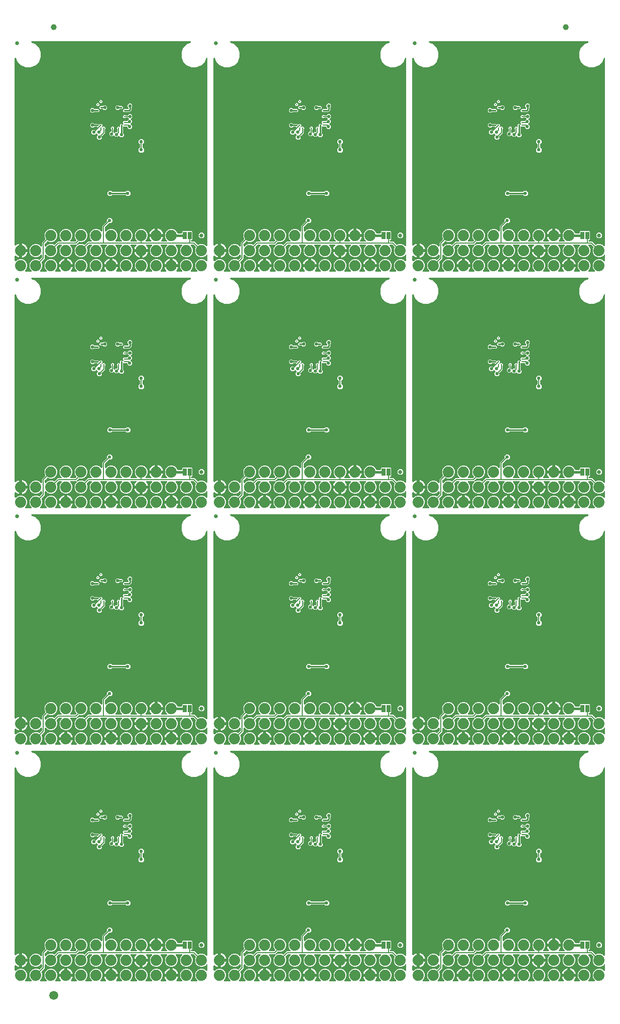
<source format=gtl>
G04 EAGLE Gerber RS-274X export*
G75*
%MOMM*%
%FSLAX34Y34*%
%LPD*%
%INTop Copper*%
%IPPOS*%
%AMOC8*
5,1,8,0,0,1.08239X$1,22.5*%
G01*
%ADD10C,0.300000*%
%ADD11C,1.879600*%
%ADD12C,0.635000*%
%ADD13R,0.635000X1.270000*%
%ADD14C,1.000000*%
%ADD15C,1.500000*%
%ADD16C,0.558800*%
%ADD17C,0.254000*%
%ADD18C,0.152400*%
%ADD19C,0.406400*%

G36*
X29885Y1198898D02*
X29885Y1198898D01*
X30024Y1198911D01*
X30043Y1198918D01*
X30064Y1198921D01*
X30192Y1198972D01*
X30324Y1199019D01*
X30340Y1199030D01*
X30359Y1199038D01*
X30472Y1199119D01*
X30587Y1199197D01*
X30600Y1199213D01*
X30617Y1199224D01*
X30705Y1199332D01*
X30797Y1199436D01*
X30806Y1199454D01*
X30819Y1199469D01*
X30879Y1199595D01*
X30942Y1199719D01*
X30946Y1199739D01*
X30955Y1199757D01*
X30981Y1199894D01*
X31011Y1200029D01*
X31011Y1200050D01*
X31015Y1200069D01*
X31006Y1200208D01*
X31002Y1200347D01*
X30996Y1200367D01*
X30995Y1200387D01*
X30952Y1200519D01*
X30913Y1200653D01*
X30903Y1200670D01*
X30897Y1200689D01*
X30822Y1200807D01*
X30752Y1200927D01*
X30733Y1200948D01*
X30727Y1200958D01*
X30712Y1200972D01*
X30645Y1201047D01*
X28840Y1202853D01*
X27177Y1206867D01*
X27177Y1211213D01*
X28840Y1215227D01*
X31913Y1218300D01*
X35927Y1219963D01*
X40273Y1219963D01*
X43390Y1218672D01*
X43418Y1218664D01*
X43444Y1218650D01*
X43571Y1218622D01*
X43696Y1218588D01*
X43726Y1218587D01*
X43755Y1218581D01*
X43884Y1218585D01*
X44014Y1218583D01*
X44043Y1218590D01*
X44073Y1218590D01*
X44197Y1218626D01*
X44324Y1218657D01*
X44350Y1218671D01*
X44378Y1218679D01*
X44490Y1218745D01*
X44605Y1218806D01*
X44627Y1218825D01*
X44652Y1218840D01*
X44773Y1218947D01*
X48142Y1222315D01*
X48202Y1222394D01*
X48270Y1222466D01*
X48299Y1222519D01*
X48336Y1222567D01*
X48376Y1222658D01*
X48424Y1222744D01*
X48439Y1222803D01*
X48463Y1222859D01*
X48478Y1222957D01*
X48503Y1223052D01*
X48509Y1223152D01*
X48513Y1223173D01*
X48511Y1223185D01*
X48513Y1223213D01*
X48513Y1226342D01*
X48496Y1226479D01*
X48483Y1226618D01*
X48476Y1226637D01*
X48473Y1226658D01*
X48422Y1226786D01*
X48375Y1226918D01*
X48364Y1226934D01*
X48356Y1226953D01*
X48275Y1227066D01*
X48197Y1227181D01*
X48181Y1227194D01*
X48170Y1227211D01*
X48062Y1227299D01*
X47958Y1227391D01*
X47940Y1227400D01*
X47925Y1227413D01*
X47799Y1227473D01*
X47675Y1227536D01*
X47655Y1227540D01*
X47637Y1227549D01*
X47501Y1227575D01*
X47365Y1227605D01*
X47344Y1227605D01*
X47325Y1227609D01*
X47186Y1227600D01*
X47047Y1227596D01*
X47027Y1227590D01*
X47007Y1227589D01*
X46875Y1227546D01*
X46741Y1227507D01*
X46724Y1227497D01*
X46705Y1227491D01*
X46587Y1227416D01*
X46467Y1227346D01*
X46446Y1227327D01*
X46436Y1227321D01*
X46422Y1227306D01*
X46347Y1227239D01*
X44287Y1225180D01*
X40273Y1223517D01*
X35927Y1223517D01*
X31913Y1225180D01*
X28840Y1228253D01*
X27177Y1232267D01*
X27177Y1236613D01*
X28840Y1240627D01*
X31913Y1243700D01*
X35927Y1245363D01*
X40273Y1245363D01*
X44287Y1243700D01*
X46347Y1241641D01*
X46456Y1241555D01*
X46563Y1241467D01*
X46582Y1241458D01*
X46598Y1241446D01*
X46726Y1241390D01*
X46851Y1241331D01*
X46871Y1241327D01*
X46890Y1241319D01*
X47028Y1241297D01*
X47164Y1241271D01*
X47184Y1241273D01*
X47204Y1241269D01*
X47343Y1241282D01*
X47481Y1241291D01*
X47500Y1241297D01*
X47520Y1241299D01*
X47652Y1241346D01*
X47783Y1241389D01*
X47801Y1241400D01*
X47820Y1241407D01*
X47935Y1241485D01*
X48052Y1241559D01*
X48066Y1241574D01*
X48083Y1241585D01*
X48175Y1241690D01*
X48270Y1241791D01*
X48280Y1241809D01*
X48293Y1241824D01*
X48357Y1241948D01*
X48424Y1242069D01*
X48429Y1242089D01*
X48438Y1242107D01*
X48468Y1242243D01*
X48503Y1242377D01*
X48505Y1242405D01*
X48508Y1242417D01*
X48507Y1242438D01*
X48513Y1242538D01*
X48513Y1248087D01*
X53593Y1253167D01*
X53611Y1253191D01*
X53634Y1253210D01*
X53708Y1253316D01*
X53788Y1253418D01*
X53800Y1253446D01*
X53817Y1253470D01*
X53863Y1253591D01*
X53915Y1253710D01*
X53919Y1253739D01*
X53930Y1253767D01*
X53944Y1253896D01*
X53964Y1254024D01*
X53962Y1254054D01*
X53965Y1254083D01*
X53947Y1254212D01*
X53935Y1254341D01*
X53925Y1254369D01*
X53920Y1254398D01*
X53868Y1254550D01*
X52577Y1257667D01*
X52577Y1262013D01*
X54240Y1266027D01*
X57313Y1269100D01*
X61327Y1270763D01*
X65673Y1270763D01*
X69687Y1269100D01*
X72760Y1266027D01*
X74423Y1262013D01*
X74423Y1257667D01*
X72760Y1253653D01*
X69687Y1250580D01*
X65673Y1248917D01*
X61327Y1248917D01*
X58210Y1250208D01*
X58182Y1250216D01*
X58156Y1250230D01*
X58029Y1250258D01*
X57904Y1250292D01*
X57874Y1250293D01*
X57845Y1250299D01*
X57716Y1250295D01*
X57586Y1250297D01*
X57557Y1250290D01*
X57527Y1250290D01*
X57403Y1250254D01*
X57276Y1250223D01*
X57250Y1250209D01*
X57222Y1250201D01*
X57110Y1250135D01*
X56995Y1250074D01*
X56973Y1250055D01*
X56948Y1250040D01*
X56827Y1249933D01*
X53458Y1246565D01*
X53398Y1246486D01*
X53330Y1246414D01*
X53301Y1246361D01*
X53264Y1246313D01*
X53224Y1246222D01*
X53176Y1246136D01*
X53161Y1246077D01*
X53137Y1246021D01*
X53122Y1245923D01*
X53097Y1245828D01*
X53091Y1245728D01*
X53087Y1245707D01*
X53089Y1245695D01*
X53087Y1245667D01*
X53087Y1242538D01*
X53104Y1242401D01*
X53117Y1242262D01*
X53124Y1242243D01*
X53127Y1242222D01*
X53178Y1242094D01*
X53225Y1241962D01*
X53236Y1241946D01*
X53244Y1241927D01*
X53325Y1241814D01*
X53403Y1241699D01*
X53419Y1241686D01*
X53430Y1241669D01*
X53538Y1241581D01*
X53642Y1241489D01*
X53660Y1241480D01*
X53675Y1241467D01*
X53801Y1241407D01*
X53925Y1241344D01*
X53945Y1241340D01*
X53963Y1241331D01*
X54099Y1241305D01*
X54235Y1241275D01*
X54256Y1241275D01*
X54275Y1241271D01*
X54414Y1241280D01*
X54553Y1241284D01*
X54573Y1241290D01*
X54593Y1241291D01*
X54725Y1241334D01*
X54859Y1241373D01*
X54876Y1241383D01*
X54895Y1241389D01*
X55013Y1241464D01*
X55133Y1241534D01*
X55154Y1241553D01*
X55164Y1241559D01*
X55178Y1241574D01*
X55253Y1241641D01*
X57313Y1243700D01*
X61327Y1245363D01*
X65673Y1245363D01*
X68790Y1244072D01*
X68818Y1244064D01*
X68844Y1244050D01*
X68971Y1244022D01*
X69096Y1243988D01*
X69126Y1243987D01*
X69155Y1243981D01*
X69284Y1243985D01*
X69414Y1243983D01*
X69443Y1243990D01*
X69473Y1243990D01*
X69597Y1244026D01*
X69724Y1244057D01*
X69750Y1244071D01*
X69778Y1244079D01*
X69890Y1244145D01*
X70005Y1244206D01*
X70027Y1244225D01*
X70052Y1244240D01*
X70173Y1244347D01*
X73542Y1247715D01*
X75253Y1249427D01*
X80802Y1249427D01*
X80939Y1249444D01*
X81078Y1249457D01*
X81097Y1249464D01*
X81118Y1249467D01*
X81246Y1249518D01*
X81378Y1249565D01*
X81394Y1249576D01*
X81413Y1249584D01*
X81526Y1249665D01*
X81641Y1249743D01*
X81654Y1249759D01*
X81671Y1249770D01*
X81759Y1249878D01*
X81851Y1249982D01*
X81860Y1250000D01*
X81873Y1250015D01*
X81933Y1250141D01*
X81996Y1250265D01*
X82000Y1250285D01*
X82009Y1250303D01*
X82035Y1250439D01*
X82065Y1250575D01*
X82065Y1250596D01*
X82069Y1250615D01*
X82060Y1250754D01*
X82056Y1250893D01*
X82050Y1250913D01*
X82049Y1250933D01*
X82006Y1251065D01*
X81967Y1251199D01*
X81957Y1251216D01*
X81951Y1251235D01*
X81876Y1251353D01*
X81806Y1251473D01*
X81787Y1251494D01*
X81781Y1251504D01*
X81766Y1251518D01*
X81699Y1251593D01*
X79640Y1253653D01*
X77977Y1257667D01*
X77977Y1262013D01*
X79640Y1266027D01*
X82713Y1269100D01*
X86727Y1270763D01*
X91073Y1270763D01*
X95087Y1269100D01*
X98160Y1266027D01*
X99823Y1262013D01*
X99823Y1257667D01*
X98160Y1253653D01*
X96101Y1251593D01*
X96015Y1251484D01*
X95927Y1251377D01*
X95918Y1251358D01*
X95906Y1251342D01*
X95850Y1251214D01*
X95791Y1251089D01*
X95787Y1251069D01*
X95779Y1251050D01*
X95757Y1250912D01*
X95731Y1250776D01*
X95733Y1250756D01*
X95729Y1250736D01*
X95742Y1250597D01*
X95751Y1250459D01*
X95757Y1250440D01*
X95759Y1250420D01*
X95806Y1250288D01*
X95849Y1250157D01*
X95860Y1250139D01*
X95867Y1250120D01*
X95945Y1250005D01*
X96019Y1249888D01*
X96034Y1249874D01*
X96045Y1249857D01*
X96150Y1249765D01*
X96251Y1249670D01*
X96269Y1249660D01*
X96284Y1249647D01*
X96408Y1249583D01*
X96529Y1249516D01*
X96549Y1249511D01*
X96567Y1249502D01*
X96703Y1249472D01*
X96837Y1249437D01*
X96865Y1249435D01*
X96877Y1249432D01*
X96898Y1249433D01*
X96998Y1249427D01*
X103937Y1249427D01*
X104035Y1249439D01*
X104134Y1249442D01*
X104192Y1249459D01*
X104253Y1249467D01*
X104345Y1249503D01*
X104440Y1249531D01*
X104492Y1249561D01*
X104548Y1249584D01*
X104628Y1249642D01*
X104714Y1249692D01*
X104789Y1249758D01*
X104806Y1249770D01*
X104813Y1249780D01*
X104835Y1249798D01*
X105967Y1250931D01*
X106040Y1251025D01*
X106119Y1251114D01*
X106137Y1251150D01*
X106162Y1251182D01*
X106209Y1251292D01*
X106263Y1251398D01*
X106272Y1251437D01*
X106288Y1251474D01*
X106307Y1251592D01*
X106333Y1251708D01*
X106332Y1251748D01*
X106338Y1251788D01*
X106327Y1251907D01*
X106323Y1252026D01*
X106312Y1252065D01*
X106308Y1252105D01*
X106268Y1252217D01*
X106235Y1252331D01*
X106214Y1252366D01*
X106201Y1252404D01*
X106134Y1252503D01*
X106073Y1252605D01*
X106034Y1252650D01*
X106022Y1252667D01*
X106007Y1252681D01*
X105967Y1252726D01*
X105040Y1253653D01*
X103377Y1257667D01*
X103377Y1262013D01*
X105040Y1266027D01*
X108113Y1269100D01*
X112127Y1270763D01*
X116473Y1270763D01*
X120487Y1269100D01*
X123560Y1266027D01*
X125223Y1262013D01*
X125223Y1257667D01*
X123560Y1253653D01*
X120487Y1250580D01*
X116473Y1248917D01*
X112127Y1248917D01*
X111704Y1249092D01*
X111676Y1249100D01*
X111650Y1249114D01*
X111523Y1249142D01*
X111398Y1249176D01*
X111368Y1249177D01*
X111339Y1249183D01*
X111210Y1249179D01*
X111080Y1249181D01*
X111051Y1249175D01*
X111022Y1249174D01*
X110897Y1249138D01*
X110770Y1249107D01*
X110744Y1249093D01*
X110716Y1249085D01*
X110604Y1249019D01*
X110489Y1248959D01*
X110468Y1248939D01*
X110442Y1248924D01*
X110321Y1248817D01*
X107659Y1246155D01*
X107616Y1246100D01*
X107566Y1246051D01*
X107519Y1245975D01*
X107464Y1245904D01*
X107436Y1245840D01*
X107400Y1245780D01*
X107373Y1245694D01*
X107338Y1245612D01*
X107327Y1245543D01*
X107306Y1245476D01*
X107302Y1245387D01*
X107288Y1245298D01*
X107294Y1245228D01*
X107291Y1245158D01*
X107309Y1245071D01*
X107317Y1244981D01*
X107341Y1244915D01*
X107355Y1244847D01*
X107395Y1244766D01*
X107425Y1244682D01*
X107464Y1244624D01*
X107495Y1244561D01*
X107553Y1244493D01*
X107604Y1244419D01*
X107656Y1244372D01*
X107701Y1244319D01*
X107775Y1244268D01*
X107842Y1244208D01*
X107904Y1244176D01*
X107961Y1244136D01*
X108045Y1244104D01*
X108125Y1244064D01*
X108193Y1244048D01*
X108259Y1244024D01*
X108348Y1244014D01*
X108436Y1243994D01*
X108505Y1243996D01*
X108575Y1243988D01*
X108664Y1244001D01*
X108754Y1244004D01*
X108821Y1244023D01*
X108890Y1244033D01*
X109042Y1244085D01*
X112127Y1245363D01*
X116473Y1245363D01*
X119590Y1244072D01*
X119618Y1244064D01*
X119644Y1244050D01*
X119771Y1244022D01*
X119896Y1243988D01*
X119926Y1243987D01*
X119955Y1243981D01*
X120084Y1243985D01*
X120214Y1243983D01*
X120243Y1243990D01*
X120273Y1243990D01*
X120397Y1244026D01*
X120524Y1244057D01*
X120550Y1244071D01*
X120578Y1244079D01*
X120690Y1244145D01*
X120805Y1244206D01*
X120827Y1244225D01*
X120852Y1244240D01*
X120973Y1244347D01*
X126053Y1249427D01*
X131602Y1249427D01*
X131739Y1249444D01*
X131878Y1249457D01*
X131897Y1249464D01*
X131918Y1249467D01*
X132046Y1249518D01*
X132178Y1249565D01*
X132194Y1249576D01*
X132213Y1249584D01*
X132326Y1249665D01*
X132441Y1249743D01*
X132454Y1249759D01*
X132471Y1249770D01*
X132559Y1249878D01*
X132651Y1249982D01*
X132660Y1250000D01*
X132673Y1250015D01*
X132733Y1250141D01*
X132796Y1250265D01*
X132800Y1250285D01*
X132809Y1250303D01*
X132835Y1250439D01*
X132865Y1250575D01*
X132865Y1250596D01*
X132869Y1250615D01*
X132860Y1250754D01*
X132856Y1250893D01*
X132850Y1250913D01*
X132849Y1250933D01*
X132806Y1251065D01*
X132767Y1251199D01*
X132757Y1251216D01*
X132751Y1251235D01*
X132676Y1251353D01*
X132606Y1251473D01*
X132587Y1251494D01*
X132581Y1251504D01*
X132566Y1251518D01*
X132499Y1251593D01*
X130440Y1253653D01*
X128777Y1257667D01*
X128777Y1262013D01*
X130440Y1266027D01*
X133513Y1269100D01*
X137527Y1270763D01*
X141873Y1270763D01*
X145887Y1269100D01*
X147947Y1267041D01*
X148056Y1266955D01*
X148163Y1266867D01*
X148182Y1266858D01*
X148198Y1266846D01*
X148326Y1266790D01*
X148451Y1266731D01*
X148471Y1266727D01*
X148490Y1266719D01*
X148628Y1266697D01*
X148764Y1266671D01*
X148784Y1266673D01*
X148804Y1266669D01*
X148943Y1266682D01*
X149081Y1266691D01*
X149100Y1266697D01*
X149120Y1266699D01*
X149252Y1266746D01*
X149383Y1266789D01*
X149401Y1266800D01*
X149420Y1266807D01*
X149535Y1266885D01*
X149652Y1266959D01*
X149666Y1266974D01*
X149683Y1266985D01*
X149775Y1267090D01*
X149870Y1267191D01*
X149880Y1267209D01*
X149893Y1267224D01*
X149957Y1267348D01*
X150024Y1267469D01*
X150029Y1267489D01*
X150038Y1267507D01*
X150068Y1267643D01*
X150103Y1267777D01*
X150105Y1267805D01*
X150108Y1267817D01*
X150107Y1267838D01*
X150113Y1267938D01*
X150113Y1276027D01*
X157870Y1283783D01*
X157930Y1283862D01*
X157998Y1283934D01*
X158027Y1283987D01*
X158064Y1284035D01*
X158104Y1284126D01*
X158152Y1284212D01*
X158167Y1284271D01*
X158191Y1284327D01*
X158206Y1284425D01*
X158231Y1284520D01*
X158237Y1284620D01*
X158241Y1284641D01*
X158239Y1284653D01*
X158241Y1284681D01*
X158241Y1287029D01*
X160771Y1289559D01*
X164349Y1289559D01*
X166879Y1287029D01*
X166879Y1283451D01*
X164349Y1280921D01*
X162001Y1280921D01*
X161903Y1280909D01*
X161804Y1280906D01*
X161746Y1280889D01*
X161685Y1280881D01*
X161593Y1280845D01*
X161498Y1280817D01*
X161446Y1280787D01*
X161390Y1280764D01*
X161310Y1280706D01*
X161224Y1280656D01*
X161149Y1280590D01*
X161132Y1280578D01*
X161125Y1280568D01*
X161103Y1280550D01*
X155058Y1274505D01*
X154998Y1274426D01*
X154930Y1274354D01*
X154901Y1274301D01*
X154864Y1274253D01*
X154824Y1274162D01*
X154776Y1274076D01*
X154761Y1274017D01*
X154737Y1273961D01*
X154722Y1273863D01*
X154697Y1273768D01*
X154691Y1273668D01*
X154687Y1273647D01*
X154689Y1273635D01*
X154687Y1273607D01*
X154687Y1267938D01*
X154704Y1267801D01*
X154717Y1267662D01*
X154724Y1267643D01*
X154727Y1267622D01*
X154778Y1267494D01*
X154825Y1267362D01*
X154836Y1267346D01*
X154844Y1267327D01*
X154925Y1267214D01*
X155003Y1267099D01*
X155019Y1267086D01*
X155030Y1267069D01*
X155138Y1266981D01*
X155242Y1266889D01*
X155260Y1266880D01*
X155275Y1266867D01*
X155401Y1266807D01*
X155525Y1266744D01*
X155545Y1266740D01*
X155563Y1266731D01*
X155699Y1266705D01*
X155835Y1266675D01*
X155856Y1266675D01*
X155875Y1266671D01*
X156014Y1266680D01*
X156153Y1266684D01*
X156173Y1266690D01*
X156193Y1266691D01*
X156325Y1266734D01*
X156459Y1266773D01*
X156476Y1266783D01*
X156495Y1266789D01*
X156613Y1266864D01*
X156733Y1266934D01*
X156754Y1266953D01*
X156764Y1266959D01*
X156778Y1266974D01*
X156853Y1267041D01*
X158913Y1269100D01*
X162927Y1270763D01*
X167273Y1270763D01*
X171287Y1269100D01*
X174360Y1266027D01*
X176023Y1262013D01*
X176023Y1257667D01*
X174360Y1253653D01*
X172301Y1251593D01*
X172215Y1251484D01*
X172127Y1251377D01*
X172118Y1251358D01*
X172106Y1251342D01*
X172050Y1251214D01*
X171991Y1251089D01*
X171987Y1251069D01*
X171979Y1251050D01*
X171957Y1250912D01*
X171931Y1250776D01*
X171933Y1250756D01*
X171929Y1250736D01*
X171942Y1250597D01*
X171951Y1250459D01*
X171957Y1250440D01*
X171959Y1250420D01*
X172006Y1250288D01*
X172049Y1250157D01*
X172060Y1250139D01*
X172067Y1250120D01*
X172145Y1250005D01*
X172219Y1249888D01*
X172234Y1249874D01*
X172245Y1249857D01*
X172350Y1249765D01*
X172451Y1249670D01*
X172469Y1249660D01*
X172484Y1249647D01*
X172608Y1249583D01*
X172729Y1249516D01*
X172749Y1249511D01*
X172767Y1249502D01*
X172903Y1249472D01*
X173037Y1249437D01*
X173065Y1249435D01*
X173077Y1249432D01*
X173098Y1249433D01*
X173198Y1249427D01*
X182402Y1249427D01*
X182539Y1249444D01*
X182678Y1249457D01*
X182697Y1249464D01*
X182718Y1249467D01*
X182846Y1249518D01*
X182978Y1249565D01*
X182994Y1249576D01*
X183013Y1249584D01*
X183126Y1249665D01*
X183241Y1249743D01*
X183254Y1249759D01*
X183271Y1249770D01*
X183359Y1249878D01*
X183451Y1249982D01*
X183460Y1250000D01*
X183473Y1250015D01*
X183533Y1250141D01*
X183596Y1250265D01*
X183600Y1250285D01*
X183609Y1250303D01*
X183635Y1250439D01*
X183665Y1250575D01*
X183665Y1250596D01*
X183669Y1250615D01*
X183660Y1250754D01*
X183656Y1250893D01*
X183650Y1250913D01*
X183649Y1250933D01*
X183606Y1251065D01*
X183567Y1251199D01*
X183557Y1251216D01*
X183551Y1251235D01*
X183476Y1251353D01*
X183406Y1251473D01*
X183387Y1251494D01*
X183381Y1251504D01*
X183366Y1251518D01*
X183299Y1251593D01*
X181240Y1253653D01*
X179577Y1257667D01*
X179577Y1262013D01*
X181240Y1266027D01*
X184313Y1269100D01*
X188327Y1270763D01*
X192673Y1270763D01*
X196687Y1269100D01*
X199760Y1266027D01*
X201423Y1262013D01*
X201423Y1257667D01*
X199760Y1253653D01*
X197701Y1251593D01*
X197615Y1251484D01*
X197527Y1251377D01*
X197518Y1251358D01*
X197506Y1251342D01*
X197450Y1251214D01*
X197391Y1251089D01*
X197387Y1251069D01*
X197379Y1251050D01*
X197357Y1250912D01*
X197331Y1250776D01*
X197333Y1250756D01*
X197329Y1250736D01*
X197342Y1250597D01*
X197351Y1250459D01*
X197357Y1250440D01*
X197359Y1250420D01*
X197406Y1250288D01*
X197449Y1250157D01*
X197460Y1250139D01*
X197467Y1250120D01*
X197545Y1250005D01*
X197619Y1249888D01*
X197634Y1249874D01*
X197645Y1249857D01*
X197750Y1249765D01*
X197851Y1249670D01*
X197869Y1249660D01*
X197884Y1249647D01*
X198008Y1249583D01*
X198129Y1249516D01*
X198149Y1249511D01*
X198167Y1249502D01*
X198303Y1249472D01*
X198437Y1249437D01*
X198465Y1249435D01*
X198477Y1249432D01*
X198498Y1249433D01*
X198598Y1249427D01*
X207802Y1249427D01*
X207939Y1249444D01*
X208078Y1249457D01*
X208097Y1249464D01*
X208118Y1249467D01*
X208246Y1249518D01*
X208378Y1249565D01*
X208394Y1249576D01*
X208413Y1249584D01*
X208526Y1249665D01*
X208641Y1249743D01*
X208654Y1249759D01*
X208671Y1249770D01*
X208759Y1249878D01*
X208851Y1249982D01*
X208860Y1250000D01*
X208873Y1250015D01*
X208933Y1250141D01*
X208996Y1250265D01*
X209000Y1250285D01*
X209009Y1250303D01*
X209035Y1250439D01*
X209065Y1250575D01*
X209065Y1250596D01*
X209069Y1250615D01*
X209060Y1250754D01*
X209056Y1250893D01*
X209050Y1250913D01*
X209049Y1250933D01*
X209006Y1251065D01*
X208967Y1251199D01*
X208957Y1251216D01*
X208951Y1251235D01*
X208876Y1251353D01*
X208806Y1251473D01*
X208787Y1251494D01*
X208781Y1251504D01*
X208766Y1251518D01*
X208699Y1251593D01*
X206640Y1253653D01*
X204977Y1257667D01*
X204977Y1262013D01*
X206640Y1266027D01*
X209713Y1269100D01*
X213727Y1270763D01*
X218073Y1270763D01*
X222087Y1269100D01*
X225160Y1266027D01*
X226823Y1262013D01*
X226823Y1257667D01*
X225160Y1253653D01*
X223101Y1251593D01*
X223015Y1251484D01*
X222927Y1251377D01*
X222918Y1251358D01*
X222906Y1251342D01*
X222850Y1251214D01*
X222791Y1251089D01*
X222787Y1251069D01*
X222779Y1251050D01*
X222757Y1250912D01*
X222731Y1250776D01*
X222733Y1250756D01*
X222729Y1250736D01*
X222742Y1250597D01*
X222751Y1250459D01*
X222757Y1250440D01*
X222759Y1250420D01*
X222806Y1250288D01*
X222849Y1250157D01*
X222860Y1250139D01*
X222867Y1250120D01*
X222945Y1250005D01*
X223019Y1249888D01*
X223034Y1249874D01*
X223045Y1249857D01*
X223150Y1249765D01*
X223251Y1249670D01*
X223269Y1249660D01*
X223284Y1249647D01*
X223408Y1249583D01*
X223529Y1249516D01*
X223549Y1249511D01*
X223567Y1249502D01*
X223703Y1249472D01*
X223837Y1249437D01*
X223865Y1249435D01*
X223877Y1249432D01*
X223898Y1249433D01*
X223998Y1249427D01*
X231765Y1249427D01*
X231903Y1249444D01*
X232042Y1249457D01*
X232061Y1249464D01*
X232081Y1249467D01*
X232210Y1249518D01*
X232341Y1249565D01*
X232358Y1249576D01*
X232376Y1249584D01*
X232489Y1249665D01*
X232604Y1249743D01*
X232617Y1249759D01*
X232634Y1249770D01*
X232723Y1249878D01*
X232814Y1249982D01*
X232824Y1250000D01*
X232837Y1250015D01*
X232896Y1250141D01*
X232959Y1250265D01*
X232963Y1250285D01*
X232972Y1250303D01*
X232998Y1250439D01*
X233029Y1250575D01*
X233028Y1250596D01*
X233032Y1250615D01*
X233023Y1250754D01*
X233019Y1250893D01*
X233013Y1250913D01*
X233012Y1250933D01*
X232969Y1251065D01*
X232931Y1251199D01*
X232920Y1251216D01*
X232914Y1251235D01*
X232840Y1251353D01*
X232769Y1251473D01*
X232750Y1251494D01*
X232744Y1251504D01*
X232729Y1251518D01*
X232663Y1251594D01*
X232194Y1252062D01*
X231089Y1253583D01*
X230236Y1255257D01*
X229655Y1257044D01*
X229615Y1257301D01*
X240030Y1257301D01*
X240148Y1257316D01*
X240267Y1257323D01*
X240305Y1257336D01*
X240345Y1257341D01*
X240456Y1257384D01*
X240569Y1257421D01*
X240603Y1257443D01*
X240641Y1257458D01*
X240737Y1257528D01*
X240838Y1257591D01*
X240866Y1257621D01*
X240898Y1257644D01*
X240974Y1257736D01*
X241056Y1257823D01*
X241075Y1257858D01*
X241101Y1257889D01*
X241152Y1257997D01*
X241209Y1258101D01*
X241220Y1258141D01*
X241237Y1258177D01*
X241259Y1258294D01*
X241289Y1258409D01*
X241293Y1258470D01*
X241297Y1258490D01*
X241295Y1258510D01*
X241299Y1258570D01*
X241299Y1259841D01*
X241301Y1259841D01*
X241301Y1258570D01*
X241316Y1258452D01*
X241323Y1258333D01*
X241336Y1258295D01*
X241341Y1258254D01*
X241385Y1258144D01*
X241421Y1258031D01*
X241443Y1257996D01*
X241458Y1257959D01*
X241528Y1257863D01*
X241591Y1257762D01*
X241621Y1257734D01*
X241645Y1257701D01*
X241736Y1257626D01*
X241823Y1257544D01*
X241858Y1257524D01*
X241890Y1257499D01*
X241997Y1257448D01*
X242102Y1257390D01*
X242141Y1257380D01*
X242177Y1257363D01*
X242294Y1257341D01*
X242409Y1257311D01*
X242470Y1257307D01*
X242490Y1257303D01*
X242510Y1257305D01*
X242570Y1257301D01*
X252985Y1257301D01*
X252945Y1257044D01*
X252364Y1255257D01*
X251511Y1253583D01*
X250406Y1252062D01*
X249937Y1251594D01*
X249852Y1251484D01*
X249763Y1251377D01*
X249755Y1251358D01*
X249742Y1251342D01*
X249687Y1251214D01*
X249628Y1251089D01*
X249624Y1251069D01*
X249616Y1251050D01*
X249594Y1250912D01*
X249568Y1250776D01*
X249569Y1250756D01*
X249566Y1250736D01*
X249579Y1250597D01*
X249588Y1250459D01*
X249594Y1250440D01*
X249596Y1250420D01*
X249643Y1250289D01*
X249686Y1250157D01*
X249697Y1250139D01*
X249704Y1250120D01*
X249782Y1250006D01*
X249856Y1249888D01*
X249871Y1249874D01*
X249882Y1249857D01*
X249986Y1249765D01*
X250088Y1249670D01*
X250106Y1249660D01*
X250121Y1249647D01*
X250245Y1249584D01*
X250366Y1249516D01*
X250386Y1249511D01*
X250404Y1249502D01*
X250540Y1249472D01*
X250674Y1249437D01*
X250702Y1249435D01*
X250714Y1249432D01*
X250735Y1249433D01*
X250835Y1249427D01*
X258602Y1249427D01*
X258739Y1249444D01*
X258878Y1249457D01*
X258897Y1249464D01*
X258918Y1249467D01*
X259046Y1249518D01*
X259178Y1249565D01*
X259194Y1249576D01*
X259213Y1249584D01*
X259326Y1249665D01*
X259441Y1249743D01*
X259454Y1249759D01*
X259471Y1249770D01*
X259559Y1249878D01*
X259651Y1249982D01*
X259660Y1250000D01*
X259673Y1250015D01*
X259733Y1250141D01*
X259796Y1250265D01*
X259800Y1250285D01*
X259809Y1250303D01*
X259835Y1250439D01*
X259865Y1250575D01*
X259865Y1250596D01*
X259869Y1250615D01*
X259860Y1250754D01*
X259856Y1250893D01*
X259850Y1250913D01*
X259849Y1250933D01*
X259806Y1251065D01*
X259767Y1251199D01*
X259757Y1251216D01*
X259751Y1251235D01*
X259676Y1251353D01*
X259606Y1251473D01*
X259587Y1251494D01*
X259581Y1251504D01*
X259566Y1251518D01*
X259499Y1251593D01*
X257440Y1253653D01*
X255777Y1257667D01*
X255777Y1262013D01*
X257440Y1266027D01*
X260513Y1269100D01*
X264527Y1270763D01*
X268873Y1270763D01*
X272887Y1269100D01*
X275960Y1266027D01*
X276725Y1264180D01*
X276740Y1264155D01*
X276749Y1264127D01*
X276818Y1264017D01*
X276882Y1263904D01*
X276903Y1263883D01*
X276919Y1263858D01*
X277013Y1263769D01*
X277104Y1263676D01*
X277129Y1263660D01*
X277150Y1263640D01*
X277264Y1263577D01*
X277375Y1263509D01*
X277403Y1263501D01*
X277429Y1263486D01*
X277555Y1263454D01*
X277679Y1263416D01*
X277708Y1263414D01*
X277737Y1263407D01*
X277898Y1263397D01*
X283337Y1263397D01*
X283455Y1263412D01*
X283574Y1263419D01*
X283612Y1263432D01*
X283653Y1263437D01*
X283763Y1263480D01*
X283876Y1263517D01*
X283911Y1263539D01*
X283948Y1263554D01*
X284044Y1263623D01*
X284145Y1263687D01*
X284173Y1263717D01*
X284206Y1263740D01*
X284282Y1263832D01*
X284363Y1263919D01*
X284383Y1263954D01*
X284408Y1263985D01*
X284459Y1264093D01*
X284517Y1264197D01*
X284527Y1264237D01*
X284544Y1264273D01*
X284566Y1264390D01*
X284596Y1264505D01*
X284600Y1264565D01*
X284604Y1264585D01*
X284602Y1264606D01*
X284606Y1264666D01*
X284606Y1266822D01*
X285499Y1267715D01*
X301241Y1267715D01*
X302134Y1266822D01*
X302134Y1252858D01*
X301241Y1251965D01*
X300990Y1251965D01*
X300872Y1251950D01*
X300753Y1251943D01*
X300715Y1251930D01*
X300674Y1251925D01*
X300564Y1251882D01*
X300451Y1251845D01*
X300416Y1251823D01*
X300379Y1251808D01*
X300283Y1251739D01*
X300182Y1251675D01*
X300154Y1251645D01*
X300121Y1251622D01*
X300045Y1251530D01*
X299964Y1251443D01*
X299944Y1251408D01*
X299919Y1251377D01*
X299868Y1251269D01*
X299810Y1251165D01*
X299800Y1251125D01*
X299783Y1251089D01*
X299761Y1250972D01*
X299731Y1250857D01*
X299727Y1250797D01*
X299723Y1250777D01*
X299725Y1250756D01*
X299721Y1250696D01*
X299736Y1250578D01*
X299743Y1250459D01*
X299756Y1250421D01*
X299761Y1250380D01*
X299804Y1250270D01*
X299841Y1250157D01*
X299863Y1250122D01*
X299878Y1250085D01*
X299947Y1249989D01*
X300011Y1249888D01*
X300041Y1249860D01*
X300064Y1249827D01*
X300156Y1249751D01*
X300243Y1249670D01*
X300278Y1249650D01*
X300309Y1249625D01*
X300417Y1249574D01*
X300521Y1249516D01*
X300561Y1249506D01*
X300597Y1249489D01*
X300714Y1249467D01*
X300829Y1249437D01*
X300889Y1249433D01*
X300909Y1249429D01*
X300930Y1249431D01*
X300990Y1249427D01*
X305747Y1249427D01*
X307458Y1247715D01*
X310827Y1244347D01*
X310851Y1244329D01*
X310870Y1244306D01*
X310976Y1244232D01*
X311078Y1244152D01*
X311106Y1244140D01*
X311130Y1244123D01*
X311251Y1244077D01*
X311370Y1244025D01*
X311399Y1244021D01*
X311427Y1244010D01*
X311556Y1243996D01*
X311684Y1243976D01*
X311714Y1243978D01*
X311743Y1243975D01*
X311872Y1243993D01*
X312001Y1244005D01*
X312029Y1244015D01*
X312058Y1244020D01*
X312210Y1244072D01*
X315327Y1245363D01*
X319673Y1245363D01*
X323687Y1243700D01*
X325493Y1241895D01*
X325602Y1241809D01*
X325709Y1241721D01*
X325728Y1241712D01*
X325744Y1241700D01*
X325872Y1241644D01*
X325997Y1241585D01*
X326017Y1241581D01*
X326036Y1241573D01*
X326174Y1241551D01*
X326310Y1241525D01*
X326330Y1241527D01*
X326350Y1241523D01*
X326489Y1241536D01*
X326627Y1241545D01*
X326646Y1241551D01*
X326666Y1241553D01*
X326798Y1241600D01*
X326929Y1241643D01*
X326947Y1241654D01*
X326966Y1241661D01*
X327081Y1241739D01*
X327198Y1241813D01*
X327212Y1241828D01*
X327229Y1241839D01*
X327321Y1241944D01*
X327416Y1242045D01*
X327426Y1242063D01*
X327439Y1242078D01*
X327503Y1242202D01*
X327570Y1242323D01*
X327575Y1242343D01*
X327584Y1242361D01*
X327614Y1242497D01*
X327649Y1242631D01*
X327651Y1242659D01*
X327654Y1242671D01*
X327653Y1242692D01*
X327659Y1242792D01*
X327659Y1558354D01*
X327651Y1558424D01*
X327652Y1558493D01*
X327631Y1558581D01*
X327619Y1558670D01*
X327594Y1558735D01*
X327577Y1558803D01*
X327535Y1558882D01*
X327502Y1558966D01*
X327461Y1559022D01*
X327429Y1559084D01*
X327368Y1559150D01*
X327316Y1559223D01*
X327262Y1559268D01*
X327215Y1559319D01*
X327140Y1559368D01*
X327071Y1559426D01*
X327007Y1559456D01*
X326949Y1559494D01*
X326864Y1559523D01*
X326783Y1559561D01*
X326714Y1559574D01*
X326648Y1559597D01*
X326559Y1559604D01*
X326471Y1559621D01*
X326401Y1559617D01*
X326331Y1559622D01*
X326243Y1559607D01*
X326153Y1559601D01*
X326087Y1559580D01*
X326018Y1559568D01*
X325936Y1559531D01*
X325851Y1559503D01*
X325792Y1559466D01*
X325728Y1559437D01*
X325658Y1559381D01*
X325582Y1559333D01*
X325534Y1559282D01*
X325480Y1559239D01*
X325425Y1559167D01*
X325364Y1559102D01*
X325330Y1559040D01*
X325288Y1558985D01*
X325217Y1558840D01*
X322673Y1552698D01*
X316742Y1546767D01*
X308994Y1543557D01*
X300606Y1543557D01*
X292858Y1546767D01*
X286927Y1552698D01*
X283717Y1560446D01*
X283717Y1568834D01*
X286927Y1576582D01*
X292858Y1582513D01*
X299000Y1585057D01*
X299061Y1585092D01*
X299126Y1585118D01*
X299198Y1585170D01*
X299276Y1585215D01*
X299327Y1585264D01*
X299383Y1585304D01*
X299440Y1585374D01*
X299505Y1585436D01*
X299541Y1585496D01*
X299586Y1585549D01*
X299624Y1585631D01*
X299671Y1585707D01*
X299692Y1585774D01*
X299721Y1585837D01*
X299738Y1585925D01*
X299765Y1586011D01*
X299768Y1586081D01*
X299781Y1586150D01*
X299775Y1586239D01*
X299780Y1586329D01*
X299766Y1586397D01*
X299761Y1586467D01*
X299734Y1586552D01*
X299715Y1586640D01*
X299685Y1586703D01*
X299663Y1586769D01*
X299615Y1586845D01*
X299576Y1586926D01*
X299530Y1586979D01*
X299493Y1587038D01*
X299428Y1587100D01*
X299369Y1587168D01*
X299312Y1587208D01*
X299262Y1587256D01*
X299183Y1587299D01*
X299109Y1587351D01*
X299044Y1587376D01*
X298983Y1587410D01*
X298896Y1587432D01*
X298812Y1587464D01*
X298743Y1587472D01*
X298675Y1587489D01*
X298514Y1587499D01*
X31686Y1587499D01*
X31616Y1587491D01*
X31547Y1587492D01*
X31459Y1587471D01*
X31370Y1587459D01*
X31305Y1587434D01*
X31237Y1587417D01*
X31158Y1587375D01*
X31074Y1587342D01*
X31018Y1587301D01*
X30956Y1587269D01*
X30890Y1587208D01*
X30817Y1587156D01*
X30772Y1587102D01*
X30721Y1587055D01*
X30672Y1586980D01*
X30614Y1586911D01*
X30584Y1586847D01*
X30546Y1586789D01*
X30517Y1586704D01*
X30479Y1586623D01*
X30466Y1586554D01*
X30443Y1586488D01*
X30436Y1586399D01*
X30419Y1586311D01*
X30423Y1586241D01*
X30418Y1586171D01*
X30433Y1586082D01*
X30439Y1585993D01*
X30460Y1585927D01*
X30472Y1585858D01*
X30509Y1585776D01*
X30537Y1585691D01*
X30574Y1585632D01*
X30603Y1585568D01*
X30659Y1585498D01*
X30707Y1585422D01*
X30758Y1585374D01*
X30801Y1585320D01*
X30873Y1585265D01*
X30938Y1585204D01*
X31000Y1585170D01*
X31055Y1585128D01*
X31200Y1585057D01*
X37342Y1582513D01*
X43273Y1576582D01*
X46483Y1568834D01*
X46483Y1560446D01*
X43273Y1552698D01*
X37342Y1546767D01*
X29594Y1543557D01*
X21206Y1543557D01*
X13458Y1546767D01*
X7527Y1552698D01*
X4983Y1558840D01*
X4948Y1558901D01*
X4922Y1558966D01*
X4870Y1559038D01*
X4825Y1559116D01*
X4777Y1559167D01*
X4736Y1559223D01*
X4666Y1559280D01*
X4604Y1559345D01*
X4544Y1559381D01*
X4491Y1559426D01*
X4409Y1559464D01*
X4333Y1559511D01*
X4266Y1559532D01*
X4203Y1559561D01*
X4115Y1559578D01*
X4029Y1559605D01*
X3959Y1559608D01*
X3890Y1559621D01*
X3801Y1559616D01*
X3711Y1559620D01*
X3643Y1559606D01*
X3573Y1559601D01*
X3488Y1559574D01*
X3400Y1559556D01*
X3337Y1559525D01*
X3271Y1559503D01*
X3195Y1559455D01*
X3114Y1559416D01*
X3061Y1559370D01*
X3002Y1559333D01*
X2940Y1559268D01*
X2872Y1559209D01*
X2832Y1559152D01*
X2784Y1559102D01*
X2741Y1559023D01*
X2689Y1558949D01*
X2664Y1558884D01*
X2630Y1558823D01*
X2608Y1558736D01*
X2576Y1558652D01*
X2568Y1558583D01*
X2551Y1558515D01*
X2541Y1558354D01*
X2541Y1244229D01*
X2558Y1244091D01*
X2571Y1243952D01*
X2578Y1243933D01*
X2581Y1243913D01*
X2632Y1243784D01*
X2679Y1243653D01*
X2690Y1243636D01*
X2698Y1243618D01*
X2779Y1243505D01*
X2857Y1243390D01*
X2873Y1243377D01*
X2884Y1243360D01*
X2992Y1243272D01*
X3096Y1243180D01*
X3114Y1243170D01*
X3129Y1243157D01*
X3255Y1243098D01*
X3379Y1243035D01*
X3399Y1243031D01*
X3417Y1243022D01*
X3553Y1242996D01*
X3689Y1242965D01*
X3710Y1242966D01*
X3729Y1242962D01*
X3868Y1242971D01*
X4007Y1242975D01*
X4027Y1242981D01*
X4047Y1242982D01*
X4179Y1243025D01*
X4313Y1243063D01*
X4330Y1243074D01*
X4349Y1243080D01*
X4467Y1243154D01*
X4587Y1243225D01*
X4608Y1243244D01*
X4618Y1243250D01*
X4632Y1243265D01*
X4708Y1243331D01*
X4922Y1243546D01*
X6443Y1244651D01*
X8117Y1245504D01*
X9904Y1246085D01*
X10161Y1246125D01*
X10161Y1235710D01*
X10176Y1235592D01*
X10183Y1235473D01*
X10196Y1235435D01*
X10201Y1235395D01*
X10244Y1235284D01*
X10281Y1235171D01*
X10303Y1235137D01*
X10318Y1235099D01*
X10388Y1235003D01*
X10451Y1234902D01*
X10481Y1234874D01*
X10504Y1234842D01*
X10596Y1234766D01*
X10683Y1234684D01*
X10718Y1234665D01*
X10749Y1234639D01*
X10857Y1234588D01*
X10961Y1234531D01*
X11001Y1234520D01*
X11037Y1234503D01*
X11154Y1234481D01*
X11269Y1234451D01*
X11330Y1234447D01*
X11350Y1234443D01*
X11370Y1234445D01*
X11430Y1234441D01*
X12701Y1234441D01*
X12701Y1234439D01*
X11430Y1234439D01*
X11312Y1234424D01*
X11193Y1234417D01*
X11155Y1234404D01*
X11114Y1234399D01*
X11004Y1234355D01*
X10891Y1234319D01*
X10856Y1234297D01*
X10819Y1234282D01*
X10723Y1234212D01*
X10622Y1234149D01*
X10594Y1234119D01*
X10561Y1234095D01*
X10486Y1234004D01*
X10404Y1233917D01*
X10384Y1233882D01*
X10359Y1233850D01*
X10308Y1233743D01*
X10250Y1233638D01*
X10240Y1233599D01*
X10223Y1233563D01*
X10201Y1233446D01*
X10171Y1233331D01*
X10167Y1233270D01*
X10163Y1233250D01*
X10164Y1233236D01*
X10163Y1233231D01*
X10164Y1233220D01*
X10161Y1233170D01*
X10161Y1222755D01*
X9904Y1222795D01*
X8117Y1223376D01*
X6443Y1224229D01*
X4922Y1225334D01*
X4708Y1225549D01*
X4598Y1225634D01*
X4491Y1225723D01*
X4472Y1225731D01*
X4456Y1225744D01*
X4328Y1225799D01*
X4203Y1225858D01*
X4183Y1225862D01*
X4164Y1225870D01*
X4027Y1225892D01*
X3890Y1225918D01*
X3870Y1225917D01*
X3850Y1225920D01*
X3712Y1225907D01*
X3573Y1225898D01*
X3554Y1225892D01*
X3534Y1225890D01*
X3403Y1225843D01*
X3271Y1225800D01*
X3253Y1225789D01*
X3234Y1225782D01*
X3119Y1225704D01*
X3002Y1225630D01*
X2988Y1225615D01*
X2971Y1225604D01*
X2879Y1225500D01*
X2784Y1225398D01*
X2774Y1225381D01*
X2761Y1225365D01*
X2697Y1225241D01*
X2630Y1225120D01*
X2625Y1225100D01*
X2616Y1225082D01*
X2586Y1224946D01*
X2551Y1224812D01*
X2549Y1224784D01*
X2546Y1224772D01*
X2547Y1224751D01*
X2541Y1224651D01*
X2541Y1217392D01*
X2558Y1217255D01*
X2571Y1217116D01*
X2578Y1217097D01*
X2581Y1217076D01*
X2632Y1216948D01*
X2679Y1216816D01*
X2690Y1216800D01*
X2698Y1216781D01*
X2779Y1216668D01*
X2857Y1216553D01*
X2873Y1216540D01*
X2884Y1216523D01*
X2992Y1216435D01*
X3096Y1216343D01*
X3114Y1216334D01*
X3129Y1216321D01*
X3255Y1216261D01*
X3379Y1216198D01*
X3399Y1216194D01*
X3417Y1216185D01*
X3554Y1216159D01*
X3689Y1216129D01*
X3710Y1216129D01*
X3729Y1216125D01*
X3868Y1216134D01*
X4007Y1216138D01*
X4027Y1216144D01*
X4047Y1216145D01*
X4179Y1216188D01*
X4313Y1216227D01*
X4330Y1216237D01*
X4349Y1216243D01*
X4467Y1216318D01*
X4587Y1216388D01*
X4608Y1216407D01*
X4618Y1216413D01*
X4632Y1216428D01*
X4707Y1216495D01*
X6513Y1218300D01*
X10527Y1219963D01*
X14873Y1219963D01*
X18887Y1218300D01*
X21960Y1215227D01*
X23623Y1211213D01*
X23623Y1206867D01*
X21960Y1202853D01*
X20155Y1201047D01*
X20069Y1200938D01*
X19981Y1200831D01*
X19972Y1200812D01*
X19960Y1200796D01*
X19904Y1200668D01*
X19845Y1200543D01*
X19841Y1200523D01*
X19833Y1200504D01*
X19811Y1200366D01*
X19785Y1200230D01*
X19787Y1200210D01*
X19783Y1200190D01*
X19796Y1200051D01*
X19805Y1199913D01*
X19811Y1199894D01*
X19813Y1199874D01*
X19860Y1199742D01*
X19903Y1199611D01*
X19914Y1199593D01*
X19921Y1199574D01*
X19999Y1199459D01*
X20073Y1199342D01*
X20088Y1199328D01*
X20099Y1199311D01*
X20204Y1199219D01*
X20305Y1199124D01*
X20323Y1199114D01*
X20338Y1199101D01*
X20462Y1199037D01*
X20583Y1198970D01*
X20603Y1198965D01*
X20621Y1198956D01*
X20757Y1198926D01*
X20891Y1198891D01*
X20919Y1198889D01*
X20931Y1198886D01*
X20952Y1198887D01*
X21052Y1198881D01*
X29748Y1198881D01*
X29885Y1198898D01*
G37*
G36*
X365165Y2558D02*
X365165Y2558D01*
X365304Y2571D01*
X365323Y2578D01*
X365344Y2581D01*
X365472Y2632D01*
X365604Y2679D01*
X365620Y2690D01*
X365639Y2698D01*
X365752Y2779D01*
X365867Y2857D01*
X365880Y2873D01*
X365897Y2884D01*
X365985Y2992D01*
X366077Y3096D01*
X366086Y3114D01*
X366099Y3129D01*
X366159Y3255D01*
X366222Y3379D01*
X366226Y3399D01*
X366235Y3417D01*
X366261Y3554D01*
X366291Y3689D01*
X366291Y3710D01*
X366295Y3729D01*
X366286Y3868D01*
X366282Y4007D01*
X366276Y4027D01*
X366275Y4047D01*
X366232Y4179D01*
X366193Y4313D01*
X366183Y4330D01*
X366177Y4349D01*
X366102Y4467D01*
X366032Y4587D01*
X366013Y4608D01*
X366007Y4618D01*
X365992Y4632D01*
X365925Y4707D01*
X364120Y6513D01*
X362457Y10527D01*
X362457Y14873D01*
X364120Y18887D01*
X367193Y21960D01*
X371207Y23623D01*
X375553Y23623D01*
X378670Y22332D01*
X378698Y22324D01*
X378724Y22310D01*
X378851Y22282D01*
X378976Y22248D01*
X379006Y22247D01*
X379035Y22241D01*
X379164Y22245D01*
X379294Y22243D01*
X379323Y22250D01*
X379353Y22250D01*
X379477Y22286D01*
X379604Y22317D01*
X379630Y22331D01*
X379658Y22339D01*
X379770Y22405D01*
X379885Y22466D01*
X379907Y22485D01*
X379932Y22500D01*
X380053Y22607D01*
X383422Y25975D01*
X383482Y26054D01*
X383550Y26126D01*
X383579Y26179D01*
X383616Y26227D01*
X383656Y26318D01*
X383704Y26404D01*
X383719Y26463D01*
X383743Y26519D01*
X383758Y26617D01*
X383783Y26712D01*
X383789Y26812D01*
X383793Y26833D01*
X383791Y26845D01*
X383793Y26873D01*
X383793Y30002D01*
X383776Y30139D01*
X383763Y30278D01*
X383756Y30297D01*
X383753Y30318D01*
X383702Y30446D01*
X383655Y30578D01*
X383644Y30594D01*
X383636Y30613D01*
X383555Y30726D01*
X383477Y30841D01*
X383461Y30854D01*
X383450Y30871D01*
X383342Y30959D01*
X383238Y31051D01*
X383220Y31060D01*
X383205Y31073D01*
X383079Y31133D01*
X382955Y31196D01*
X382935Y31200D01*
X382917Y31209D01*
X382781Y31235D01*
X382645Y31265D01*
X382624Y31265D01*
X382605Y31269D01*
X382466Y31260D01*
X382327Y31256D01*
X382307Y31250D01*
X382287Y31249D01*
X382155Y31206D01*
X382021Y31167D01*
X382004Y31157D01*
X381985Y31151D01*
X381867Y31076D01*
X381747Y31006D01*
X381726Y30987D01*
X381716Y30981D01*
X381702Y30966D01*
X381627Y30899D01*
X379567Y28840D01*
X375553Y27177D01*
X371207Y27177D01*
X367193Y28840D01*
X364120Y31913D01*
X362457Y35927D01*
X362457Y40273D01*
X364120Y44287D01*
X367193Y47360D01*
X371207Y49023D01*
X375553Y49023D01*
X379567Y47360D01*
X381627Y45301D01*
X381736Y45215D01*
X381843Y45127D01*
X381862Y45118D01*
X381878Y45106D01*
X382006Y45050D01*
X382131Y44991D01*
X382151Y44987D01*
X382170Y44979D01*
X382308Y44957D01*
X382444Y44931D01*
X382464Y44933D01*
X382484Y44929D01*
X382623Y44942D01*
X382761Y44951D01*
X382780Y44957D01*
X382800Y44959D01*
X382932Y45006D01*
X383063Y45049D01*
X383081Y45060D01*
X383100Y45067D01*
X383215Y45145D01*
X383332Y45219D01*
X383346Y45234D01*
X383363Y45245D01*
X383455Y45350D01*
X383550Y45451D01*
X383560Y45469D01*
X383573Y45484D01*
X383637Y45608D01*
X383704Y45729D01*
X383709Y45749D01*
X383718Y45767D01*
X383748Y45903D01*
X383783Y46037D01*
X383785Y46065D01*
X383788Y46077D01*
X383787Y46098D01*
X383793Y46198D01*
X383793Y51747D01*
X388873Y56827D01*
X388891Y56851D01*
X388914Y56870D01*
X388988Y56976D01*
X389068Y57078D01*
X389080Y57106D01*
X389097Y57130D01*
X389143Y57251D01*
X389195Y57370D01*
X389199Y57399D01*
X389210Y57427D01*
X389224Y57556D01*
X389244Y57684D01*
X389242Y57714D01*
X389245Y57743D01*
X389227Y57872D01*
X389215Y58001D01*
X389205Y58029D01*
X389200Y58058D01*
X389148Y58210D01*
X387857Y61327D01*
X387857Y65673D01*
X389520Y69687D01*
X392593Y72760D01*
X396607Y74423D01*
X400953Y74423D01*
X404967Y72760D01*
X408040Y69687D01*
X409703Y65673D01*
X409703Y61327D01*
X408040Y57313D01*
X404967Y54240D01*
X400953Y52577D01*
X396607Y52577D01*
X393490Y53868D01*
X393462Y53876D01*
X393436Y53890D01*
X393309Y53918D01*
X393184Y53952D01*
X393154Y53953D01*
X393125Y53959D01*
X392996Y53955D01*
X392866Y53957D01*
X392837Y53950D01*
X392807Y53950D01*
X392683Y53914D01*
X392556Y53883D01*
X392530Y53869D01*
X392502Y53861D01*
X392390Y53795D01*
X392275Y53734D01*
X392253Y53715D01*
X392228Y53700D01*
X392107Y53593D01*
X388738Y50225D01*
X388678Y50146D01*
X388610Y50074D01*
X388581Y50021D01*
X388544Y49973D01*
X388504Y49882D01*
X388456Y49796D01*
X388441Y49737D01*
X388417Y49681D01*
X388402Y49583D01*
X388377Y49488D01*
X388371Y49388D01*
X388367Y49367D01*
X388369Y49355D01*
X388367Y49327D01*
X388367Y46198D01*
X388384Y46061D01*
X388397Y45922D01*
X388404Y45903D01*
X388407Y45882D01*
X388458Y45754D01*
X388505Y45622D01*
X388516Y45606D01*
X388524Y45587D01*
X388605Y45474D01*
X388683Y45359D01*
X388699Y45346D01*
X388710Y45329D01*
X388818Y45241D01*
X388922Y45149D01*
X388940Y45140D01*
X388955Y45127D01*
X389081Y45067D01*
X389205Y45004D01*
X389225Y45000D01*
X389243Y44991D01*
X389379Y44965D01*
X389515Y44935D01*
X389536Y44935D01*
X389555Y44931D01*
X389694Y44940D01*
X389833Y44944D01*
X389853Y44950D01*
X389873Y44951D01*
X390005Y44994D01*
X390139Y45033D01*
X390156Y45043D01*
X390175Y45049D01*
X390293Y45124D01*
X390413Y45194D01*
X390434Y45213D01*
X390444Y45219D01*
X390458Y45234D01*
X390533Y45301D01*
X392593Y47360D01*
X396607Y49023D01*
X400953Y49023D01*
X404070Y47732D01*
X404098Y47724D01*
X404124Y47710D01*
X404251Y47682D01*
X404376Y47648D01*
X404406Y47647D01*
X404435Y47641D01*
X404564Y47645D01*
X404694Y47643D01*
X404723Y47650D01*
X404753Y47650D01*
X404877Y47686D01*
X405004Y47717D01*
X405030Y47731D01*
X405058Y47739D01*
X405170Y47805D01*
X405285Y47866D01*
X405307Y47885D01*
X405332Y47900D01*
X405453Y48007D01*
X408821Y51375D01*
X410533Y53087D01*
X416082Y53087D01*
X416219Y53104D01*
X416358Y53117D01*
X416377Y53124D01*
X416398Y53127D01*
X416526Y53178D01*
X416658Y53225D01*
X416674Y53236D01*
X416693Y53244D01*
X416806Y53325D01*
X416921Y53403D01*
X416934Y53419D01*
X416951Y53430D01*
X417039Y53538D01*
X417131Y53642D01*
X417140Y53660D01*
X417153Y53675D01*
X417213Y53801D01*
X417276Y53925D01*
X417280Y53945D01*
X417289Y53963D01*
X417315Y54099D01*
X417345Y54235D01*
X417345Y54256D01*
X417349Y54275D01*
X417340Y54414D01*
X417336Y54553D01*
X417330Y54573D01*
X417329Y54593D01*
X417286Y54725D01*
X417247Y54859D01*
X417237Y54876D01*
X417231Y54895D01*
X417156Y55013D01*
X417086Y55133D01*
X417067Y55154D01*
X417061Y55164D01*
X417046Y55178D01*
X416979Y55253D01*
X414920Y57313D01*
X413257Y61327D01*
X413257Y65673D01*
X414920Y69687D01*
X417993Y72760D01*
X422007Y74423D01*
X426353Y74423D01*
X430367Y72760D01*
X433440Y69687D01*
X435103Y65673D01*
X435103Y61327D01*
X433440Y57313D01*
X431381Y55253D01*
X431295Y55144D01*
X431207Y55037D01*
X431198Y55018D01*
X431186Y55002D01*
X431130Y54874D01*
X431071Y54749D01*
X431067Y54729D01*
X431059Y54710D01*
X431037Y54572D01*
X431011Y54436D01*
X431013Y54416D01*
X431009Y54396D01*
X431022Y54257D01*
X431031Y54119D01*
X431037Y54100D01*
X431039Y54080D01*
X431086Y53948D01*
X431129Y53817D01*
X431140Y53799D01*
X431147Y53780D01*
X431225Y53665D01*
X431299Y53548D01*
X431314Y53534D01*
X431325Y53517D01*
X431430Y53425D01*
X431531Y53330D01*
X431549Y53320D01*
X431564Y53307D01*
X431688Y53243D01*
X431809Y53176D01*
X431829Y53171D01*
X431847Y53162D01*
X431983Y53132D01*
X432117Y53097D01*
X432145Y53095D01*
X432157Y53092D01*
X432178Y53093D01*
X432278Y53087D01*
X439217Y53087D01*
X439315Y53099D01*
X439414Y53102D01*
X439472Y53119D01*
X439533Y53127D01*
X439625Y53163D01*
X439720Y53191D01*
X439772Y53221D01*
X439828Y53244D01*
X439908Y53302D01*
X439994Y53352D01*
X440069Y53418D01*
X440086Y53430D01*
X440093Y53440D01*
X440115Y53458D01*
X441247Y54591D01*
X441320Y54685D01*
X441399Y54774D01*
X441417Y54810D01*
X441442Y54842D01*
X441489Y54952D01*
X441543Y55058D01*
X441552Y55097D01*
X441568Y55134D01*
X441587Y55252D01*
X441613Y55368D01*
X441612Y55408D01*
X441618Y55448D01*
X441607Y55567D01*
X441603Y55686D01*
X441592Y55725D01*
X441588Y55765D01*
X441548Y55877D01*
X441515Y55991D01*
X441494Y56026D01*
X441481Y56064D01*
X441414Y56163D01*
X441353Y56265D01*
X441314Y56310D01*
X441302Y56327D01*
X441287Y56341D01*
X441247Y56386D01*
X440320Y57313D01*
X438657Y61327D01*
X438657Y65673D01*
X440320Y69687D01*
X443393Y72760D01*
X447407Y74423D01*
X451753Y74423D01*
X455767Y72760D01*
X458840Y69687D01*
X460503Y65673D01*
X460503Y61327D01*
X458840Y57313D01*
X455767Y54240D01*
X451753Y52577D01*
X447407Y52577D01*
X446985Y52752D01*
X446956Y52760D01*
X446930Y52774D01*
X446803Y52802D01*
X446678Y52836D01*
X446648Y52837D01*
X446619Y52843D01*
X446490Y52839D01*
X446360Y52841D01*
X446331Y52835D01*
X446301Y52834D01*
X446177Y52798D01*
X446051Y52767D01*
X446024Y52753D01*
X445996Y52745D01*
X445884Y52679D01*
X445769Y52619D01*
X445747Y52599D01*
X445722Y52584D01*
X445601Y52477D01*
X442939Y49815D01*
X442896Y49760D01*
X442846Y49711D01*
X442799Y49635D01*
X442744Y49564D01*
X442716Y49499D01*
X442680Y49440D01*
X442653Y49354D01*
X442618Y49272D01*
X442607Y49203D01*
X442586Y49136D01*
X442582Y49047D01*
X442568Y48958D01*
X442574Y48888D01*
X442571Y48818D01*
X442589Y48731D01*
X442597Y48641D01*
X442621Y48575D01*
X442635Y48507D01*
X442675Y48426D01*
X442705Y48342D01*
X442744Y48284D01*
X442775Y48221D01*
X442833Y48153D01*
X442884Y48079D01*
X442936Y48032D01*
X442981Y47979D01*
X443055Y47928D01*
X443122Y47868D01*
X443184Y47836D01*
X443241Y47796D01*
X443325Y47764D01*
X443405Y47724D01*
X443473Y47708D01*
X443539Y47683D01*
X443628Y47674D01*
X443716Y47654D01*
X443785Y47656D01*
X443855Y47648D01*
X443944Y47661D01*
X444034Y47664D01*
X444101Y47683D01*
X444170Y47693D01*
X444322Y47745D01*
X447407Y49023D01*
X451753Y49023D01*
X454870Y47732D01*
X454898Y47724D01*
X454924Y47710D01*
X455051Y47682D01*
X455176Y47648D01*
X455206Y47647D01*
X455235Y47641D01*
X455364Y47645D01*
X455494Y47643D01*
X455523Y47650D01*
X455553Y47650D01*
X455677Y47686D01*
X455804Y47717D01*
X455830Y47731D01*
X455858Y47739D01*
X455970Y47805D01*
X456085Y47866D01*
X456107Y47885D01*
X456132Y47900D01*
X456253Y48007D01*
X461333Y53087D01*
X466882Y53087D01*
X467019Y53104D01*
X467158Y53117D01*
X467177Y53124D01*
X467198Y53127D01*
X467326Y53178D01*
X467458Y53225D01*
X467474Y53236D01*
X467493Y53244D01*
X467606Y53325D01*
X467721Y53403D01*
X467734Y53419D01*
X467751Y53430D01*
X467839Y53538D01*
X467931Y53642D01*
X467940Y53660D01*
X467953Y53675D01*
X468013Y53801D01*
X468076Y53925D01*
X468080Y53945D01*
X468089Y53963D01*
X468115Y54099D01*
X468145Y54235D01*
X468145Y54256D01*
X468149Y54275D01*
X468140Y54414D01*
X468136Y54553D01*
X468130Y54573D01*
X468129Y54593D01*
X468086Y54725D01*
X468047Y54859D01*
X468037Y54876D01*
X468031Y54895D01*
X467956Y55013D01*
X467886Y55133D01*
X467867Y55154D01*
X467861Y55164D01*
X467846Y55178D01*
X467779Y55253D01*
X465720Y57313D01*
X464057Y61327D01*
X464057Y65673D01*
X465720Y69687D01*
X468793Y72760D01*
X472807Y74423D01*
X477153Y74423D01*
X481167Y72760D01*
X483227Y70701D01*
X483336Y70615D01*
X483443Y70527D01*
X483462Y70518D01*
X483478Y70506D01*
X483606Y70450D01*
X483731Y70391D01*
X483751Y70387D01*
X483770Y70379D01*
X483908Y70357D01*
X484044Y70331D01*
X484064Y70333D01*
X484084Y70329D01*
X484223Y70342D01*
X484361Y70351D01*
X484380Y70357D01*
X484400Y70359D01*
X484532Y70406D01*
X484663Y70449D01*
X484681Y70460D01*
X484700Y70467D01*
X484815Y70545D01*
X484932Y70619D01*
X484946Y70634D01*
X484963Y70645D01*
X485055Y70750D01*
X485150Y70851D01*
X485160Y70869D01*
X485173Y70884D01*
X485237Y71008D01*
X485304Y71129D01*
X485309Y71149D01*
X485318Y71167D01*
X485348Y71303D01*
X485383Y71437D01*
X485385Y71465D01*
X485388Y71477D01*
X485387Y71498D01*
X485393Y71598D01*
X485393Y79687D01*
X493150Y87443D01*
X493210Y87522D01*
X493278Y87594D01*
X493307Y87647D01*
X493344Y87695D01*
X493384Y87786D01*
X493432Y87872D01*
X493447Y87931D01*
X493471Y87987D01*
X493486Y88085D01*
X493511Y88180D01*
X493517Y88280D01*
X493521Y88301D01*
X493519Y88313D01*
X493521Y88341D01*
X493521Y90689D01*
X496051Y93219D01*
X499629Y93219D01*
X502159Y90689D01*
X502159Y87111D01*
X499629Y84581D01*
X497281Y84581D01*
X497183Y84569D01*
X497084Y84566D01*
X497026Y84549D01*
X496965Y84541D01*
X496873Y84505D01*
X496778Y84477D01*
X496726Y84447D01*
X496670Y84424D01*
X496590Y84366D01*
X496504Y84316D01*
X496429Y84250D01*
X496412Y84238D01*
X496405Y84228D01*
X496383Y84210D01*
X490338Y78165D01*
X490278Y78086D01*
X490210Y78014D01*
X490181Y77961D01*
X490144Y77913D01*
X490104Y77822D01*
X490056Y77736D01*
X490041Y77677D01*
X490017Y77621D01*
X490002Y77523D01*
X489977Y77428D01*
X489971Y77328D01*
X489967Y77307D01*
X489969Y77295D01*
X489967Y77267D01*
X489967Y71598D01*
X489984Y71461D01*
X489997Y71322D01*
X490004Y71303D01*
X490007Y71282D01*
X490058Y71154D01*
X490105Y71022D01*
X490116Y71006D01*
X490124Y70987D01*
X490205Y70874D01*
X490283Y70759D01*
X490299Y70746D01*
X490310Y70729D01*
X490418Y70641D01*
X490522Y70549D01*
X490540Y70540D01*
X490555Y70527D01*
X490681Y70467D01*
X490805Y70404D01*
X490825Y70400D01*
X490843Y70391D01*
X490979Y70365D01*
X491115Y70335D01*
X491136Y70335D01*
X491155Y70331D01*
X491294Y70340D01*
X491433Y70344D01*
X491453Y70350D01*
X491473Y70351D01*
X491605Y70394D01*
X491739Y70433D01*
X491756Y70443D01*
X491775Y70449D01*
X491893Y70524D01*
X492013Y70594D01*
X492034Y70613D01*
X492044Y70619D01*
X492058Y70634D01*
X492133Y70701D01*
X494193Y72760D01*
X498207Y74423D01*
X502553Y74423D01*
X506567Y72760D01*
X509640Y69687D01*
X511303Y65673D01*
X511303Y61327D01*
X509640Y57313D01*
X507581Y55253D01*
X507495Y55144D01*
X507407Y55037D01*
X507398Y55018D01*
X507386Y55002D01*
X507330Y54874D01*
X507271Y54749D01*
X507267Y54729D01*
X507259Y54710D01*
X507237Y54572D01*
X507211Y54436D01*
X507213Y54416D01*
X507209Y54396D01*
X507222Y54257D01*
X507231Y54119D01*
X507237Y54100D01*
X507239Y54080D01*
X507286Y53948D01*
X507329Y53817D01*
X507340Y53799D01*
X507347Y53780D01*
X507425Y53665D01*
X507499Y53548D01*
X507514Y53534D01*
X507525Y53517D01*
X507630Y53425D01*
X507731Y53330D01*
X507749Y53320D01*
X507764Y53307D01*
X507888Y53243D01*
X508009Y53176D01*
X508029Y53171D01*
X508047Y53162D01*
X508183Y53132D01*
X508317Y53097D01*
X508345Y53095D01*
X508357Y53092D01*
X508378Y53093D01*
X508478Y53087D01*
X517682Y53087D01*
X517819Y53104D01*
X517958Y53117D01*
X517977Y53124D01*
X517998Y53127D01*
X518126Y53178D01*
X518258Y53225D01*
X518274Y53236D01*
X518293Y53244D01*
X518406Y53325D01*
X518521Y53403D01*
X518534Y53419D01*
X518551Y53430D01*
X518639Y53538D01*
X518731Y53642D01*
X518740Y53660D01*
X518753Y53675D01*
X518813Y53801D01*
X518876Y53925D01*
X518880Y53945D01*
X518889Y53963D01*
X518915Y54099D01*
X518945Y54235D01*
X518945Y54256D01*
X518949Y54275D01*
X518940Y54414D01*
X518936Y54553D01*
X518930Y54573D01*
X518929Y54593D01*
X518886Y54725D01*
X518847Y54859D01*
X518837Y54876D01*
X518831Y54895D01*
X518756Y55013D01*
X518686Y55133D01*
X518667Y55154D01*
X518661Y55164D01*
X518646Y55178D01*
X518579Y55253D01*
X516520Y57313D01*
X514857Y61327D01*
X514857Y65673D01*
X516520Y69687D01*
X519593Y72760D01*
X523607Y74423D01*
X527953Y74423D01*
X531967Y72760D01*
X535040Y69687D01*
X536703Y65673D01*
X536703Y61327D01*
X535040Y57313D01*
X532981Y55253D01*
X532895Y55144D01*
X532807Y55037D01*
X532798Y55018D01*
X532786Y55002D01*
X532730Y54874D01*
X532671Y54749D01*
X532667Y54729D01*
X532659Y54710D01*
X532637Y54572D01*
X532611Y54436D01*
X532613Y54416D01*
X532609Y54396D01*
X532622Y54257D01*
X532631Y54119D01*
X532637Y54100D01*
X532639Y54080D01*
X532686Y53948D01*
X532729Y53817D01*
X532740Y53799D01*
X532747Y53780D01*
X532825Y53665D01*
X532899Y53548D01*
X532914Y53534D01*
X532925Y53517D01*
X533030Y53425D01*
X533131Y53330D01*
X533149Y53320D01*
X533164Y53307D01*
X533288Y53243D01*
X533409Y53176D01*
X533429Y53171D01*
X533447Y53162D01*
X533583Y53132D01*
X533717Y53097D01*
X533745Y53095D01*
X533757Y53092D01*
X533778Y53093D01*
X533878Y53087D01*
X543082Y53087D01*
X543219Y53104D01*
X543358Y53117D01*
X543377Y53124D01*
X543398Y53127D01*
X543526Y53178D01*
X543658Y53225D01*
X543674Y53236D01*
X543693Y53244D01*
X543806Y53325D01*
X543921Y53403D01*
X543934Y53419D01*
X543951Y53430D01*
X544039Y53538D01*
X544131Y53642D01*
X544140Y53660D01*
X544153Y53675D01*
X544213Y53801D01*
X544276Y53925D01*
X544280Y53945D01*
X544289Y53963D01*
X544315Y54099D01*
X544345Y54235D01*
X544345Y54256D01*
X544349Y54275D01*
X544340Y54414D01*
X544336Y54553D01*
X544330Y54573D01*
X544329Y54593D01*
X544286Y54725D01*
X544247Y54859D01*
X544237Y54876D01*
X544231Y54895D01*
X544156Y55013D01*
X544086Y55133D01*
X544067Y55154D01*
X544061Y55164D01*
X544046Y55178D01*
X543979Y55253D01*
X541920Y57313D01*
X540257Y61327D01*
X540257Y65673D01*
X541920Y69687D01*
X544993Y72760D01*
X549007Y74423D01*
X553353Y74423D01*
X557367Y72760D01*
X560440Y69687D01*
X562103Y65673D01*
X562103Y61327D01*
X560440Y57313D01*
X558381Y55253D01*
X558295Y55144D01*
X558207Y55037D01*
X558198Y55018D01*
X558186Y55002D01*
X558130Y54874D01*
X558071Y54749D01*
X558067Y54729D01*
X558059Y54710D01*
X558037Y54572D01*
X558011Y54436D01*
X558013Y54416D01*
X558009Y54396D01*
X558022Y54257D01*
X558031Y54119D01*
X558037Y54100D01*
X558039Y54080D01*
X558086Y53948D01*
X558129Y53817D01*
X558140Y53799D01*
X558147Y53780D01*
X558225Y53665D01*
X558299Y53548D01*
X558314Y53534D01*
X558325Y53517D01*
X558430Y53425D01*
X558531Y53330D01*
X558549Y53320D01*
X558564Y53307D01*
X558688Y53243D01*
X558809Y53176D01*
X558829Y53171D01*
X558847Y53162D01*
X558983Y53132D01*
X559117Y53097D01*
X559145Y53095D01*
X559157Y53092D01*
X559178Y53093D01*
X559278Y53087D01*
X567045Y53087D01*
X567183Y53104D01*
X567322Y53117D01*
X567341Y53124D01*
X567361Y53127D01*
X567490Y53178D01*
X567621Y53225D01*
X567638Y53236D01*
X567656Y53244D01*
X567769Y53325D01*
X567884Y53403D01*
X567897Y53419D01*
X567914Y53430D01*
X568003Y53538D01*
X568094Y53642D01*
X568104Y53660D01*
X568117Y53675D01*
X568176Y53801D01*
X568239Y53925D01*
X568243Y53945D01*
X568252Y53963D01*
X568278Y54099D01*
X568309Y54235D01*
X568308Y54256D01*
X568312Y54275D01*
X568303Y54414D01*
X568299Y54553D01*
X568293Y54573D01*
X568292Y54593D01*
X568249Y54725D01*
X568211Y54859D01*
X568200Y54876D01*
X568194Y54895D01*
X568120Y55013D01*
X568049Y55133D01*
X568030Y55154D01*
X568024Y55164D01*
X568009Y55178D01*
X567943Y55254D01*
X567474Y55722D01*
X566369Y57243D01*
X565516Y58917D01*
X564935Y60704D01*
X564895Y60961D01*
X575310Y60961D01*
X575428Y60976D01*
X575547Y60983D01*
X575585Y60996D01*
X575625Y61001D01*
X575736Y61044D01*
X575849Y61081D01*
X575883Y61103D01*
X575921Y61118D01*
X576017Y61188D01*
X576118Y61251D01*
X576146Y61281D01*
X576178Y61304D01*
X576254Y61396D01*
X576336Y61483D01*
X576355Y61518D01*
X576381Y61549D01*
X576432Y61657D01*
X576489Y61761D01*
X576500Y61801D01*
X576517Y61837D01*
X576539Y61954D01*
X576569Y62069D01*
X576573Y62130D01*
X576577Y62150D01*
X576575Y62170D01*
X576579Y62230D01*
X576579Y63501D01*
X576581Y63501D01*
X576581Y62230D01*
X576596Y62112D01*
X576603Y61993D01*
X576616Y61955D01*
X576621Y61914D01*
X576665Y61804D01*
X576701Y61691D01*
X576723Y61656D01*
X576738Y61619D01*
X576808Y61523D01*
X576871Y61422D01*
X576901Y61394D01*
X576925Y61361D01*
X577016Y61286D01*
X577103Y61204D01*
X577138Y61184D01*
X577170Y61159D01*
X577277Y61108D01*
X577382Y61050D01*
X577421Y61040D01*
X577457Y61023D01*
X577574Y61001D01*
X577689Y60971D01*
X577750Y60967D01*
X577770Y60963D01*
X577790Y60965D01*
X577850Y60961D01*
X588265Y60961D01*
X588225Y60704D01*
X587644Y58917D01*
X586791Y57243D01*
X585686Y55722D01*
X585217Y55254D01*
X585132Y55144D01*
X585043Y55037D01*
X585035Y55018D01*
X585022Y55002D01*
X584967Y54874D01*
X584908Y54749D01*
X584904Y54729D01*
X584896Y54710D01*
X584874Y54572D01*
X584848Y54436D01*
X584849Y54416D01*
X584846Y54396D01*
X584859Y54257D01*
X584868Y54119D01*
X584874Y54100D01*
X584876Y54080D01*
X584923Y53949D01*
X584966Y53817D01*
X584977Y53799D01*
X584984Y53780D01*
X585062Y53666D01*
X585136Y53548D01*
X585151Y53534D01*
X585162Y53517D01*
X585266Y53425D01*
X585368Y53330D01*
X585386Y53320D01*
X585401Y53307D01*
X585525Y53244D01*
X585646Y53176D01*
X585666Y53171D01*
X585684Y53162D01*
X585820Y53132D01*
X585954Y53097D01*
X585982Y53095D01*
X585994Y53092D01*
X586015Y53093D01*
X586115Y53087D01*
X593882Y53087D01*
X594019Y53104D01*
X594158Y53117D01*
X594177Y53124D01*
X594198Y53127D01*
X594326Y53178D01*
X594458Y53225D01*
X594474Y53236D01*
X594493Y53244D01*
X594606Y53325D01*
X594721Y53403D01*
X594734Y53419D01*
X594751Y53430D01*
X594839Y53538D01*
X594931Y53642D01*
X594940Y53660D01*
X594953Y53675D01*
X595013Y53801D01*
X595076Y53925D01*
X595080Y53945D01*
X595089Y53963D01*
X595115Y54099D01*
X595145Y54235D01*
X595145Y54256D01*
X595149Y54275D01*
X595140Y54414D01*
X595136Y54553D01*
X595130Y54573D01*
X595129Y54593D01*
X595086Y54725D01*
X595047Y54859D01*
X595037Y54876D01*
X595031Y54895D01*
X594956Y55013D01*
X594886Y55133D01*
X594867Y55154D01*
X594861Y55164D01*
X594846Y55178D01*
X594779Y55253D01*
X592720Y57313D01*
X591057Y61327D01*
X591057Y65673D01*
X592720Y69687D01*
X595793Y72760D01*
X599807Y74423D01*
X604153Y74423D01*
X608167Y72760D01*
X611240Y69687D01*
X612005Y67840D01*
X612020Y67815D01*
X612029Y67787D01*
X612098Y67677D01*
X612162Y67564D01*
X612183Y67543D01*
X612199Y67518D01*
X612293Y67429D01*
X612384Y67336D01*
X612409Y67320D01*
X612430Y67300D01*
X612544Y67237D01*
X612655Y67169D01*
X612683Y67161D01*
X612709Y67146D01*
X612835Y67114D01*
X612959Y67076D01*
X612988Y67074D01*
X613017Y67067D01*
X613178Y67057D01*
X618617Y67057D01*
X618735Y67072D01*
X618854Y67079D01*
X618892Y67092D01*
X618933Y67097D01*
X619043Y67140D01*
X619156Y67177D01*
X619191Y67199D01*
X619228Y67214D01*
X619324Y67283D01*
X619425Y67347D01*
X619453Y67377D01*
X619486Y67400D01*
X619562Y67492D01*
X619643Y67579D01*
X619663Y67614D01*
X619688Y67645D01*
X619739Y67753D01*
X619797Y67857D01*
X619807Y67897D01*
X619824Y67933D01*
X619846Y68050D01*
X619876Y68165D01*
X619880Y68225D01*
X619884Y68245D01*
X619882Y68266D01*
X619886Y68326D01*
X619886Y70482D01*
X620779Y71375D01*
X636521Y71375D01*
X637414Y70482D01*
X637414Y56518D01*
X636521Y55625D01*
X636270Y55625D01*
X636152Y55610D01*
X636033Y55603D01*
X635995Y55590D01*
X635954Y55585D01*
X635844Y55542D01*
X635731Y55505D01*
X635696Y55483D01*
X635659Y55468D01*
X635563Y55399D01*
X635462Y55335D01*
X635434Y55305D01*
X635401Y55282D01*
X635325Y55190D01*
X635244Y55103D01*
X635224Y55068D01*
X635199Y55037D01*
X635148Y54929D01*
X635090Y54825D01*
X635080Y54785D01*
X635063Y54749D01*
X635041Y54632D01*
X635011Y54517D01*
X635007Y54457D01*
X635003Y54437D01*
X635005Y54416D01*
X635001Y54356D01*
X635016Y54238D01*
X635023Y54119D01*
X635036Y54081D01*
X635041Y54040D01*
X635084Y53930D01*
X635121Y53817D01*
X635143Y53782D01*
X635158Y53745D01*
X635227Y53649D01*
X635291Y53548D01*
X635321Y53520D01*
X635344Y53487D01*
X635436Y53411D01*
X635523Y53330D01*
X635558Y53310D01*
X635589Y53285D01*
X635697Y53234D01*
X635801Y53176D01*
X635841Y53166D01*
X635877Y53149D01*
X635994Y53127D01*
X636109Y53097D01*
X636169Y53093D01*
X636189Y53089D01*
X636210Y53091D01*
X636270Y53087D01*
X641027Y53087D01*
X642738Y51376D01*
X642738Y51375D01*
X646107Y48007D01*
X646131Y47989D01*
X646150Y47966D01*
X646256Y47892D01*
X646358Y47812D01*
X646386Y47800D01*
X646410Y47783D01*
X646531Y47737D01*
X646650Y47685D01*
X646679Y47681D01*
X646707Y47670D01*
X646836Y47656D01*
X646964Y47636D01*
X646994Y47638D01*
X647023Y47635D01*
X647152Y47653D01*
X647281Y47665D01*
X647309Y47675D01*
X647338Y47680D01*
X647490Y47732D01*
X650607Y49023D01*
X654953Y49023D01*
X658967Y47360D01*
X660773Y45555D01*
X660882Y45469D01*
X660989Y45381D01*
X661008Y45372D01*
X661024Y45360D01*
X661152Y45304D01*
X661277Y45245D01*
X661297Y45241D01*
X661316Y45233D01*
X661454Y45211D01*
X661590Y45185D01*
X661610Y45187D01*
X661630Y45183D01*
X661769Y45196D01*
X661907Y45205D01*
X661926Y45211D01*
X661946Y45213D01*
X662078Y45260D01*
X662209Y45303D01*
X662227Y45314D01*
X662246Y45321D01*
X662361Y45399D01*
X662478Y45473D01*
X662492Y45488D01*
X662509Y45499D01*
X662601Y45604D01*
X662696Y45705D01*
X662706Y45723D01*
X662719Y45738D01*
X662783Y45862D01*
X662850Y45983D01*
X662855Y46003D01*
X662864Y46021D01*
X662894Y46157D01*
X662929Y46291D01*
X662931Y46319D01*
X662934Y46331D01*
X662933Y46352D01*
X662939Y46452D01*
X662939Y362014D01*
X662931Y362084D01*
X662932Y362153D01*
X662911Y362241D01*
X662899Y362330D01*
X662874Y362395D01*
X662857Y362463D01*
X662815Y362542D01*
X662782Y362626D01*
X662741Y362682D01*
X662709Y362744D01*
X662648Y362810D01*
X662596Y362883D01*
X662542Y362928D01*
X662495Y362979D01*
X662420Y363028D01*
X662351Y363086D01*
X662287Y363116D01*
X662229Y363154D01*
X662144Y363183D01*
X662063Y363221D01*
X661994Y363234D01*
X661928Y363257D01*
X661839Y363264D01*
X661751Y363281D01*
X661681Y363277D01*
X661611Y363282D01*
X661523Y363267D01*
X661433Y363261D01*
X661367Y363240D01*
X661298Y363228D01*
X661216Y363191D01*
X661131Y363163D01*
X661072Y363126D01*
X661008Y363097D01*
X660938Y363041D01*
X660862Y362993D01*
X660814Y362942D01*
X660760Y362899D01*
X660705Y362827D01*
X660644Y362762D01*
X660610Y362700D01*
X660568Y362645D01*
X660497Y362500D01*
X657953Y356358D01*
X652022Y350427D01*
X644274Y347217D01*
X635886Y347217D01*
X628138Y350427D01*
X622207Y356358D01*
X618997Y364106D01*
X618997Y372494D01*
X622207Y380242D01*
X628138Y386173D01*
X634280Y388717D01*
X634341Y388752D01*
X634406Y388778D01*
X634478Y388830D01*
X634556Y388875D01*
X634607Y388924D01*
X634663Y388964D01*
X634720Y389034D01*
X634785Y389096D01*
X634821Y389156D01*
X634866Y389209D01*
X634904Y389291D01*
X634951Y389367D01*
X634972Y389434D01*
X635001Y389497D01*
X635018Y389585D01*
X635045Y389671D01*
X635048Y389741D01*
X635061Y389810D01*
X635055Y389899D01*
X635060Y389989D01*
X635046Y390057D01*
X635041Y390127D01*
X635014Y390212D01*
X634995Y390300D01*
X634965Y390363D01*
X634943Y390429D01*
X634895Y390505D01*
X634856Y390586D01*
X634810Y390639D01*
X634773Y390698D01*
X634708Y390760D01*
X634649Y390828D01*
X634592Y390868D01*
X634542Y390916D01*
X634463Y390959D01*
X634389Y391011D01*
X634324Y391036D01*
X634263Y391070D01*
X634176Y391092D01*
X634092Y391124D01*
X634023Y391132D01*
X633955Y391149D01*
X633794Y391159D01*
X366966Y391159D01*
X366896Y391151D01*
X366827Y391152D01*
X366739Y391131D01*
X366650Y391119D01*
X366585Y391094D01*
X366517Y391077D01*
X366438Y391035D01*
X366354Y391002D01*
X366298Y390961D01*
X366236Y390929D01*
X366170Y390868D01*
X366097Y390816D01*
X366052Y390762D01*
X366001Y390715D01*
X365952Y390640D01*
X365894Y390571D01*
X365864Y390507D01*
X365826Y390449D01*
X365797Y390364D01*
X365759Y390283D01*
X365746Y390214D01*
X365723Y390148D01*
X365716Y390059D01*
X365699Y389971D01*
X365703Y389901D01*
X365698Y389831D01*
X365713Y389742D01*
X365719Y389653D01*
X365740Y389587D01*
X365752Y389518D01*
X365789Y389436D01*
X365817Y389351D01*
X365854Y389292D01*
X365883Y389228D01*
X365939Y389158D01*
X365987Y389082D01*
X366038Y389034D01*
X366081Y388980D01*
X366153Y388925D01*
X366218Y388864D01*
X366280Y388830D01*
X366335Y388788D01*
X366480Y388717D01*
X372622Y386173D01*
X378553Y380242D01*
X381763Y372494D01*
X381763Y364106D01*
X378553Y356358D01*
X372622Y350427D01*
X364874Y347217D01*
X356486Y347217D01*
X348738Y350427D01*
X342807Y356358D01*
X340263Y362500D01*
X340228Y362561D01*
X340202Y362626D01*
X340150Y362698D01*
X340105Y362776D01*
X340057Y362827D01*
X340016Y362883D01*
X339946Y362940D01*
X339884Y363005D01*
X339824Y363041D01*
X339771Y363086D01*
X339689Y363124D01*
X339613Y363171D01*
X339546Y363192D01*
X339483Y363221D01*
X339395Y363238D01*
X339309Y363265D01*
X339239Y363268D01*
X339170Y363281D01*
X339081Y363276D01*
X338991Y363280D01*
X338923Y363266D01*
X338853Y363261D01*
X338768Y363234D01*
X338680Y363216D01*
X338617Y363185D01*
X338551Y363163D01*
X338475Y363115D01*
X338394Y363076D01*
X338341Y363030D01*
X338282Y362993D01*
X338220Y362928D01*
X338152Y362869D01*
X338112Y362812D01*
X338064Y362762D01*
X338021Y362683D01*
X337969Y362609D01*
X337944Y362544D01*
X337910Y362483D01*
X337888Y362396D01*
X337856Y362312D01*
X337848Y362243D01*
X337831Y362175D01*
X337821Y362014D01*
X337821Y47889D01*
X337838Y47751D01*
X337851Y47612D01*
X337858Y47593D01*
X337861Y47573D01*
X337912Y47444D01*
X337959Y47313D01*
X337970Y47296D01*
X337978Y47278D01*
X338059Y47165D01*
X338137Y47050D01*
X338153Y47037D01*
X338164Y47020D01*
X338272Y46932D01*
X338376Y46840D01*
X338394Y46830D01*
X338409Y46817D01*
X338535Y46758D01*
X338659Y46695D01*
X338679Y46691D01*
X338697Y46682D01*
X338833Y46656D01*
X338969Y46625D01*
X338990Y46626D01*
X339009Y46622D01*
X339148Y46631D01*
X339287Y46635D01*
X339307Y46641D01*
X339327Y46642D01*
X339459Y46685D01*
X339593Y46723D01*
X339610Y46734D01*
X339629Y46740D01*
X339747Y46814D01*
X339867Y46885D01*
X339888Y46904D01*
X339898Y46910D01*
X339912Y46925D01*
X339988Y46991D01*
X340202Y47206D01*
X341723Y48311D01*
X343397Y49164D01*
X345184Y49745D01*
X345441Y49785D01*
X345441Y39370D01*
X345456Y39252D01*
X345463Y39133D01*
X345476Y39095D01*
X345481Y39055D01*
X345524Y38944D01*
X345561Y38831D01*
X345583Y38797D01*
X345598Y38759D01*
X345668Y38663D01*
X345731Y38562D01*
X345761Y38534D01*
X345784Y38502D01*
X345876Y38426D01*
X345963Y38344D01*
X345998Y38325D01*
X346029Y38299D01*
X346137Y38248D01*
X346241Y38191D01*
X346281Y38180D01*
X346317Y38163D01*
X346434Y38141D01*
X346549Y38111D01*
X346610Y38107D01*
X346630Y38103D01*
X346650Y38105D01*
X346710Y38101D01*
X347981Y38101D01*
X347981Y38099D01*
X346710Y38099D01*
X346592Y38084D01*
X346473Y38077D01*
X346435Y38064D01*
X346394Y38059D01*
X346284Y38015D01*
X346171Y37979D01*
X346136Y37957D01*
X346099Y37942D01*
X346003Y37872D01*
X345902Y37809D01*
X345874Y37779D01*
X345841Y37755D01*
X345766Y37664D01*
X345684Y37577D01*
X345664Y37542D01*
X345639Y37510D01*
X345588Y37403D01*
X345530Y37298D01*
X345520Y37259D01*
X345503Y37223D01*
X345481Y37106D01*
X345451Y36991D01*
X345447Y36930D01*
X345443Y36910D01*
X345444Y36896D01*
X345443Y36891D01*
X345444Y36880D01*
X345441Y36830D01*
X345441Y26415D01*
X345184Y26455D01*
X343397Y27036D01*
X341723Y27889D01*
X340202Y28994D01*
X339988Y29209D01*
X339878Y29294D01*
X339771Y29383D01*
X339752Y29391D01*
X339736Y29404D01*
X339608Y29459D01*
X339483Y29518D01*
X339463Y29522D01*
X339444Y29530D01*
X339307Y29552D01*
X339170Y29578D01*
X339150Y29577D01*
X339130Y29580D01*
X338992Y29567D01*
X338853Y29558D01*
X338834Y29552D01*
X338814Y29550D01*
X338683Y29503D01*
X338551Y29460D01*
X338533Y29449D01*
X338514Y29442D01*
X338399Y29364D01*
X338282Y29290D01*
X338268Y29275D01*
X338251Y29264D01*
X338159Y29160D01*
X338064Y29058D01*
X338054Y29041D01*
X338041Y29025D01*
X337977Y28901D01*
X337910Y28780D01*
X337905Y28760D01*
X337896Y28742D01*
X337866Y28606D01*
X337831Y28472D01*
X337829Y28444D01*
X337826Y28432D01*
X337827Y28411D01*
X337821Y28311D01*
X337821Y21052D01*
X337838Y20915D01*
X337851Y20776D01*
X337858Y20757D01*
X337861Y20736D01*
X337912Y20608D01*
X337959Y20476D01*
X337970Y20460D01*
X337978Y20441D01*
X338059Y20328D01*
X338137Y20213D01*
X338153Y20200D01*
X338164Y20183D01*
X338272Y20095D01*
X338376Y20003D01*
X338394Y19994D01*
X338409Y19981D01*
X338535Y19921D01*
X338659Y19858D01*
X338679Y19854D01*
X338697Y19845D01*
X338834Y19819D01*
X338969Y19789D01*
X338990Y19789D01*
X339009Y19785D01*
X339148Y19794D01*
X339287Y19798D01*
X339307Y19804D01*
X339327Y19805D01*
X339459Y19848D01*
X339593Y19887D01*
X339610Y19897D01*
X339629Y19903D01*
X339747Y19978D01*
X339867Y20048D01*
X339888Y20067D01*
X339898Y20073D01*
X339912Y20088D01*
X339987Y20155D01*
X341793Y21960D01*
X345807Y23623D01*
X350153Y23623D01*
X354167Y21960D01*
X357240Y18887D01*
X358903Y14873D01*
X358903Y10527D01*
X357240Y6513D01*
X355435Y4707D01*
X355349Y4598D01*
X355261Y4491D01*
X355252Y4472D01*
X355240Y4456D01*
X355184Y4328D01*
X355125Y4203D01*
X355121Y4183D01*
X355113Y4164D01*
X355091Y4026D01*
X355065Y3890D01*
X355067Y3870D01*
X355063Y3850D01*
X355076Y3711D01*
X355085Y3573D01*
X355091Y3554D01*
X355093Y3534D01*
X355140Y3402D01*
X355183Y3271D01*
X355194Y3253D01*
X355201Y3234D01*
X355279Y3119D01*
X355353Y3002D01*
X355368Y2988D01*
X355379Y2971D01*
X355484Y2879D01*
X355585Y2784D01*
X355603Y2774D01*
X355618Y2761D01*
X355742Y2697D01*
X355863Y2630D01*
X355883Y2625D01*
X355901Y2616D01*
X356037Y2586D01*
X356171Y2551D01*
X356199Y2549D01*
X356211Y2546D01*
X356232Y2547D01*
X356332Y2541D01*
X365028Y2541D01*
X365165Y2558D01*
G37*
G36*
X700445Y1198898D02*
X700445Y1198898D01*
X700584Y1198911D01*
X700603Y1198918D01*
X700624Y1198921D01*
X700752Y1198972D01*
X700884Y1199019D01*
X700900Y1199030D01*
X700919Y1199038D01*
X701032Y1199119D01*
X701147Y1199197D01*
X701160Y1199213D01*
X701177Y1199224D01*
X701265Y1199332D01*
X701357Y1199436D01*
X701366Y1199454D01*
X701379Y1199469D01*
X701439Y1199595D01*
X701502Y1199719D01*
X701506Y1199739D01*
X701515Y1199757D01*
X701541Y1199894D01*
X701571Y1200029D01*
X701571Y1200050D01*
X701575Y1200069D01*
X701566Y1200208D01*
X701562Y1200347D01*
X701556Y1200367D01*
X701555Y1200387D01*
X701512Y1200519D01*
X701473Y1200653D01*
X701463Y1200670D01*
X701457Y1200689D01*
X701382Y1200807D01*
X701312Y1200927D01*
X701293Y1200948D01*
X701287Y1200958D01*
X701272Y1200972D01*
X701205Y1201047D01*
X699400Y1202853D01*
X697737Y1206867D01*
X697737Y1211213D01*
X699400Y1215227D01*
X702473Y1218300D01*
X706487Y1219963D01*
X710833Y1219963D01*
X713950Y1218672D01*
X713978Y1218664D01*
X714004Y1218650D01*
X714131Y1218622D01*
X714256Y1218588D01*
X714286Y1218587D01*
X714315Y1218581D01*
X714444Y1218585D01*
X714574Y1218583D01*
X714603Y1218590D01*
X714633Y1218590D01*
X714757Y1218626D01*
X714884Y1218657D01*
X714910Y1218671D01*
X714938Y1218679D01*
X715050Y1218745D01*
X715165Y1218806D01*
X715187Y1218825D01*
X715212Y1218840D01*
X715333Y1218947D01*
X718702Y1222315D01*
X718762Y1222394D01*
X718830Y1222466D01*
X718859Y1222519D01*
X718896Y1222567D01*
X718936Y1222658D01*
X718984Y1222744D01*
X718999Y1222803D01*
X719023Y1222859D01*
X719038Y1222957D01*
X719063Y1223052D01*
X719069Y1223152D01*
X719073Y1223173D01*
X719071Y1223185D01*
X719073Y1223213D01*
X719073Y1226342D01*
X719056Y1226479D01*
X719043Y1226618D01*
X719036Y1226637D01*
X719033Y1226658D01*
X718982Y1226786D01*
X718935Y1226918D01*
X718924Y1226934D01*
X718916Y1226953D01*
X718835Y1227066D01*
X718757Y1227181D01*
X718741Y1227194D01*
X718730Y1227211D01*
X718622Y1227299D01*
X718518Y1227391D01*
X718500Y1227400D01*
X718485Y1227413D01*
X718359Y1227473D01*
X718235Y1227536D01*
X718215Y1227540D01*
X718197Y1227549D01*
X718061Y1227575D01*
X717925Y1227605D01*
X717904Y1227605D01*
X717885Y1227609D01*
X717746Y1227600D01*
X717607Y1227596D01*
X717587Y1227590D01*
X717567Y1227589D01*
X717435Y1227546D01*
X717301Y1227507D01*
X717284Y1227497D01*
X717265Y1227491D01*
X717147Y1227416D01*
X717027Y1227346D01*
X717006Y1227327D01*
X716996Y1227321D01*
X716982Y1227306D01*
X716907Y1227239D01*
X714847Y1225180D01*
X710833Y1223517D01*
X706487Y1223517D01*
X702473Y1225180D01*
X699400Y1228253D01*
X697737Y1232267D01*
X697737Y1236613D01*
X699400Y1240627D01*
X702473Y1243700D01*
X706487Y1245363D01*
X710833Y1245363D01*
X714847Y1243700D01*
X716907Y1241641D01*
X717016Y1241555D01*
X717123Y1241467D01*
X717142Y1241458D01*
X717158Y1241446D01*
X717286Y1241390D01*
X717411Y1241331D01*
X717431Y1241327D01*
X717450Y1241319D01*
X717588Y1241297D01*
X717724Y1241271D01*
X717744Y1241273D01*
X717764Y1241269D01*
X717903Y1241282D01*
X718041Y1241291D01*
X718060Y1241297D01*
X718080Y1241299D01*
X718212Y1241346D01*
X718343Y1241389D01*
X718361Y1241400D01*
X718380Y1241407D01*
X718495Y1241485D01*
X718612Y1241559D01*
X718626Y1241574D01*
X718643Y1241585D01*
X718735Y1241690D01*
X718830Y1241791D01*
X718840Y1241809D01*
X718853Y1241824D01*
X718917Y1241948D01*
X718984Y1242069D01*
X718989Y1242089D01*
X718998Y1242107D01*
X719028Y1242243D01*
X719063Y1242377D01*
X719065Y1242405D01*
X719068Y1242417D01*
X719067Y1242438D01*
X719073Y1242538D01*
X719073Y1248087D01*
X724153Y1253167D01*
X724171Y1253191D01*
X724194Y1253210D01*
X724268Y1253316D01*
X724348Y1253418D01*
X724360Y1253446D01*
X724377Y1253470D01*
X724423Y1253591D01*
X724475Y1253710D01*
X724479Y1253739D01*
X724490Y1253767D01*
X724504Y1253896D01*
X724524Y1254024D01*
X724522Y1254054D01*
X724525Y1254083D01*
X724507Y1254212D01*
X724495Y1254341D01*
X724485Y1254369D01*
X724480Y1254398D01*
X724428Y1254550D01*
X723137Y1257667D01*
X723137Y1262013D01*
X724800Y1266027D01*
X727873Y1269100D01*
X731887Y1270763D01*
X736233Y1270763D01*
X740247Y1269100D01*
X743320Y1266027D01*
X744983Y1262013D01*
X744983Y1257667D01*
X743320Y1253653D01*
X740247Y1250580D01*
X736233Y1248917D01*
X731887Y1248917D01*
X728770Y1250208D01*
X728742Y1250216D01*
X728716Y1250230D01*
X728589Y1250258D01*
X728464Y1250292D01*
X728434Y1250293D01*
X728405Y1250299D01*
X728276Y1250295D01*
X728146Y1250297D01*
X728117Y1250290D01*
X728087Y1250290D01*
X727963Y1250254D01*
X727836Y1250223D01*
X727810Y1250209D01*
X727782Y1250201D01*
X727670Y1250135D01*
X727555Y1250074D01*
X727533Y1250055D01*
X727508Y1250040D01*
X727387Y1249933D01*
X724018Y1246565D01*
X723958Y1246486D01*
X723890Y1246414D01*
X723861Y1246361D01*
X723824Y1246313D01*
X723784Y1246222D01*
X723736Y1246136D01*
X723721Y1246077D01*
X723697Y1246021D01*
X723682Y1245923D01*
X723657Y1245828D01*
X723651Y1245728D01*
X723647Y1245707D01*
X723649Y1245695D01*
X723647Y1245667D01*
X723647Y1242538D01*
X723664Y1242401D01*
X723677Y1242262D01*
X723684Y1242243D01*
X723687Y1242222D01*
X723738Y1242094D01*
X723785Y1241962D01*
X723796Y1241946D01*
X723804Y1241927D01*
X723885Y1241814D01*
X723963Y1241699D01*
X723979Y1241686D01*
X723990Y1241669D01*
X724098Y1241581D01*
X724202Y1241489D01*
X724220Y1241480D01*
X724235Y1241467D01*
X724361Y1241407D01*
X724485Y1241344D01*
X724505Y1241340D01*
X724523Y1241331D01*
X724659Y1241305D01*
X724795Y1241275D01*
X724816Y1241275D01*
X724835Y1241271D01*
X724974Y1241280D01*
X725113Y1241284D01*
X725133Y1241290D01*
X725153Y1241291D01*
X725285Y1241334D01*
X725419Y1241373D01*
X725436Y1241383D01*
X725455Y1241389D01*
X725573Y1241464D01*
X725693Y1241534D01*
X725714Y1241553D01*
X725724Y1241559D01*
X725738Y1241574D01*
X725813Y1241641D01*
X727873Y1243700D01*
X731887Y1245363D01*
X736233Y1245363D01*
X739350Y1244072D01*
X739378Y1244064D01*
X739404Y1244050D01*
X739531Y1244022D01*
X739656Y1243988D01*
X739686Y1243987D01*
X739715Y1243981D01*
X739844Y1243985D01*
X739974Y1243983D01*
X740003Y1243990D01*
X740033Y1243990D01*
X740157Y1244026D01*
X740284Y1244057D01*
X740310Y1244071D01*
X740338Y1244079D01*
X740450Y1244145D01*
X740565Y1244206D01*
X740587Y1244225D01*
X740612Y1244240D01*
X740733Y1244347D01*
X744102Y1247715D01*
X745813Y1249427D01*
X751362Y1249427D01*
X751499Y1249444D01*
X751638Y1249457D01*
X751657Y1249464D01*
X751678Y1249467D01*
X751806Y1249518D01*
X751938Y1249565D01*
X751954Y1249576D01*
X751973Y1249584D01*
X752086Y1249665D01*
X752201Y1249743D01*
X752214Y1249759D01*
X752231Y1249770D01*
X752319Y1249878D01*
X752411Y1249982D01*
X752420Y1250000D01*
X752433Y1250015D01*
X752493Y1250141D01*
X752556Y1250265D01*
X752560Y1250285D01*
X752569Y1250303D01*
X752595Y1250439D01*
X752625Y1250575D01*
X752625Y1250596D01*
X752629Y1250615D01*
X752620Y1250754D01*
X752616Y1250893D01*
X752610Y1250913D01*
X752609Y1250933D01*
X752566Y1251065D01*
X752527Y1251199D01*
X752517Y1251216D01*
X752511Y1251235D01*
X752436Y1251353D01*
X752366Y1251473D01*
X752347Y1251494D01*
X752341Y1251504D01*
X752326Y1251518D01*
X752259Y1251593D01*
X750200Y1253653D01*
X748537Y1257667D01*
X748537Y1262013D01*
X750200Y1266027D01*
X753273Y1269100D01*
X757287Y1270763D01*
X761633Y1270763D01*
X765647Y1269100D01*
X768720Y1266027D01*
X770383Y1262013D01*
X770383Y1257667D01*
X768720Y1253653D01*
X766661Y1251593D01*
X766575Y1251484D01*
X766487Y1251377D01*
X766478Y1251358D01*
X766466Y1251342D01*
X766410Y1251214D01*
X766351Y1251089D01*
X766347Y1251069D01*
X766339Y1251050D01*
X766317Y1250912D01*
X766291Y1250776D01*
X766293Y1250756D01*
X766289Y1250736D01*
X766302Y1250597D01*
X766311Y1250459D01*
X766317Y1250440D01*
X766319Y1250420D01*
X766366Y1250288D01*
X766409Y1250157D01*
X766420Y1250139D01*
X766427Y1250120D01*
X766505Y1250005D01*
X766579Y1249888D01*
X766594Y1249874D01*
X766605Y1249857D01*
X766710Y1249765D01*
X766811Y1249670D01*
X766829Y1249660D01*
X766844Y1249647D01*
X766968Y1249583D01*
X767089Y1249516D01*
X767109Y1249511D01*
X767127Y1249502D01*
X767263Y1249472D01*
X767397Y1249437D01*
X767425Y1249435D01*
X767437Y1249432D01*
X767458Y1249433D01*
X767558Y1249427D01*
X774497Y1249427D01*
X774595Y1249439D01*
X774694Y1249442D01*
X774752Y1249459D01*
X774813Y1249467D01*
X774905Y1249503D01*
X775000Y1249531D01*
X775052Y1249561D01*
X775108Y1249584D01*
X775188Y1249642D01*
X775274Y1249692D01*
X775349Y1249758D01*
X775366Y1249770D01*
X775373Y1249780D01*
X775395Y1249798D01*
X776527Y1250931D01*
X776600Y1251025D01*
X776679Y1251114D01*
X776697Y1251150D01*
X776722Y1251182D01*
X776769Y1251291D01*
X776823Y1251397D01*
X776832Y1251437D01*
X776848Y1251474D01*
X776867Y1251592D01*
X776893Y1251708D01*
X776892Y1251748D01*
X776898Y1251788D01*
X776887Y1251907D01*
X776883Y1252026D01*
X776872Y1252064D01*
X776868Y1252105D01*
X776828Y1252217D01*
X776795Y1252331D01*
X776774Y1252366D01*
X776761Y1252404D01*
X776694Y1252503D01*
X776633Y1252605D01*
X776594Y1252650D01*
X776582Y1252667D01*
X776567Y1252681D01*
X776527Y1252726D01*
X775600Y1253653D01*
X773937Y1257667D01*
X773937Y1262013D01*
X775600Y1266027D01*
X778673Y1269100D01*
X782687Y1270763D01*
X787033Y1270763D01*
X791047Y1269100D01*
X794120Y1266027D01*
X795783Y1262013D01*
X795783Y1257667D01*
X794120Y1253653D01*
X791047Y1250580D01*
X787033Y1248917D01*
X782687Y1248917D01*
X782264Y1249092D01*
X782236Y1249100D01*
X782210Y1249114D01*
X782083Y1249142D01*
X781958Y1249176D01*
X781928Y1249177D01*
X781899Y1249183D01*
X781770Y1249179D01*
X781640Y1249181D01*
X781611Y1249175D01*
X781582Y1249174D01*
X781457Y1249138D01*
X781330Y1249107D01*
X781304Y1249093D01*
X781276Y1249085D01*
X781164Y1249019D01*
X781049Y1248959D01*
X781028Y1248939D01*
X781002Y1248924D01*
X780881Y1248817D01*
X778219Y1246155D01*
X778176Y1246100D01*
X778126Y1246051D01*
X778079Y1245975D01*
X778024Y1245904D01*
X777996Y1245839D01*
X777960Y1245780D01*
X777933Y1245694D01*
X777897Y1245612D01*
X777887Y1245543D01*
X777866Y1245476D01*
X777862Y1245387D01*
X777848Y1245298D01*
X777854Y1245228D01*
X777851Y1245158D01*
X777869Y1245071D01*
X777877Y1244981D01*
X777901Y1244915D01*
X777915Y1244847D01*
X777955Y1244766D01*
X777985Y1244682D01*
X778024Y1244624D01*
X778055Y1244561D01*
X778113Y1244493D01*
X778164Y1244419D01*
X778216Y1244372D01*
X778261Y1244319D01*
X778335Y1244268D01*
X778402Y1244208D01*
X778464Y1244176D01*
X778521Y1244136D01*
X778605Y1244104D01*
X778685Y1244064D01*
X778753Y1244048D01*
X778819Y1244023D01*
X778908Y1244014D01*
X778996Y1243994D01*
X779065Y1243996D01*
X779135Y1243988D01*
X779224Y1244001D01*
X779313Y1244004D01*
X779381Y1244023D01*
X779450Y1244033D01*
X779602Y1244085D01*
X782687Y1245363D01*
X787033Y1245363D01*
X790150Y1244072D01*
X790178Y1244064D01*
X790204Y1244050D01*
X790331Y1244022D01*
X790456Y1243988D01*
X790486Y1243987D01*
X790515Y1243981D01*
X790644Y1243985D01*
X790774Y1243983D01*
X790803Y1243990D01*
X790833Y1243990D01*
X790957Y1244026D01*
X791084Y1244057D01*
X791110Y1244071D01*
X791138Y1244079D01*
X791250Y1244145D01*
X791365Y1244206D01*
X791387Y1244225D01*
X791412Y1244240D01*
X791533Y1244347D01*
X796613Y1249427D01*
X802162Y1249427D01*
X802299Y1249444D01*
X802438Y1249457D01*
X802457Y1249464D01*
X802478Y1249467D01*
X802606Y1249518D01*
X802738Y1249565D01*
X802754Y1249576D01*
X802773Y1249584D01*
X802886Y1249665D01*
X803001Y1249743D01*
X803014Y1249759D01*
X803031Y1249770D01*
X803119Y1249878D01*
X803211Y1249982D01*
X803220Y1250000D01*
X803233Y1250015D01*
X803293Y1250141D01*
X803356Y1250265D01*
X803360Y1250285D01*
X803369Y1250303D01*
X803395Y1250439D01*
X803425Y1250575D01*
X803425Y1250596D01*
X803429Y1250615D01*
X803420Y1250754D01*
X803416Y1250893D01*
X803410Y1250913D01*
X803409Y1250933D01*
X803366Y1251065D01*
X803327Y1251199D01*
X803317Y1251216D01*
X803311Y1251235D01*
X803236Y1251353D01*
X803166Y1251473D01*
X803147Y1251494D01*
X803141Y1251504D01*
X803126Y1251518D01*
X803059Y1251593D01*
X801000Y1253653D01*
X799337Y1257667D01*
X799337Y1262013D01*
X801000Y1266027D01*
X804073Y1269100D01*
X808087Y1270763D01*
X812433Y1270763D01*
X816447Y1269100D01*
X818507Y1267041D01*
X818616Y1266955D01*
X818723Y1266867D01*
X818742Y1266858D01*
X818758Y1266846D01*
X818886Y1266790D01*
X819011Y1266731D01*
X819031Y1266727D01*
X819050Y1266719D01*
X819188Y1266697D01*
X819324Y1266671D01*
X819344Y1266673D01*
X819364Y1266669D01*
X819503Y1266682D01*
X819641Y1266691D01*
X819660Y1266697D01*
X819680Y1266699D01*
X819812Y1266746D01*
X819943Y1266789D01*
X819961Y1266800D01*
X819980Y1266807D01*
X820095Y1266885D01*
X820212Y1266959D01*
X820226Y1266974D01*
X820243Y1266985D01*
X820335Y1267090D01*
X820430Y1267191D01*
X820440Y1267209D01*
X820453Y1267224D01*
X820517Y1267348D01*
X820584Y1267469D01*
X820589Y1267489D01*
X820598Y1267507D01*
X820628Y1267643D01*
X820663Y1267777D01*
X820665Y1267805D01*
X820668Y1267817D01*
X820667Y1267838D01*
X820673Y1267938D01*
X820673Y1276027D01*
X828430Y1283783D01*
X828490Y1283862D01*
X828558Y1283934D01*
X828587Y1283987D01*
X828624Y1284035D01*
X828664Y1284126D01*
X828712Y1284212D01*
X828727Y1284271D01*
X828751Y1284327D01*
X828766Y1284425D01*
X828791Y1284520D01*
X828797Y1284620D01*
X828801Y1284641D01*
X828799Y1284653D01*
X828801Y1284681D01*
X828801Y1287029D01*
X831331Y1289559D01*
X834909Y1289559D01*
X837439Y1287029D01*
X837439Y1283451D01*
X834909Y1280921D01*
X832561Y1280921D01*
X832463Y1280909D01*
X832364Y1280906D01*
X832306Y1280889D01*
X832245Y1280881D01*
X832153Y1280845D01*
X832058Y1280817D01*
X832006Y1280787D01*
X831950Y1280764D01*
X831870Y1280706D01*
X831784Y1280656D01*
X831709Y1280590D01*
X831692Y1280578D01*
X831685Y1280568D01*
X831663Y1280550D01*
X825618Y1274505D01*
X825558Y1274426D01*
X825490Y1274354D01*
X825461Y1274301D01*
X825424Y1274253D01*
X825384Y1274162D01*
X825336Y1274076D01*
X825321Y1274017D01*
X825297Y1273961D01*
X825282Y1273863D01*
X825257Y1273768D01*
X825251Y1273668D01*
X825247Y1273647D01*
X825249Y1273635D01*
X825247Y1273607D01*
X825247Y1267938D01*
X825264Y1267801D01*
X825277Y1267662D01*
X825284Y1267643D01*
X825287Y1267622D01*
X825338Y1267494D01*
X825385Y1267362D01*
X825396Y1267346D01*
X825404Y1267327D01*
X825485Y1267214D01*
X825563Y1267099D01*
X825579Y1267086D01*
X825590Y1267069D01*
X825698Y1266981D01*
X825802Y1266889D01*
X825820Y1266880D01*
X825835Y1266867D01*
X825961Y1266807D01*
X826085Y1266744D01*
X826105Y1266740D01*
X826123Y1266731D01*
X826259Y1266705D01*
X826395Y1266675D01*
X826416Y1266675D01*
X826435Y1266671D01*
X826574Y1266680D01*
X826713Y1266684D01*
X826733Y1266690D01*
X826753Y1266691D01*
X826885Y1266734D01*
X827019Y1266773D01*
X827036Y1266783D01*
X827055Y1266789D01*
X827173Y1266864D01*
X827293Y1266934D01*
X827314Y1266953D01*
X827324Y1266959D01*
X827338Y1266974D01*
X827413Y1267041D01*
X829473Y1269100D01*
X833487Y1270763D01*
X837833Y1270763D01*
X841847Y1269100D01*
X844920Y1266027D01*
X846583Y1262013D01*
X846583Y1257667D01*
X844920Y1253653D01*
X842861Y1251593D01*
X842775Y1251484D01*
X842687Y1251377D01*
X842678Y1251358D01*
X842666Y1251342D01*
X842610Y1251214D01*
X842551Y1251089D01*
X842547Y1251069D01*
X842539Y1251050D01*
X842517Y1250912D01*
X842491Y1250776D01*
X842493Y1250756D01*
X842489Y1250736D01*
X842502Y1250597D01*
X842511Y1250459D01*
X842517Y1250440D01*
X842519Y1250420D01*
X842566Y1250288D01*
X842609Y1250157D01*
X842620Y1250139D01*
X842627Y1250120D01*
X842705Y1250005D01*
X842779Y1249888D01*
X842794Y1249874D01*
X842805Y1249857D01*
X842910Y1249765D01*
X843011Y1249670D01*
X843029Y1249660D01*
X843044Y1249647D01*
X843168Y1249583D01*
X843289Y1249516D01*
X843309Y1249511D01*
X843327Y1249502D01*
X843463Y1249472D01*
X843597Y1249437D01*
X843625Y1249435D01*
X843637Y1249432D01*
X843658Y1249433D01*
X843758Y1249427D01*
X852962Y1249427D01*
X853099Y1249444D01*
X853238Y1249457D01*
X853257Y1249464D01*
X853278Y1249467D01*
X853406Y1249518D01*
X853538Y1249565D01*
X853554Y1249576D01*
X853573Y1249584D01*
X853686Y1249665D01*
X853801Y1249743D01*
X853814Y1249759D01*
X853831Y1249770D01*
X853919Y1249878D01*
X854011Y1249982D01*
X854020Y1250000D01*
X854033Y1250015D01*
X854093Y1250141D01*
X854156Y1250265D01*
X854160Y1250285D01*
X854169Y1250303D01*
X854195Y1250439D01*
X854225Y1250575D01*
X854225Y1250596D01*
X854229Y1250615D01*
X854220Y1250754D01*
X854216Y1250893D01*
X854210Y1250913D01*
X854209Y1250933D01*
X854166Y1251065D01*
X854127Y1251199D01*
X854117Y1251216D01*
X854111Y1251235D01*
X854036Y1251353D01*
X853966Y1251473D01*
X853947Y1251494D01*
X853941Y1251504D01*
X853926Y1251518D01*
X853859Y1251593D01*
X851800Y1253653D01*
X850137Y1257667D01*
X850137Y1262013D01*
X851800Y1266027D01*
X854873Y1269100D01*
X858887Y1270763D01*
X863233Y1270763D01*
X867247Y1269100D01*
X870320Y1266027D01*
X871983Y1262013D01*
X871983Y1257667D01*
X870320Y1253653D01*
X868261Y1251593D01*
X868175Y1251484D01*
X868087Y1251377D01*
X868078Y1251358D01*
X868066Y1251342D01*
X868010Y1251214D01*
X867951Y1251089D01*
X867947Y1251069D01*
X867939Y1251050D01*
X867917Y1250912D01*
X867891Y1250776D01*
X867893Y1250756D01*
X867889Y1250736D01*
X867902Y1250597D01*
X867911Y1250459D01*
X867917Y1250440D01*
X867919Y1250420D01*
X867966Y1250288D01*
X868009Y1250157D01*
X868020Y1250139D01*
X868027Y1250120D01*
X868105Y1250005D01*
X868179Y1249888D01*
X868194Y1249874D01*
X868205Y1249857D01*
X868310Y1249765D01*
X868411Y1249670D01*
X868429Y1249660D01*
X868444Y1249647D01*
X868568Y1249583D01*
X868689Y1249516D01*
X868709Y1249511D01*
X868727Y1249502D01*
X868863Y1249472D01*
X868997Y1249437D01*
X869025Y1249435D01*
X869037Y1249432D01*
X869058Y1249433D01*
X869158Y1249427D01*
X878362Y1249427D01*
X878499Y1249444D01*
X878638Y1249457D01*
X878657Y1249464D01*
X878678Y1249467D01*
X878806Y1249518D01*
X878938Y1249565D01*
X878954Y1249576D01*
X878973Y1249584D01*
X879086Y1249665D01*
X879201Y1249743D01*
X879214Y1249759D01*
X879231Y1249770D01*
X879319Y1249878D01*
X879411Y1249982D01*
X879420Y1250000D01*
X879433Y1250015D01*
X879493Y1250141D01*
X879556Y1250265D01*
X879560Y1250285D01*
X879569Y1250303D01*
X879595Y1250439D01*
X879625Y1250575D01*
X879625Y1250596D01*
X879629Y1250615D01*
X879620Y1250754D01*
X879616Y1250893D01*
X879610Y1250913D01*
X879609Y1250933D01*
X879566Y1251065D01*
X879527Y1251199D01*
X879517Y1251216D01*
X879511Y1251235D01*
X879436Y1251353D01*
X879366Y1251473D01*
X879347Y1251494D01*
X879341Y1251504D01*
X879326Y1251518D01*
X879259Y1251593D01*
X877200Y1253653D01*
X875537Y1257667D01*
X875537Y1262013D01*
X877200Y1266027D01*
X880273Y1269100D01*
X884287Y1270763D01*
X888633Y1270763D01*
X892647Y1269100D01*
X895720Y1266027D01*
X897383Y1262013D01*
X897383Y1257667D01*
X895720Y1253653D01*
X893661Y1251593D01*
X893575Y1251484D01*
X893487Y1251377D01*
X893478Y1251358D01*
X893466Y1251342D01*
X893410Y1251214D01*
X893351Y1251089D01*
X893347Y1251069D01*
X893339Y1251050D01*
X893317Y1250912D01*
X893291Y1250776D01*
X893293Y1250756D01*
X893289Y1250736D01*
X893302Y1250597D01*
X893311Y1250459D01*
X893317Y1250440D01*
X893319Y1250420D01*
X893366Y1250288D01*
X893409Y1250157D01*
X893420Y1250139D01*
X893427Y1250120D01*
X893505Y1250005D01*
X893579Y1249888D01*
X893594Y1249874D01*
X893605Y1249857D01*
X893710Y1249765D01*
X893811Y1249670D01*
X893829Y1249660D01*
X893844Y1249647D01*
X893968Y1249583D01*
X894089Y1249516D01*
X894109Y1249511D01*
X894127Y1249502D01*
X894263Y1249472D01*
X894397Y1249437D01*
X894425Y1249435D01*
X894437Y1249432D01*
X894458Y1249433D01*
X894558Y1249427D01*
X902325Y1249427D01*
X902463Y1249444D01*
X902602Y1249457D01*
X902621Y1249464D01*
X902641Y1249467D01*
X902770Y1249518D01*
X902901Y1249565D01*
X902918Y1249576D01*
X902936Y1249584D01*
X903049Y1249665D01*
X903164Y1249743D01*
X903177Y1249759D01*
X903194Y1249770D01*
X903283Y1249878D01*
X903374Y1249982D01*
X903384Y1250000D01*
X903397Y1250015D01*
X903456Y1250141D01*
X903519Y1250265D01*
X903523Y1250285D01*
X903532Y1250303D01*
X903558Y1250439D01*
X903589Y1250575D01*
X903588Y1250596D01*
X903592Y1250615D01*
X903583Y1250754D01*
X903579Y1250893D01*
X903573Y1250913D01*
X903572Y1250933D01*
X903529Y1251065D01*
X903491Y1251199D01*
X903480Y1251216D01*
X903474Y1251235D01*
X903400Y1251353D01*
X903329Y1251473D01*
X903310Y1251494D01*
X903304Y1251504D01*
X903289Y1251518D01*
X903223Y1251594D01*
X902754Y1252062D01*
X901649Y1253583D01*
X900796Y1255257D01*
X900215Y1257044D01*
X900175Y1257301D01*
X910590Y1257301D01*
X910708Y1257316D01*
X910827Y1257323D01*
X910865Y1257336D01*
X910905Y1257341D01*
X911016Y1257384D01*
X911129Y1257421D01*
X911163Y1257443D01*
X911201Y1257458D01*
X911297Y1257528D01*
X911398Y1257591D01*
X911426Y1257621D01*
X911458Y1257644D01*
X911534Y1257736D01*
X911616Y1257823D01*
X911635Y1257858D01*
X911661Y1257889D01*
X911712Y1257997D01*
X911769Y1258101D01*
X911780Y1258141D01*
X911797Y1258177D01*
X911819Y1258294D01*
X911849Y1258409D01*
X911853Y1258470D01*
X911857Y1258490D01*
X911855Y1258510D01*
X911859Y1258570D01*
X911859Y1259841D01*
X911861Y1259841D01*
X911861Y1258570D01*
X911876Y1258452D01*
X911883Y1258333D01*
X911896Y1258295D01*
X911901Y1258254D01*
X911945Y1258144D01*
X911981Y1258031D01*
X912003Y1257996D01*
X912018Y1257959D01*
X912088Y1257863D01*
X912151Y1257762D01*
X912181Y1257734D01*
X912205Y1257701D01*
X912296Y1257626D01*
X912383Y1257544D01*
X912418Y1257524D01*
X912450Y1257499D01*
X912557Y1257448D01*
X912662Y1257390D01*
X912701Y1257380D01*
X912737Y1257363D01*
X912854Y1257341D01*
X912969Y1257311D01*
X913030Y1257307D01*
X913050Y1257303D01*
X913070Y1257305D01*
X913130Y1257301D01*
X923545Y1257301D01*
X923505Y1257044D01*
X922924Y1255257D01*
X922071Y1253583D01*
X920966Y1252062D01*
X920497Y1251594D01*
X920412Y1251484D01*
X920323Y1251377D01*
X920315Y1251358D01*
X920302Y1251342D01*
X920247Y1251214D01*
X920188Y1251089D01*
X920184Y1251069D01*
X920176Y1251050D01*
X920154Y1250912D01*
X920128Y1250776D01*
X920129Y1250756D01*
X920126Y1250736D01*
X920139Y1250597D01*
X920148Y1250459D01*
X920154Y1250440D01*
X920156Y1250420D01*
X920203Y1250289D01*
X920246Y1250157D01*
X920257Y1250139D01*
X920264Y1250120D01*
X920342Y1250006D01*
X920416Y1249888D01*
X920431Y1249874D01*
X920442Y1249857D01*
X920546Y1249765D01*
X920648Y1249670D01*
X920666Y1249660D01*
X920681Y1249647D01*
X920805Y1249584D01*
X920926Y1249516D01*
X920946Y1249511D01*
X920964Y1249502D01*
X921100Y1249472D01*
X921234Y1249437D01*
X921262Y1249435D01*
X921274Y1249432D01*
X921295Y1249433D01*
X921395Y1249427D01*
X929162Y1249427D01*
X929299Y1249444D01*
X929438Y1249457D01*
X929457Y1249464D01*
X929478Y1249467D01*
X929606Y1249518D01*
X929738Y1249565D01*
X929754Y1249576D01*
X929773Y1249584D01*
X929886Y1249665D01*
X930001Y1249743D01*
X930014Y1249759D01*
X930031Y1249770D01*
X930119Y1249878D01*
X930211Y1249982D01*
X930220Y1250000D01*
X930233Y1250015D01*
X930293Y1250141D01*
X930356Y1250265D01*
X930360Y1250285D01*
X930369Y1250303D01*
X930395Y1250439D01*
X930425Y1250575D01*
X930425Y1250596D01*
X930429Y1250615D01*
X930420Y1250754D01*
X930416Y1250893D01*
X930410Y1250913D01*
X930409Y1250933D01*
X930366Y1251065D01*
X930327Y1251199D01*
X930317Y1251216D01*
X930311Y1251235D01*
X930236Y1251353D01*
X930166Y1251473D01*
X930147Y1251494D01*
X930141Y1251504D01*
X930126Y1251518D01*
X930059Y1251593D01*
X928000Y1253653D01*
X926337Y1257667D01*
X926337Y1262013D01*
X928000Y1266027D01*
X931073Y1269100D01*
X935087Y1270763D01*
X939433Y1270763D01*
X943447Y1269100D01*
X946520Y1266027D01*
X947285Y1264180D01*
X947300Y1264155D01*
X947309Y1264127D01*
X947378Y1264017D01*
X947442Y1263904D01*
X947463Y1263883D01*
X947479Y1263858D01*
X947573Y1263769D01*
X947664Y1263676D01*
X947689Y1263660D01*
X947710Y1263640D01*
X947824Y1263577D01*
X947935Y1263509D01*
X947963Y1263501D01*
X947989Y1263486D01*
X948115Y1263454D01*
X948239Y1263416D01*
X948268Y1263414D01*
X948297Y1263407D01*
X948458Y1263397D01*
X953897Y1263397D01*
X954015Y1263412D01*
X954134Y1263419D01*
X954172Y1263432D01*
X954213Y1263437D01*
X954323Y1263480D01*
X954436Y1263517D01*
X954471Y1263539D01*
X954508Y1263554D01*
X954604Y1263623D01*
X954705Y1263687D01*
X954733Y1263717D01*
X954766Y1263740D01*
X954842Y1263832D01*
X954923Y1263919D01*
X954943Y1263954D01*
X954968Y1263985D01*
X955019Y1264093D01*
X955077Y1264197D01*
X955087Y1264237D01*
X955104Y1264273D01*
X955126Y1264390D01*
X955156Y1264505D01*
X955160Y1264565D01*
X955164Y1264585D01*
X955162Y1264606D01*
X955166Y1264666D01*
X955166Y1266822D01*
X956059Y1267715D01*
X971801Y1267715D01*
X972694Y1266822D01*
X972694Y1252858D01*
X971801Y1251965D01*
X971550Y1251965D01*
X971432Y1251950D01*
X971313Y1251943D01*
X971275Y1251930D01*
X971234Y1251925D01*
X971124Y1251882D01*
X971011Y1251845D01*
X970976Y1251823D01*
X970939Y1251808D01*
X970843Y1251739D01*
X970742Y1251675D01*
X970714Y1251645D01*
X970681Y1251622D01*
X970605Y1251530D01*
X970524Y1251443D01*
X970504Y1251408D01*
X970479Y1251377D01*
X970428Y1251269D01*
X970370Y1251165D01*
X970360Y1251125D01*
X970343Y1251089D01*
X970321Y1250972D01*
X970291Y1250857D01*
X970287Y1250797D01*
X970283Y1250777D01*
X970285Y1250756D01*
X970281Y1250696D01*
X970296Y1250578D01*
X970303Y1250459D01*
X970316Y1250421D01*
X970321Y1250380D01*
X970364Y1250270D01*
X970401Y1250157D01*
X970423Y1250122D01*
X970438Y1250085D01*
X970507Y1249989D01*
X970571Y1249888D01*
X970601Y1249860D01*
X970624Y1249827D01*
X970716Y1249751D01*
X970803Y1249670D01*
X970838Y1249650D01*
X970869Y1249625D01*
X970977Y1249574D01*
X971081Y1249516D01*
X971121Y1249506D01*
X971157Y1249489D01*
X971274Y1249467D01*
X971389Y1249437D01*
X971449Y1249433D01*
X971469Y1249429D01*
X971490Y1249431D01*
X971550Y1249427D01*
X976307Y1249427D01*
X981387Y1244347D01*
X981411Y1244329D01*
X981430Y1244306D01*
X981536Y1244232D01*
X981638Y1244152D01*
X981666Y1244140D01*
X981690Y1244123D01*
X981811Y1244077D01*
X981930Y1244025D01*
X981959Y1244021D01*
X981987Y1244010D01*
X982116Y1243996D01*
X982244Y1243976D01*
X982274Y1243978D01*
X982303Y1243975D01*
X982432Y1243993D01*
X982561Y1244005D01*
X982589Y1244015D01*
X982618Y1244020D01*
X982770Y1244072D01*
X985887Y1245363D01*
X990233Y1245363D01*
X994247Y1243700D01*
X996053Y1241895D01*
X996162Y1241809D01*
X996269Y1241721D01*
X996288Y1241712D01*
X996304Y1241700D01*
X996432Y1241644D01*
X996557Y1241585D01*
X996577Y1241581D01*
X996596Y1241573D01*
X996734Y1241551D01*
X996870Y1241525D01*
X996890Y1241527D01*
X996910Y1241523D01*
X997049Y1241536D01*
X997187Y1241545D01*
X997206Y1241551D01*
X997226Y1241553D01*
X997358Y1241600D01*
X997489Y1241643D01*
X997507Y1241654D01*
X997526Y1241661D01*
X997641Y1241739D01*
X997758Y1241813D01*
X997772Y1241828D01*
X997789Y1241839D01*
X997881Y1241944D01*
X997976Y1242045D01*
X997986Y1242063D01*
X997999Y1242078D01*
X998063Y1242202D01*
X998130Y1242323D01*
X998135Y1242343D01*
X998144Y1242361D01*
X998174Y1242497D01*
X998209Y1242631D01*
X998211Y1242659D01*
X998214Y1242671D01*
X998213Y1242692D01*
X998219Y1242792D01*
X998219Y1558354D01*
X998211Y1558424D01*
X998212Y1558493D01*
X998191Y1558581D01*
X998179Y1558670D01*
X998154Y1558735D01*
X998137Y1558803D01*
X998095Y1558882D01*
X998062Y1558966D01*
X998021Y1559022D01*
X997989Y1559084D01*
X997928Y1559150D01*
X997876Y1559223D01*
X997822Y1559268D01*
X997775Y1559319D01*
X997700Y1559368D01*
X997631Y1559426D01*
X997567Y1559456D01*
X997509Y1559494D01*
X997424Y1559523D01*
X997343Y1559561D01*
X997274Y1559574D01*
X997208Y1559597D01*
X997119Y1559604D01*
X997031Y1559621D01*
X996961Y1559617D01*
X996891Y1559622D01*
X996803Y1559607D01*
X996713Y1559601D01*
X996647Y1559580D01*
X996578Y1559568D01*
X996496Y1559531D01*
X996411Y1559503D01*
X996352Y1559466D01*
X996288Y1559437D01*
X996218Y1559381D01*
X996142Y1559333D01*
X996094Y1559282D01*
X996040Y1559239D01*
X995985Y1559167D01*
X995924Y1559102D01*
X995890Y1559040D01*
X995848Y1558985D01*
X995777Y1558840D01*
X993233Y1552698D01*
X987302Y1546767D01*
X979554Y1543557D01*
X971166Y1543557D01*
X963418Y1546767D01*
X957487Y1552698D01*
X954277Y1560446D01*
X954277Y1568834D01*
X957487Y1576582D01*
X963418Y1582513D01*
X969560Y1585057D01*
X969621Y1585092D01*
X969686Y1585118D01*
X969758Y1585170D01*
X969836Y1585215D01*
X969887Y1585263D01*
X969943Y1585304D01*
X970000Y1585374D01*
X970065Y1585436D01*
X970101Y1585496D01*
X970146Y1585549D01*
X970184Y1585631D01*
X970231Y1585707D01*
X970252Y1585774D01*
X970281Y1585837D01*
X970298Y1585925D01*
X970325Y1586011D01*
X970328Y1586081D01*
X970341Y1586150D01*
X970336Y1586239D01*
X970340Y1586329D01*
X970326Y1586397D01*
X970321Y1586467D01*
X970294Y1586552D01*
X970276Y1586640D01*
X970245Y1586703D01*
X970223Y1586769D01*
X970175Y1586845D01*
X970136Y1586926D01*
X970090Y1586979D01*
X970053Y1587038D01*
X969988Y1587100D01*
X969929Y1587168D01*
X969872Y1587208D01*
X969822Y1587256D01*
X969743Y1587299D01*
X969669Y1587351D01*
X969604Y1587376D01*
X969543Y1587410D01*
X969456Y1587432D01*
X969372Y1587464D01*
X969303Y1587472D01*
X969235Y1587489D01*
X969074Y1587499D01*
X702246Y1587499D01*
X702176Y1587491D01*
X702107Y1587492D01*
X702019Y1587471D01*
X701930Y1587459D01*
X701865Y1587434D01*
X701797Y1587417D01*
X701718Y1587375D01*
X701634Y1587342D01*
X701578Y1587301D01*
X701516Y1587269D01*
X701450Y1587208D01*
X701377Y1587156D01*
X701333Y1587102D01*
X701281Y1587055D01*
X701232Y1586980D01*
X701174Y1586911D01*
X701145Y1586847D01*
X701106Y1586789D01*
X701077Y1586704D01*
X701039Y1586623D01*
X701026Y1586554D01*
X701003Y1586488D01*
X700996Y1586399D01*
X700979Y1586311D01*
X700983Y1586241D01*
X700978Y1586171D01*
X700993Y1586082D01*
X700999Y1585993D01*
X701020Y1585927D01*
X701032Y1585858D01*
X701069Y1585776D01*
X701097Y1585691D01*
X701134Y1585632D01*
X701163Y1585568D01*
X701219Y1585498D01*
X701267Y1585422D01*
X701318Y1585374D01*
X701361Y1585320D01*
X701433Y1585265D01*
X701498Y1585204D01*
X701560Y1585170D01*
X701615Y1585128D01*
X701760Y1585057D01*
X707902Y1582513D01*
X713833Y1576582D01*
X717043Y1568834D01*
X717043Y1560446D01*
X713833Y1552698D01*
X707902Y1546767D01*
X700154Y1543557D01*
X691766Y1543557D01*
X684018Y1546767D01*
X678087Y1552698D01*
X675543Y1558840D01*
X675508Y1558901D01*
X675482Y1558966D01*
X675430Y1559038D01*
X675385Y1559116D01*
X675336Y1559167D01*
X675296Y1559223D01*
X675226Y1559280D01*
X675164Y1559345D01*
X675104Y1559381D01*
X675051Y1559426D01*
X674969Y1559464D01*
X674893Y1559511D01*
X674826Y1559532D01*
X674763Y1559561D01*
X674675Y1559578D01*
X674589Y1559605D01*
X674519Y1559608D01*
X674450Y1559621D01*
X674361Y1559615D01*
X674271Y1559620D01*
X674203Y1559606D01*
X674133Y1559601D01*
X674048Y1559574D01*
X673960Y1559555D01*
X673897Y1559525D01*
X673831Y1559503D01*
X673755Y1559455D01*
X673674Y1559416D01*
X673621Y1559370D01*
X673562Y1559333D01*
X673500Y1559268D01*
X673432Y1559209D01*
X673392Y1559152D01*
X673344Y1559102D01*
X673301Y1559023D01*
X673249Y1558949D01*
X673224Y1558884D01*
X673190Y1558823D01*
X673168Y1558736D01*
X673136Y1558652D01*
X673128Y1558583D01*
X673111Y1558515D01*
X673101Y1558354D01*
X673101Y1244229D01*
X673118Y1244091D01*
X673131Y1243952D01*
X673138Y1243933D01*
X673141Y1243913D01*
X673192Y1243784D01*
X673239Y1243653D01*
X673250Y1243636D01*
X673258Y1243618D01*
X673339Y1243505D01*
X673417Y1243390D01*
X673433Y1243377D01*
X673444Y1243360D01*
X673552Y1243272D01*
X673656Y1243180D01*
X673674Y1243170D01*
X673689Y1243157D01*
X673815Y1243098D01*
X673939Y1243035D01*
X673959Y1243031D01*
X673977Y1243022D01*
X674113Y1242996D01*
X674249Y1242965D01*
X674270Y1242966D01*
X674289Y1242962D01*
X674428Y1242971D01*
X674567Y1242975D01*
X674587Y1242981D01*
X674607Y1242982D01*
X674739Y1243025D01*
X674873Y1243063D01*
X674890Y1243074D01*
X674909Y1243080D01*
X675027Y1243154D01*
X675147Y1243225D01*
X675168Y1243244D01*
X675178Y1243250D01*
X675192Y1243265D01*
X675268Y1243331D01*
X675482Y1243546D01*
X677003Y1244651D01*
X678677Y1245504D01*
X680464Y1246085D01*
X680721Y1246125D01*
X680721Y1235710D01*
X680736Y1235592D01*
X680743Y1235473D01*
X680756Y1235435D01*
X680761Y1235395D01*
X680804Y1235284D01*
X680841Y1235171D01*
X680863Y1235137D01*
X680878Y1235099D01*
X680948Y1235003D01*
X681011Y1234902D01*
X681041Y1234874D01*
X681064Y1234842D01*
X681156Y1234766D01*
X681243Y1234684D01*
X681278Y1234665D01*
X681309Y1234639D01*
X681417Y1234588D01*
X681521Y1234531D01*
X681561Y1234520D01*
X681597Y1234503D01*
X681714Y1234481D01*
X681829Y1234451D01*
X681890Y1234447D01*
X681910Y1234443D01*
X681930Y1234445D01*
X681990Y1234441D01*
X683261Y1234441D01*
X683261Y1234439D01*
X681990Y1234439D01*
X681872Y1234424D01*
X681753Y1234417D01*
X681715Y1234404D01*
X681674Y1234399D01*
X681564Y1234355D01*
X681451Y1234319D01*
X681416Y1234297D01*
X681379Y1234282D01*
X681283Y1234212D01*
X681182Y1234149D01*
X681154Y1234119D01*
X681121Y1234095D01*
X681046Y1234004D01*
X680964Y1233917D01*
X680944Y1233882D01*
X680919Y1233850D01*
X680868Y1233743D01*
X680810Y1233638D01*
X680800Y1233599D01*
X680783Y1233563D01*
X680761Y1233446D01*
X680731Y1233331D01*
X680727Y1233270D01*
X680723Y1233250D01*
X680724Y1233236D01*
X680723Y1233231D01*
X680724Y1233220D01*
X680721Y1233170D01*
X680721Y1222755D01*
X680464Y1222795D01*
X678677Y1223376D01*
X677003Y1224229D01*
X675482Y1225334D01*
X675268Y1225549D01*
X675158Y1225634D01*
X675051Y1225723D01*
X675032Y1225731D01*
X675016Y1225744D01*
X674888Y1225799D01*
X674763Y1225858D01*
X674743Y1225862D01*
X674724Y1225870D01*
X674587Y1225892D01*
X674450Y1225918D01*
X674430Y1225917D01*
X674410Y1225920D01*
X674272Y1225907D01*
X674133Y1225898D01*
X674114Y1225892D01*
X674094Y1225890D01*
X673963Y1225843D01*
X673831Y1225800D01*
X673813Y1225789D01*
X673794Y1225782D01*
X673679Y1225704D01*
X673562Y1225630D01*
X673548Y1225615D01*
X673531Y1225604D01*
X673439Y1225500D01*
X673344Y1225398D01*
X673334Y1225381D01*
X673321Y1225365D01*
X673257Y1225241D01*
X673190Y1225120D01*
X673185Y1225100D01*
X673176Y1225082D01*
X673146Y1224946D01*
X673111Y1224812D01*
X673109Y1224784D01*
X673106Y1224772D01*
X673107Y1224751D01*
X673101Y1224651D01*
X673101Y1217392D01*
X673118Y1217255D01*
X673131Y1217116D01*
X673138Y1217097D01*
X673141Y1217076D01*
X673192Y1216948D01*
X673239Y1216816D01*
X673250Y1216800D01*
X673258Y1216781D01*
X673339Y1216668D01*
X673417Y1216553D01*
X673433Y1216540D01*
X673444Y1216523D01*
X673552Y1216435D01*
X673656Y1216343D01*
X673674Y1216334D01*
X673689Y1216321D01*
X673815Y1216261D01*
X673939Y1216198D01*
X673959Y1216194D01*
X673977Y1216185D01*
X674114Y1216159D01*
X674249Y1216129D01*
X674270Y1216129D01*
X674289Y1216125D01*
X674428Y1216134D01*
X674567Y1216138D01*
X674587Y1216144D01*
X674607Y1216145D01*
X674739Y1216188D01*
X674873Y1216227D01*
X674890Y1216237D01*
X674909Y1216243D01*
X675027Y1216318D01*
X675147Y1216388D01*
X675168Y1216407D01*
X675178Y1216413D01*
X675192Y1216428D01*
X675267Y1216495D01*
X677073Y1218300D01*
X681087Y1219963D01*
X685433Y1219963D01*
X689447Y1218300D01*
X692520Y1215227D01*
X694183Y1211213D01*
X694183Y1206867D01*
X692520Y1202853D01*
X690715Y1201047D01*
X690629Y1200938D01*
X690541Y1200831D01*
X690532Y1200812D01*
X690520Y1200796D01*
X690464Y1200668D01*
X690405Y1200543D01*
X690401Y1200523D01*
X690393Y1200504D01*
X690371Y1200366D01*
X690345Y1200230D01*
X690347Y1200210D01*
X690343Y1200190D01*
X690356Y1200051D01*
X690365Y1199913D01*
X690371Y1199894D01*
X690373Y1199874D01*
X690420Y1199742D01*
X690463Y1199611D01*
X690474Y1199593D01*
X690481Y1199574D01*
X690559Y1199459D01*
X690633Y1199342D01*
X690648Y1199328D01*
X690659Y1199311D01*
X690764Y1199219D01*
X690865Y1199124D01*
X690883Y1199114D01*
X690898Y1199101D01*
X691022Y1199037D01*
X691143Y1198970D01*
X691163Y1198965D01*
X691181Y1198956D01*
X691317Y1198926D01*
X691451Y1198891D01*
X691479Y1198889D01*
X691491Y1198886D01*
X691512Y1198887D01*
X691612Y1198881D01*
X700308Y1198881D01*
X700445Y1198898D01*
G37*
G36*
X29885Y2558D02*
X29885Y2558D01*
X30024Y2571D01*
X30043Y2578D01*
X30064Y2581D01*
X30192Y2632D01*
X30324Y2679D01*
X30340Y2690D01*
X30359Y2698D01*
X30472Y2779D01*
X30587Y2857D01*
X30600Y2873D01*
X30617Y2884D01*
X30705Y2992D01*
X30797Y3096D01*
X30806Y3114D01*
X30819Y3129D01*
X30879Y3255D01*
X30942Y3379D01*
X30946Y3399D01*
X30955Y3417D01*
X30981Y3554D01*
X31011Y3689D01*
X31011Y3710D01*
X31015Y3729D01*
X31006Y3868D01*
X31002Y4007D01*
X30996Y4027D01*
X30995Y4047D01*
X30952Y4179D01*
X30913Y4313D01*
X30903Y4330D01*
X30897Y4349D01*
X30822Y4467D01*
X30752Y4587D01*
X30733Y4608D01*
X30727Y4618D01*
X30712Y4632D01*
X30645Y4707D01*
X28840Y6513D01*
X27177Y10527D01*
X27177Y14873D01*
X28840Y18887D01*
X31913Y21960D01*
X35927Y23623D01*
X40273Y23623D01*
X43390Y22332D01*
X43418Y22324D01*
X43444Y22310D01*
X43571Y22282D01*
X43696Y22248D01*
X43726Y22247D01*
X43755Y22241D01*
X43884Y22245D01*
X44014Y22243D01*
X44043Y22250D01*
X44073Y22250D01*
X44197Y22286D01*
X44324Y22317D01*
X44350Y22331D01*
X44378Y22339D01*
X44490Y22405D01*
X44605Y22466D01*
X44627Y22485D01*
X44652Y22500D01*
X44773Y22607D01*
X48142Y25975D01*
X48202Y26054D01*
X48270Y26126D01*
X48299Y26179D01*
X48336Y26227D01*
X48376Y26318D01*
X48424Y26404D01*
X48439Y26463D01*
X48463Y26519D01*
X48478Y26617D01*
X48503Y26712D01*
X48509Y26812D01*
X48513Y26833D01*
X48511Y26845D01*
X48513Y26873D01*
X48513Y30002D01*
X48496Y30139D01*
X48483Y30278D01*
X48476Y30297D01*
X48473Y30318D01*
X48422Y30446D01*
X48375Y30578D01*
X48364Y30594D01*
X48356Y30613D01*
X48275Y30726D01*
X48197Y30841D01*
X48181Y30854D01*
X48170Y30871D01*
X48062Y30959D01*
X47958Y31051D01*
X47940Y31060D01*
X47925Y31073D01*
X47799Y31133D01*
X47675Y31196D01*
X47655Y31200D01*
X47637Y31209D01*
X47501Y31235D01*
X47365Y31265D01*
X47344Y31265D01*
X47325Y31269D01*
X47186Y31260D01*
X47047Y31256D01*
X47027Y31250D01*
X47007Y31249D01*
X46875Y31206D01*
X46741Y31167D01*
X46724Y31157D01*
X46705Y31151D01*
X46587Y31076D01*
X46467Y31006D01*
X46446Y30987D01*
X46436Y30981D01*
X46422Y30966D01*
X46347Y30899D01*
X44287Y28840D01*
X40273Y27177D01*
X35927Y27177D01*
X31913Y28840D01*
X28840Y31913D01*
X27177Y35927D01*
X27177Y40273D01*
X28840Y44287D01*
X31913Y47360D01*
X35927Y49023D01*
X40273Y49023D01*
X44287Y47360D01*
X46347Y45301D01*
X46456Y45215D01*
X46563Y45127D01*
X46582Y45118D01*
X46598Y45106D01*
X46726Y45050D01*
X46851Y44991D01*
X46871Y44987D01*
X46890Y44979D01*
X47028Y44957D01*
X47164Y44931D01*
X47184Y44933D01*
X47204Y44929D01*
X47343Y44942D01*
X47481Y44951D01*
X47500Y44957D01*
X47520Y44959D01*
X47652Y45006D01*
X47783Y45049D01*
X47801Y45060D01*
X47820Y45067D01*
X47935Y45145D01*
X48052Y45219D01*
X48066Y45234D01*
X48083Y45245D01*
X48175Y45350D01*
X48270Y45451D01*
X48280Y45469D01*
X48293Y45484D01*
X48357Y45608D01*
X48424Y45729D01*
X48429Y45749D01*
X48438Y45767D01*
X48468Y45903D01*
X48503Y46037D01*
X48505Y46065D01*
X48508Y46077D01*
X48507Y46098D01*
X48513Y46198D01*
X48513Y51747D01*
X53593Y56827D01*
X53611Y56851D01*
X53634Y56870D01*
X53708Y56976D01*
X53788Y57078D01*
X53800Y57106D01*
X53817Y57130D01*
X53863Y57251D01*
X53915Y57370D01*
X53919Y57399D01*
X53930Y57427D01*
X53944Y57556D01*
X53964Y57684D01*
X53962Y57714D01*
X53965Y57743D01*
X53947Y57872D01*
X53935Y58001D01*
X53925Y58029D01*
X53920Y58058D01*
X53868Y58210D01*
X52577Y61327D01*
X52577Y65673D01*
X54240Y69687D01*
X57313Y72760D01*
X61327Y74423D01*
X65673Y74423D01*
X69687Y72760D01*
X72760Y69687D01*
X74423Y65673D01*
X74423Y61327D01*
X72760Y57313D01*
X69687Y54240D01*
X65673Y52577D01*
X61327Y52577D01*
X58210Y53868D01*
X58182Y53876D01*
X58156Y53890D01*
X58029Y53918D01*
X57904Y53952D01*
X57874Y53953D01*
X57845Y53959D01*
X57716Y53955D01*
X57586Y53957D01*
X57557Y53950D01*
X57527Y53950D01*
X57403Y53914D01*
X57276Y53883D01*
X57250Y53869D01*
X57222Y53861D01*
X57110Y53795D01*
X56995Y53734D01*
X56973Y53715D01*
X56948Y53700D01*
X56827Y53593D01*
X53458Y50225D01*
X53398Y50146D01*
X53330Y50074D01*
X53301Y50021D01*
X53264Y49973D01*
X53224Y49882D01*
X53176Y49796D01*
X53161Y49737D01*
X53137Y49681D01*
X53122Y49583D01*
X53097Y49488D01*
X53091Y49388D01*
X53087Y49367D01*
X53089Y49355D01*
X53087Y49327D01*
X53087Y46198D01*
X53104Y46061D01*
X53117Y45922D01*
X53124Y45903D01*
X53127Y45882D01*
X53178Y45754D01*
X53225Y45622D01*
X53236Y45606D01*
X53244Y45587D01*
X53325Y45474D01*
X53403Y45359D01*
X53419Y45346D01*
X53430Y45329D01*
X53538Y45241D01*
X53642Y45149D01*
X53660Y45140D01*
X53675Y45127D01*
X53801Y45067D01*
X53925Y45004D01*
X53945Y45000D01*
X53963Y44991D01*
X54099Y44965D01*
X54235Y44935D01*
X54256Y44935D01*
X54275Y44931D01*
X54414Y44940D01*
X54553Y44944D01*
X54573Y44950D01*
X54593Y44951D01*
X54725Y44994D01*
X54859Y45033D01*
X54876Y45043D01*
X54895Y45049D01*
X55013Y45124D01*
X55133Y45194D01*
X55154Y45213D01*
X55164Y45219D01*
X55178Y45234D01*
X55253Y45301D01*
X57313Y47360D01*
X61327Y49023D01*
X65673Y49023D01*
X68790Y47732D01*
X68818Y47724D01*
X68844Y47710D01*
X68971Y47682D01*
X69096Y47648D01*
X69126Y47647D01*
X69155Y47641D01*
X69284Y47645D01*
X69414Y47643D01*
X69443Y47650D01*
X69473Y47650D01*
X69597Y47686D01*
X69724Y47717D01*
X69750Y47731D01*
X69778Y47739D01*
X69890Y47805D01*
X70005Y47866D01*
X70027Y47885D01*
X70052Y47900D01*
X70173Y48007D01*
X73542Y51375D01*
X75253Y53087D01*
X80802Y53087D01*
X80939Y53104D01*
X81078Y53117D01*
X81097Y53124D01*
X81118Y53127D01*
X81246Y53178D01*
X81378Y53225D01*
X81394Y53236D01*
X81413Y53244D01*
X81526Y53325D01*
X81641Y53403D01*
X81654Y53419D01*
X81671Y53430D01*
X81759Y53538D01*
X81851Y53642D01*
X81860Y53660D01*
X81873Y53675D01*
X81933Y53801D01*
X81996Y53925D01*
X82000Y53945D01*
X82009Y53963D01*
X82035Y54099D01*
X82065Y54235D01*
X82065Y54256D01*
X82069Y54275D01*
X82060Y54414D01*
X82056Y54553D01*
X82050Y54573D01*
X82049Y54593D01*
X82006Y54725D01*
X81967Y54859D01*
X81957Y54876D01*
X81951Y54895D01*
X81876Y55013D01*
X81806Y55133D01*
X81787Y55154D01*
X81781Y55164D01*
X81766Y55178D01*
X81699Y55253D01*
X79640Y57313D01*
X77977Y61327D01*
X77977Y65673D01*
X79640Y69687D01*
X82713Y72760D01*
X86727Y74423D01*
X91073Y74423D01*
X95087Y72760D01*
X98160Y69687D01*
X99823Y65673D01*
X99823Y61327D01*
X98160Y57313D01*
X96101Y55253D01*
X96015Y55144D01*
X95927Y55037D01*
X95918Y55018D01*
X95906Y55002D01*
X95850Y54874D01*
X95791Y54749D01*
X95787Y54729D01*
X95779Y54710D01*
X95757Y54572D01*
X95731Y54436D01*
X95733Y54416D01*
X95729Y54396D01*
X95742Y54257D01*
X95751Y54119D01*
X95757Y54100D01*
X95759Y54080D01*
X95806Y53948D01*
X95849Y53817D01*
X95860Y53799D01*
X95867Y53780D01*
X95945Y53665D01*
X96019Y53548D01*
X96034Y53534D01*
X96045Y53517D01*
X96150Y53425D01*
X96251Y53330D01*
X96269Y53320D01*
X96284Y53307D01*
X96408Y53243D01*
X96529Y53176D01*
X96549Y53171D01*
X96567Y53162D01*
X96703Y53132D01*
X96837Y53097D01*
X96865Y53095D01*
X96877Y53092D01*
X96898Y53093D01*
X96998Y53087D01*
X103937Y53087D01*
X104035Y53099D01*
X104134Y53102D01*
X104192Y53119D01*
X104253Y53127D01*
X104345Y53163D01*
X104440Y53191D01*
X104492Y53221D01*
X104548Y53244D01*
X104628Y53302D01*
X104714Y53352D01*
X104789Y53418D01*
X104806Y53430D01*
X104813Y53440D01*
X104835Y53458D01*
X105967Y54591D01*
X106040Y54685D01*
X106119Y54774D01*
X106137Y54810D01*
X106162Y54842D01*
X106209Y54951D01*
X106263Y55057D01*
X106272Y55097D01*
X106288Y55134D01*
X106307Y55252D01*
X106333Y55368D01*
X106332Y55408D01*
X106338Y55448D01*
X106327Y55567D01*
X106323Y55686D01*
X106312Y55724D01*
X106308Y55765D01*
X106268Y55877D01*
X106235Y55991D01*
X106214Y56026D01*
X106201Y56064D01*
X106134Y56163D01*
X106073Y56265D01*
X106034Y56310D01*
X106022Y56327D01*
X106007Y56341D01*
X105967Y56386D01*
X105040Y57313D01*
X103377Y61327D01*
X103377Y65673D01*
X105040Y69687D01*
X108113Y72760D01*
X112127Y74423D01*
X116473Y74423D01*
X120487Y72760D01*
X123560Y69687D01*
X125223Y65673D01*
X125223Y61327D01*
X123560Y57313D01*
X120487Y54240D01*
X116473Y52577D01*
X112127Y52577D01*
X111704Y52752D01*
X111676Y52760D01*
X111650Y52774D01*
X111523Y52802D01*
X111398Y52836D01*
X111368Y52837D01*
X111339Y52843D01*
X111210Y52839D01*
X111080Y52841D01*
X111051Y52835D01*
X111022Y52834D01*
X110897Y52798D01*
X110770Y52767D01*
X110744Y52753D01*
X110716Y52745D01*
X110604Y52679D01*
X110489Y52619D01*
X110468Y52599D01*
X110442Y52584D01*
X110321Y52477D01*
X107659Y49815D01*
X107616Y49760D01*
X107566Y49711D01*
X107519Y49635D01*
X107464Y49564D01*
X107436Y49499D01*
X107400Y49440D01*
X107373Y49354D01*
X107337Y49272D01*
X107327Y49203D01*
X107306Y49136D01*
X107302Y49047D01*
X107288Y48958D01*
X107294Y48888D01*
X107291Y48818D01*
X107309Y48731D01*
X107317Y48641D01*
X107341Y48575D01*
X107355Y48507D01*
X107395Y48426D01*
X107425Y48342D01*
X107464Y48284D01*
X107495Y48221D01*
X107553Y48153D01*
X107604Y48079D01*
X107656Y48032D01*
X107701Y47979D01*
X107775Y47928D01*
X107842Y47868D01*
X107904Y47836D01*
X107961Y47796D01*
X108045Y47764D01*
X108125Y47724D01*
X108193Y47708D01*
X108259Y47683D01*
X108348Y47674D01*
X108436Y47654D01*
X108505Y47656D01*
X108575Y47648D01*
X108664Y47661D01*
X108753Y47664D01*
X108821Y47683D01*
X108890Y47693D01*
X109042Y47745D01*
X112127Y49023D01*
X116473Y49023D01*
X119590Y47732D01*
X119618Y47724D01*
X119644Y47710D01*
X119771Y47682D01*
X119896Y47648D01*
X119926Y47647D01*
X119955Y47641D01*
X120084Y47645D01*
X120214Y47643D01*
X120243Y47650D01*
X120273Y47650D01*
X120397Y47686D01*
X120524Y47717D01*
X120550Y47731D01*
X120578Y47739D01*
X120690Y47805D01*
X120805Y47866D01*
X120827Y47885D01*
X120852Y47900D01*
X120973Y48007D01*
X126053Y53087D01*
X131602Y53087D01*
X131739Y53104D01*
X131878Y53117D01*
X131897Y53124D01*
X131918Y53127D01*
X132046Y53178D01*
X132178Y53225D01*
X132194Y53236D01*
X132213Y53244D01*
X132326Y53325D01*
X132441Y53403D01*
X132454Y53419D01*
X132471Y53430D01*
X132559Y53538D01*
X132651Y53642D01*
X132660Y53660D01*
X132673Y53675D01*
X132733Y53801D01*
X132796Y53925D01*
X132800Y53945D01*
X132809Y53963D01*
X132835Y54099D01*
X132865Y54235D01*
X132865Y54256D01*
X132869Y54275D01*
X132860Y54414D01*
X132856Y54553D01*
X132850Y54573D01*
X132849Y54593D01*
X132806Y54725D01*
X132767Y54859D01*
X132757Y54876D01*
X132751Y54895D01*
X132676Y55013D01*
X132606Y55133D01*
X132587Y55154D01*
X132581Y55164D01*
X132566Y55178D01*
X132499Y55253D01*
X130440Y57313D01*
X128777Y61327D01*
X128777Y65673D01*
X130440Y69687D01*
X133513Y72760D01*
X137527Y74423D01*
X141873Y74423D01*
X145887Y72760D01*
X147947Y70701D01*
X148056Y70615D01*
X148163Y70527D01*
X148182Y70518D01*
X148198Y70506D01*
X148326Y70450D01*
X148451Y70391D01*
X148471Y70387D01*
X148490Y70379D01*
X148628Y70357D01*
X148764Y70331D01*
X148784Y70333D01*
X148804Y70329D01*
X148943Y70342D01*
X149081Y70351D01*
X149100Y70357D01*
X149120Y70359D01*
X149252Y70406D01*
X149383Y70449D01*
X149401Y70460D01*
X149420Y70467D01*
X149535Y70545D01*
X149652Y70619D01*
X149666Y70634D01*
X149683Y70645D01*
X149775Y70750D01*
X149870Y70851D01*
X149880Y70869D01*
X149893Y70884D01*
X149957Y71008D01*
X150024Y71129D01*
X150029Y71149D01*
X150038Y71167D01*
X150068Y71303D01*
X150103Y71437D01*
X150105Y71465D01*
X150108Y71477D01*
X150107Y71498D01*
X150113Y71598D01*
X150113Y79687D01*
X157870Y87443D01*
X157930Y87522D01*
X157998Y87594D01*
X158027Y87647D01*
X158064Y87695D01*
X158104Y87786D01*
X158152Y87872D01*
X158167Y87931D01*
X158191Y87987D01*
X158206Y88085D01*
X158231Y88180D01*
X158237Y88280D01*
X158241Y88301D01*
X158239Y88313D01*
X158241Y88341D01*
X158241Y90689D01*
X160771Y93219D01*
X164349Y93219D01*
X166879Y90689D01*
X166879Y87111D01*
X164349Y84581D01*
X162001Y84581D01*
X161903Y84569D01*
X161804Y84566D01*
X161746Y84549D01*
X161685Y84541D01*
X161593Y84505D01*
X161498Y84477D01*
X161446Y84447D01*
X161390Y84424D01*
X161310Y84366D01*
X161224Y84316D01*
X161149Y84250D01*
X161132Y84238D01*
X161125Y84228D01*
X161103Y84210D01*
X155058Y78165D01*
X154998Y78086D01*
X154930Y78014D01*
X154901Y77961D01*
X154864Y77913D01*
X154824Y77822D01*
X154776Y77736D01*
X154761Y77677D01*
X154737Y77621D01*
X154722Y77523D01*
X154697Y77428D01*
X154691Y77328D01*
X154687Y77307D01*
X154689Y77295D01*
X154687Y77267D01*
X154687Y71598D01*
X154704Y71461D01*
X154717Y71322D01*
X154724Y71303D01*
X154727Y71282D01*
X154778Y71154D01*
X154825Y71022D01*
X154836Y71006D01*
X154844Y70987D01*
X154925Y70874D01*
X155003Y70759D01*
X155019Y70746D01*
X155030Y70729D01*
X155138Y70641D01*
X155242Y70549D01*
X155260Y70540D01*
X155275Y70527D01*
X155401Y70467D01*
X155525Y70404D01*
X155545Y70400D01*
X155563Y70391D01*
X155699Y70365D01*
X155835Y70335D01*
X155856Y70335D01*
X155875Y70331D01*
X156014Y70340D01*
X156153Y70344D01*
X156173Y70350D01*
X156193Y70351D01*
X156325Y70394D01*
X156459Y70433D01*
X156476Y70443D01*
X156495Y70449D01*
X156613Y70524D01*
X156733Y70594D01*
X156754Y70613D01*
X156764Y70619D01*
X156778Y70634D01*
X156853Y70701D01*
X158913Y72760D01*
X162927Y74423D01*
X167273Y74423D01*
X171287Y72760D01*
X174360Y69687D01*
X176023Y65673D01*
X176023Y61327D01*
X174360Y57313D01*
X172301Y55253D01*
X172215Y55144D01*
X172127Y55037D01*
X172118Y55018D01*
X172106Y55002D01*
X172050Y54874D01*
X171991Y54749D01*
X171987Y54729D01*
X171979Y54710D01*
X171957Y54572D01*
X171931Y54436D01*
X171933Y54416D01*
X171929Y54396D01*
X171942Y54257D01*
X171951Y54119D01*
X171957Y54100D01*
X171959Y54080D01*
X172006Y53948D01*
X172049Y53817D01*
X172060Y53799D01*
X172067Y53780D01*
X172145Y53665D01*
X172219Y53548D01*
X172234Y53534D01*
X172245Y53517D01*
X172350Y53425D01*
X172451Y53330D01*
X172469Y53320D01*
X172484Y53307D01*
X172608Y53243D01*
X172729Y53176D01*
X172749Y53171D01*
X172767Y53162D01*
X172903Y53132D01*
X173037Y53097D01*
X173065Y53095D01*
X173077Y53092D01*
X173098Y53093D01*
X173198Y53087D01*
X182402Y53087D01*
X182539Y53104D01*
X182678Y53117D01*
X182697Y53124D01*
X182718Y53127D01*
X182846Y53178D01*
X182978Y53225D01*
X182994Y53236D01*
X183013Y53244D01*
X183126Y53325D01*
X183241Y53403D01*
X183254Y53419D01*
X183271Y53430D01*
X183359Y53538D01*
X183451Y53642D01*
X183460Y53660D01*
X183473Y53675D01*
X183533Y53801D01*
X183596Y53925D01*
X183600Y53945D01*
X183609Y53963D01*
X183635Y54099D01*
X183665Y54235D01*
X183665Y54256D01*
X183669Y54275D01*
X183660Y54414D01*
X183656Y54553D01*
X183650Y54573D01*
X183649Y54593D01*
X183606Y54725D01*
X183567Y54859D01*
X183557Y54876D01*
X183551Y54895D01*
X183476Y55013D01*
X183406Y55133D01*
X183387Y55154D01*
X183381Y55164D01*
X183366Y55178D01*
X183299Y55253D01*
X181240Y57313D01*
X179577Y61327D01*
X179577Y65673D01*
X181240Y69687D01*
X184313Y72760D01*
X188327Y74423D01*
X192673Y74423D01*
X196687Y72760D01*
X199760Y69687D01*
X201423Y65673D01*
X201423Y61327D01*
X199760Y57313D01*
X197701Y55253D01*
X197615Y55144D01*
X197527Y55037D01*
X197518Y55018D01*
X197506Y55002D01*
X197450Y54874D01*
X197391Y54749D01*
X197387Y54729D01*
X197379Y54710D01*
X197357Y54572D01*
X197331Y54436D01*
X197333Y54416D01*
X197329Y54396D01*
X197342Y54257D01*
X197351Y54119D01*
X197357Y54100D01*
X197359Y54080D01*
X197406Y53948D01*
X197449Y53817D01*
X197460Y53799D01*
X197467Y53780D01*
X197545Y53665D01*
X197619Y53548D01*
X197634Y53534D01*
X197645Y53517D01*
X197750Y53425D01*
X197851Y53330D01*
X197869Y53320D01*
X197884Y53307D01*
X198008Y53243D01*
X198129Y53176D01*
X198149Y53171D01*
X198167Y53162D01*
X198303Y53132D01*
X198437Y53097D01*
X198465Y53095D01*
X198477Y53092D01*
X198498Y53093D01*
X198598Y53087D01*
X207802Y53087D01*
X207939Y53104D01*
X208078Y53117D01*
X208097Y53124D01*
X208118Y53127D01*
X208246Y53178D01*
X208378Y53225D01*
X208394Y53236D01*
X208413Y53244D01*
X208526Y53325D01*
X208641Y53403D01*
X208654Y53419D01*
X208671Y53430D01*
X208759Y53538D01*
X208851Y53642D01*
X208860Y53660D01*
X208873Y53675D01*
X208933Y53801D01*
X208996Y53925D01*
X209000Y53945D01*
X209009Y53963D01*
X209035Y54099D01*
X209065Y54235D01*
X209065Y54256D01*
X209069Y54275D01*
X209060Y54414D01*
X209056Y54553D01*
X209050Y54573D01*
X209049Y54593D01*
X209006Y54725D01*
X208967Y54859D01*
X208957Y54876D01*
X208951Y54895D01*
X208876Y55013D01*
X208806Y55133D01*
X208787Y55154D01*
X208781Y55164D01*
X208766Y55178D01*
X208699Y55253D01*
X206640Y57313D01*
X204977Y61327D01*
X204977Y65673D01*
X206640Y69687D01*
X209713Y72760D01*
X213727Y74423D01*
X218073Y74423D01*
X222087Y72760D01*
X225160Y69687D01*
X226823Y65673D01*
X226823Y61327D01*
X225160Y57313D01*
X223101Y55253D01*
X223015Y55144D01*
X222927Y55037D01*
X222918Y55018D01*
X222906Y55002D01*
X222850Y54874D01*
X222791Y54749D01*
X222787Y54729D01*
X222779Y54710D01*
X222757Y54572D01*
X222731Y54436D01*
X222733Y54416D01*
X222729Y54396D01*
X222742Y54257D01*
X222751Y54119D01*
X222757Y54100D01*
X222759Y54080D01*
X222806Y53948D01*
X222849Y53817D01*
X222860Y53799D01*
X222867Y53780D01*
X222945Y53665D01*
X223019Y53548D01*
X223034Y53534D01*
X223045Y53517D01*
X223150Y53425D01*
X223251Y53330D01*
X223269Y53320D01*
X223284Y53307D01*
X223408Y53243D01*
X223529Y53176D01*
X223549Y53171D01*
X223567Y53162D01*
X223703Y53132D01*
X223837Y53097D01*
X223865Y53095D01*
X223877Y53092D01*
X223898Y53093D01*
X223998Y53087D01*
X231765Y53087D01*
X231903Y53104D01*
X232042Y53117D01*
X232061Y53124D01*
X232081Y53127D01*
X232210Y53178D01*
X232341Y53225D01*
X232358Y53236D01*
X232376Y53244D01*
X232489Y53325D01*
X232604Y53403D01*
X232617Y53419D01*
X232634Y53430D01*
X232723Y53538D01*
X232814Y53642D01*
X232824Y53660D01*
X232837Y53675D01*
X232896Y53801D01*
X232959Y53925D01*
X232963Y53945D01*
X232972Y53963D01*
X232998Y54099D01*
X233029Y54235D01*
X233028Y54256D01*
X233032Y54275D01*
X233023Y54414D01*
X233019Y54553D01*
X233013Y54573D01*
X233012Y54593D01*
X232969Y54725D01*
X232931Y54859D01*
X232920Y54876D01*
X232914Y54895D01*
X232840Y55013D01*
X232769Y55133D01*
X232750Y55154D01*
X232744Y55164D01*
X232729Y55178D01*
X232663Y55254D01*
X232194Y55722D01*
X231089Y57243D01*
X230236Y58917D01*
X229655Y60704D01*
X229615Y60961D01*
X240030Y60961D01*
X240148Y60976D01*
X240267Y60983D01*
X240305Y60996D01*
X240345Y61001D01*
X240456Y61044D01*
X240569Y61081D01*
X240603Y61103D01*
X240641Y61118D01*
X240737Y61188D01*
X240838Y61251D01*
X240866Y61281D01*
X240898Y61304D01*
X240974Y61396D01*
X241056Y61483D01*
X241075Y61518D01*
X241101Y61549D01*
X241152Y61657D01*
X241209Y61761D01*
X241220Y61801D01*
X241237Y61837D01*
X241259Y61954D01*
X241289Y62069D01*
X241293Y62130D01*
X241297Y62150D01*
X241295Y62170D01*
X241299Y62230D01*
X241299Y63501D01*
X241301Y63501D01*
X241301Y62230D01*
X241316Y62112D01*
X241323Y61993D01*
X241336Y61955D01*
X241341Y61914D01*
X241385Y61804D01*
X241421Y61691D01*
X241443Y61656D01*
X241458Y61619D01*
X241528Y61523D01*
X241591Y61422D01*
X241621Y61394D01*
X241645Y61361D01*
X241736Y61286D01*
X241823Y61204D01*
X241858Y61184D01*
X241890Y61159D01*
X241997Y61108D01*
X242102Y61050D01*
X242141Y61040D01*
X242177Y61023D01*
X242294Y61001D01*
X242409Y60971D01*
X242470Y60967D01*
X242490Y60963D01*
X242510Y60965D01*
X242570Y60961D01*
X252985Y60961D01*
X252945Y60704D01*
X252364Y58917D01*
X251511Y57243D01*
X250406Y55722D01*
X249937Y55254D01*
X249852Y55144D01*
X249763Y55037D01*
X249755Y55018D01*
X249742Y55002D01*
X249687Y54874D01*
X249628Y54749D01*
X249624Y54729D01*
X249616Y54710D01*
X249594Y54572D01*
X249568Y54436D01*
X249569Y54416D01*
X249566Y54396D01*
X249579Y54257D01*
X249588Y54119D01*
X249594Y54100D01*
X249596Y54080D01*
X249643Y53949D01*
X249686Y53817D01*
X249697Y53799D01*
X249704Y53780D01*
X249782Y53666D01*
X249856Y53548D01*
X249871Y53534D01*
X249882Y53517D01*
X249986Y53425D01*
X250088Y53330D01*
X250106Y53320D01*
X250121Y53307D01*
X250245Y53244D01*
X250366Y53176D01*
X250386Y53171D01*
X250404Y53162D01*
X250540Y53132D01*
X250674Y53097D01*
X250702Y53095D01*
X250714Y53092D01*
X250735Y53093D01*
X250835Y53087D01*
X258602Y53087D01*
X258739Y53104D01*
X258878Y53117D01*
X258897Y53124D01*
X258918Y53127D01*
X259046Y53178D01*
X259178Y53225D01*
X259194Y53236D01*
X259213Y53244D01*
X259326Y53325D01*
X259441Y53403D01*
X259454Y53419D01*
X259471Y53430D01*
X259559Y53538D01*
X259651Y53642D01*
X259660Y53660D01*
X259673Y53675D01*
X259733Y53801D01*
X259796Y53925D01*
X259800Y53945D01*
X259809Y53963D01*
X259835Y54099D01*
X259865Y54235D01*
X259865Y54256D01*
X259869Y54275D01*
X259860Y54414D01*
X259856Y54553D01*
X259850Y54573D01*
X259849Y54593D01*
X259806Y54725D01*
X259767Y54859D01*
X259757Y54876D01*
X259751Y54895D01*
X259676Y55013D01*
X259606Y55133D01*
X259587Y55154D01*
X259581Y55164D01*
X259566Y55178D01*
X259499Y55253D01*
X257440Y57313D01*
X255777Y61327D01*
X255777Y65673D01*
X257440Y69687D01*
X260513Y72760D01*
X264527Y74423D01*
X268873Y74423D01*
X272887Y72760D01*
X275960Y69687D01*
X276725Y67840D01*
X276740Y67815D01*
X276749Y67787D01*
X276818Y67677D01*
X276882Y67564D01*
X276903Y67543D01*
X276919Y67518D01*
X277013Y67429D01*
X277104Y67336D01*
X277129Y67320D01*
X277150Y67300D01*
X277264Y67237D01*
X277375Y67169D01*
X277403Y67161D01*
X277429Y67146D01*
X277555Y67114D01*
X277679Y67076D01*
X277708Y67074D01*
X277737Y67067D01*
X277898Y67057D01*
X283337Y67057D01*
X283455Y67072D01*
X283574Y67079D01*
X283612Y67092D01*
X283653Y67097D01*
X283763Y67140D01*
X283876Y67177D01*
X283911Y67199D01*
X283948Y67214D01*
X284044Y67283D01*
X284145Y67347D01*
X284173Y67377D01*
X284206Y67400D01*
X284282Y67492D01*
X284363Y67579D01*
X284383Y67614D01*
X284408Y67645D01*
X284459Y67753D01*
X284517Y67857D01*
X284527Y67897D01*
X284544Y67933D01*
X284566Y68050D01*
X284596Y68165D01*
X284600Y68225D01*
X284604Y68245D01*
X284602Y68266D01*
X284606Y68326D01*
X284606Y70482D01*
X285499Y71375D01*
X301241Y71375D01*
X302134Y70482D01*
X302134Y56518D01*
X301241Y55625D01*
X300990Y55625D01*
X300872Y55610D01*
X300753Y55603D01*
X300715Y55590D01*
X300674Y55585D01*
X300564Y55542D01*
X300451Y55505D01*
X300416Y55483D01*
X300379Y55468D01*
X300283Y55399D01*
X300182Y55335D01*
X300154Y55305D01*
X300121Y55282D01*
X300045Y55190D01*
X299964Y55103D01*
X299944Y55068D01*
X299919Y55037D01*
X299868Y54929D01*
X299810Y54825D01*
X299800Y54785D01*
X299783Y54749D01*
X299761Y54632D01*
X299731Y54517D01*
X299727Y54457D01*
X299723Y54437D01*
X299725Y54416D01*
X299721Y54356D01*
X299736Y54238D01*
X299743Y54119D01*
X299756Y54081D01*
X299761Y54040D01*
X299804Y53930D01*
X299841Y53817D01*
X299863Y53782D01*
X299878Y53745D01*
X299947Y53649D01*
X300011Y53548D01*
X300041Y53520D01*
X300064Y53487D01*
X300156Y53411D01*
X300243Y53330D01*
X300278Y53310D01*
X300309Y53285D01*
X300417Y53234D01*
X300521Y53176D01*
X300561Y53166D01*
X300597Y53149D01*
X300714Y53127D01*
X300829Y53097D01*
X300889Y53093D01*
X300909Y53089D01*
X300930Y53091D01*
X300990Y53087D01*
X305747Y53087D01*
X307458Y51375D01*
X310827Y48007D01*
X310851Y47989D01*
X310870Y47966D01*
X310976Y47892D01*
X311078Y47812D01*
X311106Y47800D01*
X311130Y47783D01*
X311251Y47737D01*
X311370Y47685D01*
X311399Y47681D01*
X311427Y47670D01*
X311556Y47656D01*
X311684Y47636D01*
X311714Y47638D01*
X311743Y47635D01*
X311872Y47653D01*
X312001Y47665D01*
X312029Y47675D01*
X312058Y47680D01*
X312210Y47732D01*
X315327Y49023D01*
X319673Y49023D01*
X323687Y47360D01*
X325493Y45555D01*
X325602Y45469D01*
X325709Y45381D01*
X325728Y45372D01*
X325744Y45360D01*
X325872Y45304D01*
X325997Y45245D01*
X326017Y45241D01*
X326036Y45233D01*
X326174Y45211D01*
X326310Y45185D01*
X326330Y45187D01*
X326350Y45183D01*
X326489Y45196D01*
X326627Y45205D01*
X326646Y45211D01*
X326666Y45213D01*
X326798Y45260D01*
X326929Y45303D01*
X326947Y45314D01*
X326966Y45321D01*
X327081Y45399D01*
X327198Y45473D01*
X327212Y45488D01*
X327229Y45499D01*
X327321Y45604D01*
X327416Y45705D01*
X327426Y45723D01*
X327439Y45738D01*
X327503Y45862D01*
X327570Y45983D01*
X327575Y46003D01*
X327584Y46021D01*
X327614Y46157D01*
X327649Y46291D01*
X327651Y46319D01*
X327654Y46331D01*
X327653Y46352D01*
X327659Y46452D01*
X327659Y362014D01*
X327651Y362084D01*
X327652Y362153D01*
X327631Y362241D01*
X327619Y362330D01*
X327594Y362395D01*
X327577Y362463D01*
X327535Y362542D01*
X327502Y362626D01*
X327461Y362682D01*
X327429Y362744D01*
X327368Y362810D01*
X327316Y362883D01*
X327262Y362927D01*
X327215Y362979D01*
X327140Y363028D01*
X327071Y363086D01*
X327007Y363115D01*
X326949Y363154D01*
X326864Y363183D01*
X326783Y363221D01*
X326714Y363234D01*
X326648Y363257D01*
X326559Y363264D01*
X326471Y363281D01*
X326401Y363277D01*
X326331Y363282D01*
X326243Y363267D01*
X326153Y363261D01*
X326087Y363240D01*
X326018Y363228D01*
X325936Y363191D01*
X325851Y363163D01*
X325792Y363126D01*
X325728Y363097D01*
X325658Y363041D01*
X325582Y362993D01*
X325534Y362942D01*
X325480Y362899D01*
X325425Y362827D01*
X325364Y362762D01*
X325330Y362700D01*
X325288Y362645D01*
X325217Y362500D01*
X322673Y356358D01*
X316742Y350427D01*
X308994Y347217D01*
X300606Y347217D01*
X292858Y350427D01*
X286927Y356358D01*
X283717Y364106D01*
X283717Y372494D01*
X286927Y380242D01*
X292858Y386173D01*
X299000Y388717D01*
X299061Y388752D01*
X299126Y388778D01*
X299198Y388830D01*
X299276Y388875D01*
X299327Y388923D01*
X299383Y388964D01*
X299440Y389034D01*
X299505Y389096D01*
X299541Y389156D01*
X299586Y389209D01*
X299624Y389291D01*
X299671Y389367D01*
X299692Y389434D01*
X299721Y389497D01*
X299738Y389585D01*
X299765Y389671D01*
X299768Y389741D01*
X299781Y389810D01*
X299776Y389899D01*
X299780Y389989D01*
X299766Y390057D01*
X299761Y390127D01*
X299734Y390212D01*
X299716Y390300D01*
X299685Y390363D01*
X299663Y390429D01*
X299615Y390505D01*
X299576Y390586D01*
X299530Y390639D01*
X299493Y390698D01*
X299428Y390760D01*
X299369Y390828D01*
X299312Y390868D01*
X299262Y390916D01*
X299183Y390959D01*
X299109Y391011D01*
X299044Y391036D01*
X298983Y391070D01*
X298896Y391092D01*
X298812Y391124D01*
X298743Y391132D01*
X298675Y391149D01*
X298514Y391159D01*
X31686Y391159D01*
X31616Y391151D01*
X31547Y391152D01*
X31459Y391131D01*
X31370Y391119D01*
X31305Y391094D01*
X31237Y391077D01*
X31158Y391035D01*
X31074Y391002D01*
X31018Y390961D01*
X30956Y390929D01*
X30890Y390868D01*
X30817Y390816D01*
X30772Y390762D01*
X30721Y390715D01*
X30672Y390640D01*
X30614Y390571D01*
X30584Y390507D01*
X30546Y390449D01*
X30517Y390364D01*
X30479Y390283D01*
X30466Y390214D01*
X30443Y390148D01*
X30436Y390059D01*
X30419Y389971D01*
X30423Y389901D01*
X30418Y389831D01*
X30433Y389742D01*
X30439Y389653D01*
X30460Y389587D01*
X30472Y389518D01*
X30509Y389436D01*
X30537Y389351D01*
X30574Y389292D01*
X30603Y389228D01*
X30659Y389158D01*
X30707Y389082D01*
X30758Y389034D01*
X30801Y388980D01*
X30873Y388925D01*
X30938Y388864D01*
X31000Y388830D01*
X31055Y388788D01*
X31200Y388717D01*
X37342Y386173D01*
X43273Y380242D01*
X46483Y372494D01*
X46483Y364106D01*
X43273Y356358D01*
X37342Y350427D01*
X29594Y347217D01*
X21206Y347217D01*
X13458Y350427D01*
X7527Y356358D01*
X4983Y362500D01*
X4948Y362561D01*
X4922Y362626D01*
X4870Y362698D01*
X4825Y362776D01*
X4777Y362827D01*
X4736Y362883D01*
X4666Y362940D01*
X4604Y363005D01*
X4544Y363041D01*
X4491Y363086D01*
X4409Y363124D01*
X4333Y363171D01*
X4266Y363192D01*
X4203Y363221D01*
X4115Y363238D01*
X4029Y363265D01*
X3959Y363268D01*
X3890Y363281D01*
X3801Y363276D01*
X3711Y363280D01*
X3643Y363266D01*
X3573Y363261D01*
X3488Y363234D01*
X3400Y363216D01*
X3337Y363185D01*
X3271Y363163D01*
X3195Y363115D01*
X3114Y363076D01*
X3061Y363030D01*
X3002Y362993D01*
X2940Y362928D01*
X2872Y362869D01*
X2832Y362812D01*
X2784Y362762D01*
X2741Y362683D01*
X2689Y362609D01*
X2664Y362544D01*
X2630Y362483D01*
X2608Y362396D01*
X2576Y362312D01*
X2568Y362243D01*
X2551Y362175D01*
X2541Y362014D01*
X2541Y47889D01*
X2558Y47751D01*
X2571Y47612D01*
X2578Y47593D01*
X2581Y47573D01*
X2632Y47444D01*
X2679Y47313D01*
X2690Y47296D01*
X2698Y47278D01*
X2779Y47165D01*
X2857Y47050D01*
X2873Y47037D01*
X2884Y47020D01*
X2992Y46932D01*
X3096Y46840D01*
X3114Y46830D01*
X3129Y46817D01*
X3255Y46758D01*
X3379Y46695D01*
X3399Y46691D01*
X3417Y46682D01*
X3553Y46656D01*
X3689Y46625D01*
X3710Y46626D01*
X3729Y46622D01*
X3868Y46631D01*
X4007Y46635D01*
X4027Y46641D01*
X4047Y46642D01*
X4179Y46685D01*
X4313Y46723D01*
X4330Y46734D01*
X4349Y46740D01*
X4467Y46814D01*
X4587Y46885D01*
X4608Y46904D01*
X4618Y46910D01*
X4632Y46925D01*
X4708Y46991D01*
X4922Y47206D01*
X6443Y48311D01*
X8117Y49164D01*
X9904Y49745D01*
X10161Y49785D01*
X10161Y39370D01*
X10176Y39252D01*
X10183Y39133D01*
X10196Y39095D01*
X10201Y39055D01*
X10244Y38944D01*
X10281Y38831D01*
X10303Y38797D01*
X10318Y38759D01*
X10388Y38663D01*
X10451Y38562D01*
X10481Y38534D01*
X10504Y38502D01*
X10596Y38426D01*
X10683Y38344D01*
X10718Y38325D01*
X10749Y38299D01*
X10857Y38248D01*
X10961Y38191D01*
X11001Y38180D01*
X11037Y38163D01*
X11154Y38141D01*
X11269Y38111D01*
X11330Y38107D01*
X11350Y38103D01*
X11370Y38105D01*
X11430Y38101D01*
X12701Y38101D01*
X12701Y38099D01*
X11430Y38099D01*
X11312Y38084D01*
X11193Y38077D01*
X11155Y38064D01*
X11114Y38059D01*
X11004Y38015D01*
X10891Y37979D01*
X10856Y37957D01*
X10819Y37942D01*
X10723Y37872D01*
X10622Y37809D01*
X10594Y37779D01*
X10561Y37755D01*
X10486Y37664D01*
X10404Y37577D01*
X10384Y37542D01*
X10359Y37510D01*
X10308Y37403D01*
X10250Y37298D01*
X10240Y37259D01*
X10223Y37223D01*
X10201Y37106D01*
X10171Y36991D01*
X10167Y36930D01*
X10163Y36910D01*
X10164Y36896D01*
X10163Y36891D01*
X10164Y36880D01*
X10161Y36830D01*
X10161Y26415D01*
X9904Y26455D01*
X8117Y27036D01*
X6443Y27889D01*
X4922Y28994D01*
X4708Y29209D01*
X4598Y29294D01*
X4491Y29383D01*
X4472Y29391D01*
X4456Y29404D01*
X4328Y29459D01*
X4203Y29518D01*
X4183Y29522D01*
X4164Y29530D01*
X4027Y29552D01*
X3890Y29578D01*
X3870Y29577D01*
X3850Y29580D01*
X3712Y29567D01*
X3573Y29558D01*
X3554Y29552D01*
X3534Y29550D01*
X3403Y29503D01*
X3271Y29460D01*
X3253Y29449D01*
X3234Y29442D01*
X3119Y29364D01*
X3002Y29290D01*
X2988Y29275D01*
X2971Y29264D01*
X2879Y29160D01*
X2784Y29058D01*
X2774Y29041D01*
X2761Y29025D01*
X2697Y28901D01*
X2630Y28780D01*
X2625Y28760D01*
X2616Y28742D01*
X2586Y28606D01*
X2551Y28472D01*
X2549Y28444D01*
X2546Y28432D01*
X2547Y28411D01*
X2541Y28311D01*
X2541Y21052D01*
X2558Y20915D01*
X2571Y20776D01*
X2578Y20757D01*
X2581Y20736D01*
X2632Y20608D01*
X2679Y20476D01*
X2690Y20460D01*
X2698Y20441D01*
X2779Y20328D01*
X2857Y20213D01*
X2873Y20200D01*
X2884Y20183D01*
X2992Y20095D01*
X3096Y20003D01*
X3114Y19994D01*
X3129Y19981D01*
X3255Y19921D01*
X3379Y19858D01*
X3399Y19854D01*
X3417Y19845D01*
X3554Y19819D01*
X3689Y19789D01*
X3710Y19789D01*
X3729Y19785D01*
X3868Y19794D01*
X4007Y19798D01*
X4027Y19804D01*
X4047Y19805D01*
X4179Y19848D01*
X4313Y19887D01*
X4330Y19897D01*
X4349Y19903D01*
X4467Y19978D01*
X4587Y20048D01*
X4608Y20067D01*
X4618Y20073D01*
X4632Y20088D01*
X4707Y20155D01*
X6513Y21960D01*
X10527Y23623D01*
X14873Y23623D01*
X18887Y21960D01*
X21960Y18887D01*
X23623Y14873D01*
X23623Y10527D01*
X21960Y6513D01*
X20155Y4707D01*
X20069Y4598D01*
X19981Y4491D01*
X19972Y4472D01*
X19960Y4456D01*
X19904Y4328D01*
X19845Y4203D01*
X19841Y4183D01*
X19833Y4164D01*
X19811Y4026D01*
X19785Y3890D01*
X19787Y3870D01*
X19783Y3850D01*
X19796Y3711D01*
X19805Y3573D01*
X19811Y3554D01*
X19813Y3534D01*
X19860Y3402D01*
X19903Y3271D01*
X19914Y3253D01*
X19921Y3234D01*
X19999Y3119D01*
X20073Y3002D01*
X20088Y2988D01*
X20099Y2971D01*
X20204Y2879D01*
X20305Y2784D01*
X20323Y2774D01*
X20338Y2761D01*
X20462Y2697D01*
X20583Y2630D01*
X20603Y2625D01*
X20621Y2616D01*
X20757Y2586D01*
X20891Y2551D01*
X20919Y2549D01*
X20931Y2546D01*
X20952Y2547D01*
X21052Y2541D01*
X29748Y2541D01*
X29885Y2558D01*
G37*
G36*
X365165Y1198898D02*
X365165Y1198898D01*
X365304Y1198911D01*
X365323Y1198918D01*
X365344Y1198921D01*
X365472Y1198972D01*
X365604Y1199019D01*
X365620Y1199030D01*
X365639Y1199038D01*
X365752Y1199119D01*
X365867Y1199197D01*
X365880Y1199213D01*
X365897Y1199224D01*
X365985Y1199332D01*
X366077Y1199436D01*
X366086Y1199454D01*
X366099Y1199469D01*
X366159Y1199595D01*
X366222Y1199719D01*
X366226Y1199739D01*
X366235Y1199757D01*
X366261Y1199894D01*
X366291Y1200029D01*
X366291Y1200050D01*
X366295Y1200069D01*
X366286Y1200208D01*
X366282Y1200347D01*
X366276Y1200367D01*
X366275Y1200387D01*
X366232Y1200519D01*
X366193Y1200653D01*
X366183Y1200670D01*
X366177Y1200689D01*
X366102Y1200807D01*
X366032Y1200927D01*
X366013Y1200948D01*
X366007Y1200958D01*
X365992Y1200972D01*
X365925Y1201047D01*
X364120Y1202853D01*
X362457Y1206867D01*
X362457Y1211213D01*
X364120Y1215227D01*
X367193Y1218300D01*
X371207Y1219963D01*
X375553Y1219963D01*
X378670Y1218672D01*
X378698Y1218664D01*
X378724Y1218650D01*
X378851Y1218622D01*
X378976Y1218588D01*
X379006Y1218587D01*
X379035Y1218581D01*
X379164Y1218585D01*
X379294Y1218583D01*
X379323Y1218590D01*
X379353Y1218590D01*
X379477Y1218626D01*
X379604Y1218657D01*
X379630Y1218671D01*
X379658Y1218679D01*
X379770Y1218745D01*
X379885Y1218806D01*
X379907Y1218825D01*
X379932Y1218840D01*
X380053Y1218947D01*
X383422Y1222315D01*
X383482Y1222394D01*
X383550Y1222466D01*
X383579Y1222519D01*
X383616Y1222567D01*
X383656Y1222658D01*
X383704Y1222744D01*
X383719Y1222803D01*
X383743Y1222859D01*
X383758Y1222957D01*
X383783Y1223052D01*
X383789Y1223152D01*
X383793Y1223173D01*
X383791Y1223185D01*
X383793Y1223213D01*
X383793Y1226342D01*
X383776Y1226479D01*
X383763Y1226618D01*
X383756Y1226637D01*
X383753Y1226658D01*
X383702Y1226786D01*
X383655Y1226918D01*
X383644Y1226934D01*
X383636Y1226953D01*
X383555Y1227066D01*
X383477Y1227181D01*
X383461Y1227194D01*
X383450Y1227211D01*
X383342Y1227299D01*
X383238Y1227391D01*
X383220Y1227400D01*
X383205Y1227413D01*
X383079Y1227473D01*
X382955Y1227536D01*
X382935Y1227540D01*
X382917Y1227549D01*
X382781Y1227575D01*
X382645Y1227605D01*
X382624Y1227605D01*
X382605Y1227609D01*
X382466Y1227600D01*
X382327Y1227596D01*
X382307Y1227590D01*
X382287Y1227589D01*
X382155Y1227546D01*
X382021Y1227507D01*
X382004Y1227497D01*
X381985Y1227491D01*
X381867Y1227416D01*
X381747Y1227346D01*
X381726Y1227327D01*
X381716Y1227321D01*
X381702Y1227306D01*
X381627Y1227239D01*
X379567Y1225180D01*
X375553Y1223517D01*
X371207Y1223517D01*
X367193Y1225180D01*
X364120Y1228253D01*
X362457Y1232267D01*
X362457Y1236613D01*
X364120Y1240627D01*
X367193Y1243700D01*
X371207Y1245363D01*
X375553Y1245363D01*
X379567Y1243700D01*
X381627Y1241641D01*
X381736Y1241555D01*
X381843Y1241467D01*
X381862Y1241458D01*
X381878Y1241446D01*
X382006Y1241390D01*
X382131Y1241331D01*
X382151Y1241327D01*
X382170Y1241319D01*
X382308Y1241297D01*
X382444Y1241271D01*
X382464Y1241273D01*
X382484Y1241269D01*
X382623Y1241282D01*
X382761Y1241291D01*
X382780Y1241297D01*
X382800Y1241299D01*
X382932Y1241346D01*
X383063Y1241389D01*
X383081Y1241400D01*
X383100Y1241407D01*
X383215Y1241485D01*
X383332Y1241559D01*
X383346Y1241574D01*
X383363Y1241585D01*
X383455Y1241690D01*
X383550Y1241791D01*
X383560Y1241809D01*
X383573Y1241824D01*
X383637Y1241948D01*
X383704Y1242069D01*
X383709Y1242089D01*
X383718Y1242107D01*
X383748Y1242243D01*
X383783Y1242377D01*
X383785Y1242405D01*
X383788Y1242417D01*
X383787Y1242438D01*
X383793Y1242538D01*
X383793Y1248087D01*
X388873Y1253167D01*
X388891Y1253191D01*
X388914Y1253210D01*
X388988Y1253316D01*
X389068Y1253418D01*
X389080Y1253446D01*
X389097Y1253470D01*
X389143Y1253591D01*
X389195Y1253710D01*
X389199Y1253739D01*
X389210Y1253767D01*
X389224Y1253896D01*
X389244Y1254024D01*
X389242Y1254054D01*
X389245Y1254083D01*
X389227Y1254212D01*
X389215Y1254341D01*
X389205Y1254369D01*
X389200Y1254398D01*
X389148Y1254550D01*
X387857Y1257667D01*
X387857Y1262013D01*
X389520Y1266027D01*
X392593Y1269100D01*
X396607Y1270763D01*
X400953Y1270763D01*
X404967Y1269100D01*
X408040Y1266027D01*
X409703Y1262013D01*
X409703Y1257667D01*
X408040Y1253653D01*
X404967Y1250580D01*
X400953Y1248917D01*
X396607Y1248917D01*
X393490Y1250208D01*
X393462Y1250216D01*
X393436Y1250230D01*
X393309Y1250258D01*
X393184Y1250292D01*
X393154Y1250293D01*
X393125Y1250299D01*
X392996Y1250295D01*
X392866Y1250297D01*
X392837Y1250290D01*
X392807Y1250290D01*
X392683Y1250254D01*
X392556Y1250223D01*
X392530Y1250209D01*
X392502Y1250201D01*
X392390Y1250135D01*
X392275Y1250074D01*
X392253Y1250055D01*
X392228Y1250040D01*
X392107Y1249933D01*
X388738Y1246565D01*
X388678Y1246486D01*
X388610Y1246414D01*
X388581Y1246361D01*
X388544Y1246313D01*
X388504Y1246222D01*
X388456Y1246136D01*
X388441Y1246077D01*
X388417Y1246021D01*
X388402Y1245923D01*
X388377Y1245828D01*
X388371Y1245728D01*
X388367Y1245707D01*
X388369Y1245695D01*
X388367Y1245667D01*
X388367Y1242538D01*
X388384Y1242401D01*
X388397Y1242262D01*
X388404Y1242243D01*
X388407Y1242222D01*
X388458Y1242094D01*
X388505Y1241962D01*
X388516Y1241946D01*
X388524Y1241927D01*
X388605Y1241814D01*
X388683Y1241699D01*
X388699Y1241686D01*
X388710Y1241669D01*
X388818Y1241581D01*
X388922Y1241489D01*
X388940Y1241480D01*
X388955Y1241467D01*
X389081Y1241407D01*
X389205Y1241344D01*
X389225Y1241340D01*
X389243Y1241331D01*
X389379Y1241305D01*
X389515Y1241275D01*
X389536Y1241275D01*
X389555Y1241271D01*
X389694Y1241280D01*
X389833Y1241284D01*
X389853Y1241290D01*
X389873Y1241291D01*
X390005Y1241334D01*
X390139Y1241373D01*
X390156Y1241383D01*
X390175Y1241389D01*
X390293Y1241464D01*
X390413Y1241534D01*
X390434Y1241553D01*
X390444Y1241559D01*
X390458Y1241574D01*
X390533Y1241641D01*
X392593Y1243700D01*
X396607Y1245363D01*
X400953Y1245363D01*
X404070Y1244072D01*
X404098Y1244064D01*
X404124Y1244050D01*
X404251Y1244022D01*
X404376Y1243988D01*
X404406Y1243987D01*
X404435Y1243981D01*
X404564Y1243985D01*
X404694Y1243983D01*
X404723Y1243990D01*
X404753Y1243990D01*
X404877Y1244026D01*
X405004Y1244057D01*
X405030Y1244071D01*
X405058Y1244079D01*
X405170Y1244145D01*
X405285Y1244206D01*
X405307Y1244225D01*
X405332Y1244240D01*
X405453Y1244347D01*
X408822Y1247715D01*
X410533Y1249427D01*
X416082Y1249427D01*
X416219Y1249444D01*
X416358Y1249457D01*
X416377Y1249464D01*
X416398Y1249467D01*
X416526Y1249518D01*
X416658Y1249565D01*
X416674Y1249576D01*
X416693Y1249584D01*
X416806Y1249665D01*
X416921Y1249743D01*
X416934Y1249759D01*
X416951Y1249770D01*
X417039Y1249878D01*
X417131Y1249982D01*
X417140Y1250000D01*
X417153Y1250015D01*
X417213Y1250141D01*
X417276Y1250265D01*
X417280Y1250285D01*
X417289Y1250303D01*
X417315Y1250439D01*
X417345Y1250575D01*
X417345Y1250596D01*
X417349Y1250615D01*
X417340Y1250754D01*
X417336Y1250893D01*
X417330Y1250913D01*
X417329Y1250933D01*
X417286Y1251065D01*
X417247Y1251199D01*
X417237Y1251216D01*
X417231Y1251235D01*
X417156Y1251353D01*
X417086Y1251473D01*
X417067Y1251494D01*
X417061Y1251504D01*
X417046Y1251518D01*
X416979Y1251593D01*
X414920Y1253653D01*
X413257Y1257667D01*
X413257Y1262013D01*
X414920Y1266027D01*
X417993Y1269100D01*
X422007Y1270763D01*
X426353Y1270763D01*
X430367Y1269100D01*
X433440Y1266027D01*
X435103Y1262013D01*
X435103Y1257667D01*
X433440Y1253653D01*
X431381Y1251593D01*
X431295Y1251484D01*
X431207Y1251377D01*
X431198Y1251358D01*
X431186Y1251342D01*
X431130Y1251214D01*
X431071Y1251089D01*
X431067Y1251069D01*
X431059Y1251050D01*
X431037Y1250912D01*
X431011Y1250776D01*
X431013Y1250756D01*
X431009Y1250736D01*
X431022Y1250597D01*
X431031Y1250459D01*
X431037Y1250440D01*
X431039Y1250420D01*
X431086Y1250288D01*
X431129Y1250157D01*
X431140Y1250139D01*
X431147Y1250120D01*
X431225Y1250005D01*
X431299Y1249888D01*
X431314Y1249874D01*
X431325Y1249857D01*
X431430Y1249765D01*
X431531Y1249670D01*
X431549Y1249660D01*
X431564Y1249647D01*
X431688Y1249583D01*
X431809Y1249516D01*
X431829Y1249511D01*
X431847Y1249502D01*
X431983Y1249472D01*
X432117Y1249437D01*
X432145Y1249435D01*
X432157Y1249432D01*
X432178Y1249433D01*
X432278Y1249427D01*
X439217Y1249427D01*
X439315Y1249439D01*
X439414Y1249442D01*
X439472Y1249459D01*
X439533Y1249467D01*
X439625Y1249503D01*
X439720Y1249531D01*
X439772Y1249561D01*
X439828Y1249584D01*
X439908Y1249642D01*
X439994Y1249692D01*
X440069Y1249758D01*
X440086Y1249770D01*
X440093Y1249780D01*
X440115Y1249798D01*
X441247Y1250931D01*
X441320Y1251025D01*
X441399Y1251114D01*
X441417Y1251150D01*
X441442Y1251182D01*
X441489Y1251291D01*
X441543Y1251397D01*
X441552Y1251437D01*
X441568Y1251474D01*
X441587Y1251592D01*
X441613Y1251708D01*
X441612Y1251748D01*
X441618Y1251788D01*
X441607Y1251907D01*
X441603Y1252026D01*
X441592Y1252064D01*
X441588Y1252105D01*
X441548Y1252217D01*
X441515Y1252331D01*
X441494Y1252366D01*
X441481Y1252404D01*
X441414Y1252503D01*
X441353Y1252605D01*
X441314Y1252650D01*
X441302Y1252667D01*
X441287Y1252681D01*
X441247Y1252726D01*
X440320Y1253653D01*
X438657Y1257667D01*
X438657Y1262013D01*
X440320Y1266027D01*
X443393Y1269100D01*
X447407Y1270763D01*
X451753Y1270763D01*
X455767Y1269100D01*
X458840Y1266027D01*
X460503Y1262013D01*
X460503Y1257667D01*
X458840Y1253653D01*
X455767Y1250580D01*
X451753Y1248917D01*
X447407Y1248917D01*
X446984Y1249092D01*
X446956Y1249100D01*
X446930Y1249114D01*
X446803Y1249142D01*
X446678Y1249176D01*
X446648Y1249177D01*
X446619Y1249183D01*
X446490Y1249179D01*
X446360Y1249181D01*
X446331Y1249175D01*
X446301Y1249174D01*
X446177Y1249138D01*
X446050Y1249107D01*
X446024Y1249093D01*
X445996Y1249085D01*
X445884Y1249019D01*
X445769Y1248959D01*
X445747Y1248939D01*
X445722Y1248924D01*
X445601Y1248817D01*
X442939Y1246155D01*
X442896Y1246100D01*
X442846Y1246051D01*
X442799Y1245975D01*
X442744Y1245904D01*
X442716Y1245839D01*
X442680Y1245780D01*
X442653Y1245694D01*
X442617Y1245612D01*
X442607Y1245543D01*
X442586Y1245476D01*
X442582Y1245387D01*
X442568Y1245298D01*
X442574Y1245228D01*
X442571Y1245158D01*
X442589Y1245071D01*
X442597Y1244981D01*
X442621Y1244915D01*
X442635Y1244847D01*
X442675Y1244766D01*
X442705Y1244682D01*
X442744Y1244624D01*
X442775Y1244561D01*
X442833Y1244493D01*
X442884Y1244419D01*
X442936Y1244372D01*
X442981Y1244319D01*
X443055Y1244268D01*
X443122Y1244208D01*
X443184Y1244176D01*
X443241Y1244136D01*
X443325Y1244104D01*
X443405Y1244064D01*
X443473Y1244048D01*
X443539Y1244023D01*
X443628Y1244014D01*
X443716Y1243994D01*
X443785Y1243996D01*
X443855Y1243988D01*
X443944Y1244001D01*
X444033Y1244004D01*
X444101Y1244023D01*
X444170Y1244033D01*
X444322Y1244085D01*
X447407Y1245363D01*
X451753Y1245363D01*
X454870Y1244072D01*
X454898Y1244064D01*
X454924Y1244050D01*
X455051Y1244022D01*
X455176Y1243988D01*
X455206Y1243987D01*
X455235Y1243981D01*
X455364Y1243985D01*
X455494Y1243983D01*
X455523Y1243990D01*
X455553Y1243990D01*
X455677Y1244026D01*
X455804Y1244057D01*
X455830Y1244071D01*
X455858Y1244079D01*
X455970Y1244145D01*
X456085Y1244206D01*
X456107Y1244225D01*
X456132Y1244240D01*
X456253Y1244347D01*
X461333Y1249427D01*
X466882Y1249427D01*
X467019Y1249444D01*
X467158Y1249457D01*
X467177Y1249464D01*
X467198Y1249467D01*
X467326Y1249518D01*
X467458Y1249565D01*
X467474Y1249576D01*
X467493Y1249584D01*
X467606Y1249665D01*
X467721Y1249743D01*
X467734Y1249759D01*
X467751Y1249770D01*
X467839Y1249878D01*
X467931Y1249982D01*
X467940Y1250000D01*
X467953Y1250015D01*
X468013Y1250141D01*
X468076Y1250265D01*
X468080Y1250285D01*
X468089Y1250303D01*
X468115Y1250439D01*
X468145Y1250575D01*
X468145Y1250596D01*
X468149Y1250615D01*
X468140Y1250754D01*
X468136Y1250893D01*
X468130Y1250913D01*
X468129Y1250933D01*
X468086Y1251065D01*
X468047Y1251199D01*
X468037Y1251216D01*
X468031Y1251235D01*
X467956Y1251353D01*
X467886Y1251473D01*
X467867Y1251494D01*
X467861Y1251504D01*
X467846Y1251518D01*
X467779Y1251593D01*
X465720Y1253653D01*
X464057Y1257667D01*
X464057Y1262013D01*
X465720Y1266027D01*
X468793Y1269100D01*
X472807Y1270763D01*
X477153Y1270763D01*
X481167Y1269100D01*
X483227Y1267041D01*
X483336Y1266955D01*
X483443Y1266867D01*
X483462Y1266858D01*
X483478Y1266846D01*
X483606Y1266790D01*
X483731Y1266731D01*
X483751Y1266727D01*
X483770Y1266719D01*
X483908Y1266697D01*
X484044Y1266671D01*
X484064Y1266673D01*
X484084Y1266669D01*
X484223Y1266682D01*
X484361Y1266691D01*
X484380Y1266697D01*
X484400Y1266699D01*
X484532Y1266746D01*
X484663Y1266789D01*
X484681Y1266800D01*
X484700Y1266807D01*
X484815Y1266885D01*
X484932Y1266959D01*
X484946Y1266974D01*
X484963Y1266985D01*
X485055Y1267090D01*
X485150Y1267191D01*
X485160Y1267209D01*
X485173Y1267224D01*
X485237Y1267348D01*
X485304Y1267469D01*
X485309Y1267489D01*
X485318Y1267507D01*
X485348Y1267643D01*
X485383Y1267777D01*
X485385Y1267805D01*
X485388Y1267817D01*
X485387Y1267838D01*
X485393Y1267938D01*
X485393Y1276027D01*
X493150Y1283783D01*
X493210Y1283862D01*
X493278Y1283934D01*
X493307Y1283987D01*
X493344Y1284035D01*
X493384Y1284126D01*
X493432Y1284212D01*
X493447Y1284271D01*
X493471Y1284327D01*
X493486Y1284425D01*
X493511Y1284520D01*
X493517Y1284620D01*
X493521Y1284641D01*
X493519Y1284653D01*
X493521Y1284681D01*
X493521Y1287029D01*
X496051Y1289559D01*
X499629Y1289559D01*
X502159Y1287029D01*
X502159Y1283451D01*
X499629Y1280921D01*
X497281Y1280921D01*
X497183Y1280909D01*
X497084Y1280906D01*
X497026Y1280889D01*
X496965Y1280881D01*
X496873Y1280845D01*
X496778Y1280817D01*
X496726Y1280787D01*
X496670Y1280764D01*
X496590Y1280706D01*
X496504Y1280656D01*
X496429Y1280590D01*
X496412Y1280578D01*
X496405Y1280568D01*
X496383Y1280550D01*
X490338Y1274505D01*
X490278Y1274426D01*
X490210Y1274354D01*
X490181Y1274301D01*
X490144Y1274253D01*
X490104Y1274162D01*
X490056Y1274076D01*
X490041Y1274017D01*
X490017Y1273961D01*
X490002Y1273863D01*
X489977Y1273768D01*
X489971Y1273668D01*
X489967Y1273647D01*
X489969Y1273635D01*
X489967Y1273607D01*
X489967Y1267938D01*
X489984Y1267801D01*
X489997Y1267662D01*
X490004Y1267643D01*
X490007Y1267622D01*
X490058Y1267494D01*
X490105Y1267362D01*
X490116Y1267346D01*
X490124Y1267327D01*
X490205Y1267214D01*
X490283Y1267099D01*
X490299Y1267086D01*
X490310Y1267069D01*
X490418Y1266981D01*
X490522Y1266889D01*
X490540Y1266880D01*
X490555Y1266867D01*
X490681Y1266807D01*
X490805Y1266744D01*
X490825Y1266740D01*
X490843Y1266731D01*
X490979Y1266705D01*
X491115Y1266675D01*
X491136Y1266675D01*
X491155Y1266671D01*
X491294Y1266680D01*
X491433Y1266684D01*
X491453Y1266690D01*
X491473Y1266691D01*
X491605Y1266734D01*
X491739Y1266773D01*
X491756Y1266783D01*
X491775Y1266789D01*
X491893Y1266864D01*
X492013Y1266934D01*
X492034Y1266953D01*
X492044Y1266959D01*
X492058Y1266974D01*
X492133Y1267041D01*
X494193Y1269100D01*
X498207Y1270763D01*
X502553Y1270763D01*
X506567Y1269100D01*
X509640Y1266027D01*
X511303Y1262013D01*
X511303Y1257667D01*
X509640Y1253653D01*
X507581Y1251593D01*
X507495Y1251484D01*
X507407Y1251377D01*
X507398Y1251358D01*
X507386Y1251342D01*
X507330Y1251214D01*
X507271Y1251089D01*
X507267Y1251069D01*
X507259Y1251050D01*
X507237Y1250912D01*
X507211Y1250776D01*
X507213Y1250756D01*
X507209Y1250736D01*
X507222Y1250597D01*
X507231Y1250459D01*
X507237Y1250440D01*
X507239Y1250420D01*
X507286Y1250288D01*
X507329Y1250157D01*
X507340Y1250139D01*
X507347Y1250120D01*
X507425Y1250005D01*
X507499Y1249888D01*
X507514Y1249874D01*
X507525Y1249857D01*
X507630Y1249765D01*
X507731Y1249670D01*
X507749Y1249660D01*
X507764Y1249647D01*
X507888Y1249583D01*
X508009Y1249516D01*
X508029Y1249511D01*
X508047Y1249502D01*
X508183Y1249472D01*
X508317Y1249437D01*
X508345Y1249435D01*
X508357Y1249432D01*
X508378Y1249433D01*
X508478Y1249427D01*
X517682Y1249427D01*
X517819Y1249444D01*
X517958Y1249457D01*
X517977Y1249464D01*
X517998Y1249467D01*
X518126Y1249518D01*
X518258Y1249565D01*
X518274Y1249576D01*
X518293Y1249584D01*
X518406Y1249665D01*
X518521Y1249743D01*
X518534Y1249759D01*
X518551Y1249770D01*
X518639Y1249878D01*
X518731Y1249982D01*
X518740Y1250000D01*
X518753Y1250015D01*
X518813Y1250141D01*
X518876Y1250265D01*
X518880Y1250285D01*
X518889Y1250303D01*
X518915Y1250439D01*
X518945Y1250575D01*
X518945Y1250596D01*
X518949Y1250615D01*
X518940Y1250754D01*
X518936Y1250893D01*
X518930Y1250913D01*
X518929Y1250933D01*
X518886Y1251065D01*
X518847Y1251199D01*
X518837Y1251216D01*
X518831Y1251235D01*
X518756Y1251353D01*
X518686Y1251473D01*
X518667Y1251494D01*
X518661Y1251504D01*
X518646Y1251518D01*
X518579Y1251593D01*
X516520Y1253653D01*
X514857Y1257667D01*
X514857Y1262013D01*
X516520Y1266027D01*
X519593Y1269100D01*
X523607Y1270763D01*
X527953Y1270763D01*
X531967Y1269100D01*
X535040Y1266027D01*
X536703Y1262013D01*
X536703Y1257667D01*
X535040Y1253653D01*
X532981Y1251593D01*
X532895Y1251484D01*
X532807Y1251377D01*
X532798Y1251358D01*
X532786Y1251342D01*
X532730Y1251214D01*
X532671Y1251089D01*
X532667Y1251069D01*
X532659Y1251050D01*
X532637Y1250912D01*
X532611Y1250776D01*
X532613Y1250756D01*
X532609Y1250736D01*
X532622Y1250597D01*
X532631Y1250459D01*
X532637Y1250440D01*
X532639Y1250420D01*
X532686Y1250288D01*
X532729Y1250157D01*
X532740Y1250139D01*
X532747Y1250120D01*
X532825Y1250005D01*
X532899Y1249888D01*
X532914Y1249874D01*
X532925Y1249857D01*
X533030Y1249765D01*
X533131Y1249670D01*
X533149Y1249660D01*
X533164Y1249647D01*
X533288Y1249583D01*
X533409Y1249516D01*
X533429Y1249511D01*
X533447Y1249502D01*
X533583Y1249472D01*
X533717Y1249437D01*
X533745Y1249435D01*
X533757Y1249432D01*
X533778Y1249433D01*
X533878Y1249427D01*
X543082Y1249427D01*
X543219Y1249444D01*
X543358Y1249457D01*
X543377Y1249464D01*
X543398Y1249467D01*
X543526Y1249518D01*
X543658Y1249565D01*
X543674Y1249576D01*
X543693Y1249584D01*
X543806Y1249665D01*
X543921Y1249743D01*
X543934Y1249759D01*
X543951Y1249770D01*
X544039Y1249878D01*
X544131Y1249982D01*
X544140Y1250000D01*
X544153Y1250015D01*
X544213Y1250141D01*
X544276Y1250265D01*
X544280Y1250285D01*
X544289Y1250303D01*
X544315Y1250439D01*
X544345Y1250575D01*
X544345Y1250596D01*
X544349Y1250615D01*
X544340Y1250754D01*
X544336Y1250893D01*
X544330Y1250913D01*
X544329Y1250933D01*
X544286Y1251065D01*
X544247Y1251199D01*
X544237Y1251216D01*
X544231Y1251235D01*
X544156Y1251353D01*
X544086Y1251473D01*
X544067Y1251494D01*
X544061Y1251504D01*
X544046Y1251518D01*
X543979Y1251593D01*
X541920Y1253653D01*
X540257Y1257667D01*
X540257Y1262013D01*
X541920Y1266027D01*
X544993Y1269100D01*
X549007Y1270763D01*
X553353Y1270763D01*
X557367Y1269100D01*
X560440Y1266027D01*
X562103Y1262013D01*
X562103Y1257667D01*
X560440Y1253653D01*
X558381Y1251593D01*
X558295Y1251484D01*
X558207Y1251377D01*
X558198Y1251358D01*
X558186Y1251342D01*
X558130Y1251214D01*
X558071Y1251089D01*
X558067Y1251069D01*
X558059Y1251050D01*
X558037Y1250912D01*
X558011Y1250776D01*
X558013Y1250756D01*
X558009Y1250736D01*
X558022Y1250597D01*
X558031Y1250459D01*
X558037Y1250440D01*
X558039Y1250420D01*
X558086Y1250288D01*
X558129Y1250157D01*
X558140Y1250139D01*
X558147Y1250120D01*
X558225Y1250005D01*
X558299Y1249888D01*
X558314Y1249874D01*
X558325Y1249857D01*
X558430Y1249765D01*
X558531Y1249670D01*
X558549Y1249660D01*
X558564Y1249647D01*
X558688Y1249583D01*
X558809Y1249516D01*
X558829Y1249511D01*
X558847Y1249502D01*
X558983Y1249472D01*
X559117Y1249437D01*
X559145Y1249435D01*
X559157Y1249432D01*
X559178Y1249433D01*
X559278Y1249427D01*
X567045Y1249427D01*
X567183Y1249444D01*
X567322Y1249457D01*
X567341Y1249464D01*
X567361Y1249467D01*
X567490Y1249518D01*
X567621Y1249565D01*
X567638Y1249576D01*
X567656Y1249584D01*
X567769Y1249665D01*
X567884Y1249743D01*
X567897Y1249759D01*
X567914Y1249770D01*
X568003Y1249878D01*
X568094Y1249982D01*
X568104Y1250000D01*
X568117Y1250015D01*
X568176Y1250141D01*
X568239Y1250265D01*
X568243Y1250285D01*
X568252Y1250303D01*
X568278Y1250439D01*
X568309Y1250575D01*
X568308Y1250596D01*
X568312Y1250615D01*
X568303Y1250754D01*
X568299Y1250893D01*
X568293Y1250913D01*
X568292Y1250933D01*
X568249Y1251065D01*
X568211Y1251199D01*
X568200Y1251216D01*
X568194Y1251235D01*
X568120Y1251353D01*
X568049Y1251473D01*
X568030Y1251494D01*
X568024Y1251504D01*
X568009Y1251518D01*
X567943Y1251594D01*
X567474Y1252062D01*
X566369Y1253583D01*
X565516Y1255257D01*
X564935Y1257044D01*
X564895Y1257301D01*
X575310Y1257301D01*
X575428Y1257316D01*
X575547Y1257323D01*
X575585Y1257336D01*
X575625Y1257341D01*
X575736Y1257384D01*
X575849Y1257421D01*
X575883Y1257443D01*
X575921Y1257458D01*
X576017Y1257528D01*
X576118Y1257591D01*
X576146Y1257621D01*
X576178Y1257644D01*
X576254Y1257736D01*
X576336Y1257823D01*
X576355Y1257858D01*
X576381Y1257889D01*
X576432Y1257997D01*
X576489Y1258101D01*
X576500Y1258141D01*
X576517Y1258177D01*
X576539Y1258294D01*
X576569Y1258409D01*
X576573Y1258470D01*
X576577Y1258490D01*
X576575Y1258510D01*
X576579Y1258570D01*
X576579Y1259841D01*
X576581Y1259841D01*
X576581Y1258570D01*
X576596Y1258452D01*
X576603Y1258333D01*
X576616Y1258295D01*
X576621Y1258254D01*
X576665Y1258144D01*
X576701Y1258031D01*
X576723Y1257996D01*
X576738Y1257959D01*
X576808Y1257863D01*
X576871Y1257762D01*
X576901Y1257734D01*
X576925Y1257701D01*
X577016Y1257626D01*
X577103Y1257544D01*
X577138Y1257524D01*
X577170Y1257499D01*
X577277Y1257448D01*
X577382Y1257390D01*
X577421Y1257380D01*
X577457Y1257363D01*
X577574Y1257341D01*
X577689Y1257311D01*
X577750Y1257307D01*
X577770Y1257303D01*
X577790Y1257305D01*
X577850Y1257301D01*
X588265Y1257301D01*
X588225Y1257044D01*
X587644Y1255257D01*
X586791Y1253583D01*
X585686Y1252062D01*
X585217Y1251594D01*
X585132Y1251484D01*
X585043Y1251377D01*
X585035Y1251358D01*
X585022Y1251342D01*
X584967Y1251214D01*
X584908Y1251089D01*
X584904Y1251069D01*
X584896Y1251050D01*
X584874Y1250912D01*
X584848Y1250776D01*
X584849Y1250756D01*
X584846Y1250736D01*
X584859Y1250597D01*
X584868Y1250459D01*
X584874Y1250440D01*
X584876Y1250420D01*
X584923Y1250289D01*
X584966Y1250157D01*
X584977Y1250139D01*
X584984Y1250120D01*
X585062Y1250006D01*
X585136Y1249888D01*
X585151Y1249874D01*
X585162Y1249857D01*
X585266Y1249765D01*
X585368Y1249670D01*
X585386Y1249660D01*
X585401Y1249647D01*
X585525Y1249584D01*
X585646Y1249516D01*
X585666Y1249511D01*
X585684Y1249502D01*
X585820Y1249472D01*
X585954Y1249437D01*
X585982Y1249435D01*
X585994Y1249432D01*
X586015Y1249433D01*
X586115Y1249427D01*
X593882Y1249427D01*
X594019Y1249444D01*
X594158Y1249457D01*
X594177Y1249464D01*
X594198Y1249467D01*
X594326Y1249518D01*
X594458Y1249565D01*
X594474Y1249576D01*
X594493Y1249584D01*
X594606Y1249665D01*
X594721Y1249743D01*
X594734Y1249759D01*
X594751Y1249770D01*
X594839Y1249878D01*
X594931Y1249982D01*
X594940Y1250000D01*
X594953Y1250015D01*
X595013Y1250141D01*
X595076Y1250265D01*
X595080Y1250285D01*
X595089Y1250303D01*
X595115Y1250439D01*
X595145Y1250575D01*
X595145Y1250596D01*
X595149Y1250615D01*
X595140Y1250754D01*
X595136Y1250893D01*
X595130Y1250913D01*
X595129Y1250933D01*
X595086Y1251065D01*
X595047Y1251199D01*
X595037Y1251216D01*
X595031Y1251235D01*
X594956Y1251353D01*
X594886Y1251473D01*
X594867Y1251494D01*
X594861Y1251504D01*
X594846Y1251518D01*
X594779Y1251593D01*
X592720Y1253653D01*
X591057Y1257667D01*
X591057Y1262013D01*
X592720Y1266027D01*
X595793Y1269100D01*
X599807Y1270763D01*
X604153Y1270763D01*
X608167Y1269100D01*
X611240Y1266027D01*
X612005Y1264180D01*
X612020Y1264155D01*
X612029Y1264127D01*
X612098Y1264017D01*
X612162Y1263904D01*
X612183Y1263883D01*
X612199Y1263858D01*
X612293Y1263769D01*
X612384Y1263676D01*
X612409Y1263660D01*
X612430Y1263640D01*
X612544Y1263577D01*
X612655Y1263509D01*
X612683Y1263501D01*
X612709Y1263486D01*
X612835Y1263454D01*
X612959Y1263416D01*
X612988Y1263414D01*
X613017Y1263407D01*
X613178Y1263397D01*
X618617Y1263397D01*
X618735Y1263412D01*
X618854Y1263419D01*
X618892Y1263432D01*
X618933Y1263437D01*
X619043Y1263480D01*
X619156Y1263517D01*
X619191Y1263539D01*
X619228Y1263554D01*
X619324Y1263623D01*
X619425Y1263687D01*
X619453Y1263717D01*
X619486Y1263740D01*
X619562Y1263832D01*
X619643Y1263919D01*
X619663Y1263954D01*
X619688Y1263985D01*
X619739Y1264093D01*
X619797Y1264197D01*
X619807Y1264237D01*
X619824Y1264273D01*
X619846Y1264390D01*
X619876Y1264505D01*
X619880Y1264565D01*
X619884Y1264585D01*
X619882Y1264606D01*
X619886Y1264666D01*
X619886Y1266822D01*
X620779Y1267715D01*
X636521Y1267715D01*
X637414Y1266822D01*
X637414Y1252858D01*
X636521Y1251965D01*
X636270Y1251965D01*
X636152Y1251950D01*
X636033Y1251943D01*
X635995Y1251930D01*
X635954Y1251925D01*
X635844Y1251882D01*
X635731Y1251845D01*
X635696Y1251823D01*
X635659Y1251808D01*
X635563Y1251739D01*
X635462Y1251675D01*
X635434Y1251645D01*
X635401Y1251622D01*
X635325Y1251530D01*
X635244Y1251443D01*
X635224Y1251408D01*
X635199Y1251377D01*
X635148Y1251269D01*
X635090Y1251165D01*
X635080Y1251125D01*
X635063Y1251089D01*
X635041Y1250972D01*
X635011Y1250857D01*
X635007Y1250797D01*
X635003Y1250777D01*
X635005Y1250756D01*
X635001Y1250696D01*
X635016Y1250578D01*
X635023Y1250459D01*
X635036Y1250421D01*
X635041Y1250380D01*
X635084Y1250270D01*
X635121Y1250157D01*
X635143Y1250122D01*
X635158Y1250085D01*
X635227Y1249989D01*
X635291Y1249888D01*
X635321Y1249860D01*
X635344Y1249827D01*
X635436Y1249751D01*
X635523Y1249670D01*
X635558Y1249650D01*
X635589Y1249625D01*
X635697Y1249574D01*
X635801Y1249516D01*
X635841Y1249506D01*
X635877Y1249489D01*
X635994Y1249467D01*
X636109Y1249437D01*
X636169Y1249433D01*
X636189Y1249429D01*
X636210Y1249431D01*
X636270Y1249427D01*
X641027Y1249427D01*
X642738Y1247715D01*
X646107Y1244347D01*
X646131Y1244329D01*
X646150Y1244306D01*
X646256Y1244232D01*
X646358Y1244152D01*
X646386Y1244140D01*
X646410Y1244123D01*
X646531Y1244077D01*
X646650Y1244025D01*
X646679Y1244021D01*
X646707Y1244010D01*
X646836Y1243996D01*
X646964Y1243976D01*
X646994Y1243978D01*
X647023Y1243975D01*
X647152Y1243993D01*
X647281Y1244005D01*
X647309Y1244015D01*
X647338Y1244020D01*
X647490Y1244072D01*
X650607Y1245363D01*
X654953Y1245363D01*
X658967Y1243700D01*
X660773Y1241895D01*
X660882Y1241809D01*
X660989Y1241721D01*
X661008Y1241712D01*
X661024Y1241700D01*
X661152Y1241644D01*
X661277Y1241585D01*
X661297Y1241581D01*
X661316Y1241573D01*
X661454Y1241551D01*
X661590Y1241525D01*
X661610Y1241527D01*
X661630Y1241523D01*
X661769Y1241536D01*
X661907Y1241545D01*
X661926Y1241551D01*
X661946Y1241553D01*
X662078Y1241600D01*
X662209Y1241643D01*
X662227Y1241654D01*
X662246Y1241661D01*
X662361Y1241739D01*
X662478Y1241813D01*
X662492Y1241828D01*
X662509Y1241839D01*
X662601Y1241944D01*
X662696Y1242045D01*
X662706Y1242063D01*
X662719Y1242078D01*
X662783Y1242202D01*
X662850Y1242323D01*
X662855Y1242343D01*
X662864Y1242361D01*
X662894Y1242497D01*
X662929Y1242631D01*
X662931Y1242659D01*
X662934Y1242671D01*
X662933Y1242692D01*
X662939Y1242792D01*
X662939Y1558354D01*
X662931Y1558424D01*
X662932Y1558493D01*
X662911Y1558581D01*
X662899Y1558670D01*
X662874Y1558735D01*
X662857Y1558803D01*
X662815Y1558882D01*
X662782Y1558966D01*
X662741Y1559022D01*
X662709Y1559084D01*
X662648Y1559150D01*
X662596Y1559223D01*
X662542Y1559268D01*
X662495Y1559319D01*
X662420Y1559368D01*
X662351Y1559426D01*
X662287Y1559456D01*
X662229Y1559494D01*
X662144Y1559523D01*
X662063Y1559561D01*
X661994Y1559574D01*
X661928Y1559597D01*
X661839Y1559604D01*
X661751Y1559621D01*
X661681Y1559617D01*
X661611Y1559622D01*
X661523Y1559607D01*
X661433Y1559601D01*
X661367Y1559580D01*
X661298Y1559568D01*
X661216Y1559531D01*
X661131Y1559503D01*
X661072Y1559466D01*
X661008Y1559437D01*
X660938Y1559381D01*
X660862Y1559333D01*
X660814Y1559282D01*
X660760Y1559239D01*
X660705Y1559167D01*
X660644Y1559102D01*
X660610Y1559040D01*
X660568Y1558985D01*
X660497Y1558840D01*
X657953Y1552698D01*
X652022Y1546767D01*
X644274Y1543557D01*
X635886Y1543557D01*
X628138Y1546767D01*
X622207Y1552698D01*
X618997Y1560446D01*
X618997Y1568834D01*
X622207Y1576582D01*
X628138Y1582513D01*
X634280Y1585057D01*
X634341Y1585092D01*
X634406Y1585118D01*
X634478Y1585170D01*
X634556Y1585215D01*
X634607Y1585264D01*
X634663Y1585304D01*
X634720Y1585374D01*
X634785Y1585436D01*
X634821Y1585496D01*
X634866Y1585549D01*
X634904Y1585631D01*
X634951Y1585707D01*
X634972Y1585774D01*
X635001Y1585837D01*
X635018Y1585925D01*
X635045Y1586011D01*
X635048Y1586081D01*
X635061Y1586150D01*
X635055Y1586239D01*
X635060Y1586329D01*
X635046Y1586397D01*
X635041Y1586467D01*
X635014Y1586552D01*
X634995Y1586640D01*
X634965Y1586703D01*
X634943Y1586769D01*
X634895Y1586845D01*
X634856Y1586926D01*
X634810Y1586979D01*
X634773Y1587038D01*
X634708Y1587100D01*
X634649Y1587168D01*
X634592Y1587208D01*
X634542Y1587256D01*
X634463Y1587299D01*
X634389Y1587351D01*
X634324Y1587376D01*
X634263Y1587410D01*
X634176Y1587432D01*
X634092Y1587464D01*
X634023Y1587472D01*
X633955Y1587489D01*
X633794Y1587499D01*
X366966Y1587499D01*
X366896Y1587491D01*
X366827Y1587492D01*
X366739Y1587471D01*
X366650Y1587459D01*
X366585Y1587434D01*
X366517Y1587417D01*
X366438Y1587375D01*
X366354Y1587342D01*
X366298Y1587301D01*
X366236Y1587269D01*
X366170Y1587208D01*
X366097Y1587156D01*
X366053Y1587102D01*
X366001Y1587055D01*
X365952Y1586980D01*
X365894Y1586911D01*
X365865Y1586847D01*
X365826Y1586789D01*
X365797Y1586704D01*
X365759Y1586623D01*
X365746Y1586554D01*
X365723Y1586488D01*
X365716Y1586399D01*
X365699Y1586311D01*
X365703Y1586241D01*
X365698Y1586171D01*
X365713Y1586082D01*
X365719Y1585993D01*
X365740Y1585927D01*
X365752Y1585858D01*
X365789Y1585776D01*
X365817Y1585691D01*
X365854Y1585632D01*
X365883Y1585568D01*
X365939Y1585498D01*
X365987Y1585422D01*
X366038Y1585374D01*
X366081Y1585320D01*
X366153Y1585265D01*
X366218Y1585204D01*
X366280Y1585170D01*
X366335Y1585128D01*
X366480Y1585057D01*
X372622Y1582513D01*
X378553Y1576582D01*
X381763Y1568834D01*
X381763Y1560446D01*
X378553Y1552698D01*
X372622Y1546767D01*
X364874Y1543557D01*
X356486Y1543557D01*
X348738Y1546767D01*
X342807Y1552698D01*
X340263Y1558840D01*
X340228Y1558901D01*
X340202Y1558966D01*
X340150Y1559038D01*
X340105Y1559116D01*
X340057Y1559167D01*
X340016Y1559223D01*
X339946Y1559280D01*
X339884Y1559345D01*
X339824Y1559381D01*
X339771Y1559426D01*
X339689Y1559464D01*
X339613Y1559511D01*
X339546Y1559532D01*
X339483Y1559561D01*
X339395Y1559578D01*
X339309Y1559605D01*
X339239Y1559608D01*
X339170Y1559621D01*
X339081Y1559616D01*
X338991Y1559620D01*
X338923Y1559606D01*
X338853Y1559601D01*
X338768Y1559574D01*
X338680Y1559556D01*
X338617Y1559525D01*
X338551Y1559503D01*
X338475Y1559455D01*
X338394Y1559416D01*
X338341Y1559370D01*
X338282Y1559333D01*
X338220Y1559268D01*
X338152Y1559209D01*
X338112Y1559152D01*
X338064Y1559102D01*
X338021Y1559023D01*
X337969Y1558949D01*
X337944Y1558884D01*
X337910Y1558823D01*
X337888Y1558736D01*
X337856Y1558652D01*
X337848Y1558583D01*
X337831Y1558515D01*
X337821Y1558354D01*
X337821Y1244229D01*
X337838Y1244091D01*
X337851Y1243952D01*
X337858Y1243933D01*
X337861Y1243913D01*
X337912Y1243784D01*
X337959Y1243653D01*
X337970Y1243636D01*
X337978Y1243618D01*
X338059Y1243505D01*
X338137Y1243390D01*
X338153Y1243377D01*
X338164Y1243360D01*
X338272Y1243272D01*
X338376Y1243180D01*
X338394Y1243170D01*
X338409Y1243157D01*
X338535Y1243098D01*
X338659Y1243035D01*
X338679Y1243031D01*
X338697Y1243022D01*
X338833Y1242996D01*
X338969Y1242965D01*
X338990Y1242966D01*
X339009Y1242962D01*
X339148Y1242971D01*
X339287Y1242975D01*
X339307Y1242981D01*
X339327Y1242982D01*
X339459Y1243025D01*
X339593Y1243063D01*
X339610Y1243074D01*
X339629Y1243080D01*
X339747Y1243154D01*
X339867Y1243225D01*
X339888Y1243244D01*
X339898Y1243250D01*
X339912Y1243265D01*
X339988Y1243331D01*
X340202Y1243546D01*
X341723Y1244651D01*
X343397Y1245504D01*
X345184Y1246085D01*
X345441Y1246125D01*
X345441Y1235710D01*
X345456Y1235592D01*
X345463Y1235473D01*
X345476Y1235435D01*
X345481Y1235395D01*
X345524Y1235284D01*
X345561Y1235171D01*
X345583Y1235137D01*
X345598Y1235099D01*
X345668Y1235003D01*
X345731Y1234902D01*
X345761Y1234874D01*
X345784Y1234842D01*
X345876Y1234766D01*
X345963Y1234684D01*
X345998Y1234665D01*
X346029Y1234639D01*
X346137Y1234588D01*
X346241Y1234531D01*
X346281Y1234520D01*
X346317Y1234503D01*
X346434Y1234481D01*
X346549Y1234451D01*
X346610Y1234447D01*
X346630Y1234443D01*
X346650Y1234445D01*
X346710Y1234441D01*
X347981Y1234441D01*
X347981Y1234439D01*
X346710Y1234439D01*
X346592Y1234424D01*
X346473Y1234417D01*
X346435Y1234404D01*
X346394Y1234399D01*
X346284Y1234355D01*
X346171Y1234319D01*
X346136Y1234297D01*
X346099Y1234282D01*
X346003Y1234212D01*
X345902Y1234149D01*
X345874Y1234119D01*
X345841Y1234095D01*
X345766Y1234004D01*
X345684Y1233917D01*
X345664Y1233882D01*
X345639Y1233850D01*
X345588Y1233743D01*
X345530Y1233638D01*
X345520Y1233599D01*
X345503Y1233563D01*
X345481Y1233446D01*
X345451Y1233331D01*
X345447Y1233270D01*
X345443Y1233250D01*
X345444Y1233236D01*
X345443Y1233231D01*
X345444Y1233220D01*
X345441Y1233170D01*
X345441Y1222755D01*
X345184Y1222795D01*
X343397Y1223376D01*
X341723Y1224229D01*
X340202Y1225334D01*
X339988Y1225549D01*
X339878Y1225634D01*
X339771Y1225723D01*
X339752Y1225731D01*
X339736Y1225744D01*
X339608Y1225799D01*
X339483Y1225858D01*
X339463Y1225862D01*
X339444Y1225870D01*
X339307Y1225892D01*
X339170Y1225918D01*
X339150Y1225917D01*
X339130Y1225920D01*
X338992Y1225907D01*
X338853Y1225898D01*
X338834Y1225892D01*
X338814Y1225890D01*
X338683Y1225843D01*
X338551Y1225800D01*
X338533Y1225789D01*
X338514Y1225782D01*
X338399Y1225704D01*
X338282Y1225630D01*
X338268Y1225615D01*
X338251Y1225604D01*
X338159Y1225500D01*
X338064Y1225398D01*
X338054Y1225381D01*
X338041Y1225365D01*
X337977Y1225241D01*
X337910Y1225120D01*
X337905Y1225100D01*
X337896Y1225082D01*
X337866Y1224946D01*
X337831Y1224812D01*
X337829Y1224784D01*
X337826Y1224772D01*
X337827Y1224751D01*
X337821Y1224651D01*
X337821Y1217392D01*
X337838Y1217255D01*
X337851Y1217116D01*
X337858Y1217097D01*
X337861Y1217076D01*
X337912Y1216948D01*
X337959Y1216816D01*
X337970Y1216800D01*
X337978Y1216781D01*
X338059Y1216668D01*
X338137Y1216553D01*
X338153Y1216540D01*
X338164Y1216523D01*
X338272Y1216435D01*
X338376Y1216343D01*
X338394Y1216334D01*
X338409Y1216321D01*
X338535Y1216261D01*
X338659Y1216198D01*
X338679Y1216194D01*
X338697Y1216185D01*
X338834Y1216159D01*
X338969Y1216129D01*
X338990Y1216129D01*
X339009Y1216125D01*
X339148Y1216134D01*
X339287Y1216138D01*
X339307Y1216144D01*
X339327Y1216145D01*
X339459Y1216188D01*
X339593Y1216227D01*
X339610Y1216237D01*
X339629Y1216243D01*
X339747Y1216318D01*
X339867Y1216388D01*
X339888Y1216407D01*
X339898Y1216413D01*
X339912Y1216428D01*
X339987Y1216495D01*
X341793Y1218300D01*
X345807Y1219963D01*
X350153Y1219963D01*
X354167Y1218300D01*
X357240Y1215227D01*
X358903Y1211213D01*
X358903Y1206867D01*
X357240Y1202853D01*
X355435Y1201047D01*
X355349Y1200938D01*
X355261Y1200831D01*
X355252Y1200812D01*
X355240Y1200796D01*
X355184Y1200668D01*
X355125Y1200543D01*
X355121Y1200523D01*
X355113Y1200504D01*
X355091Y1200366D01*
X355065Y1200230D01*
X355067Y1200210D01*
X355063Y1200190D01*
X355076Y1200051D01*
X355085Y1199913D01*
X355091Y1199894D01*
X355093Y1199874D01*
X355140Y1199742D01*
X355183Y1199611D01*
X355194Y1199593D01*
X355201Y1199574D01*
X355279Y1199459D01*
X355353Y1199342D01*
X355368Y1199328D01*
X355379Y1199311D01*
X355484Y1199219D01*
X355585Y1199124D01*
X355603Y1199114D01*
X355618Y1199101D01*
X355742Y1199037D01*
X355863Y1198970D01*
X355883Y1198965D01*
X355901Y1198956D01*
X356037Y1198926D01*
X356171Y1198891D01*
X356199Y1198889D01*
X356211Y1198886D01*
X356232Y1198887D01*
X356332Y1198881D01*
X365028Y1198881D01*
X365165Y1198898D01*
G37*
G36*
X29885Y401338D02*
X29885Y401338D01*
X30024Y401351D01*
X30043Y401358D01*
X30064Y401361D01*
X30192Y401412D01*
X30324Y401459D01*
X30340Y401470D01*
X30359Y401478D01*
X30472Y401559D01*
X30587Y401637D01*
X30600Y401653D01*
X30617Y401664D01*
X30705Y401772D01*
X30797Y401876D01*
X30806Y401894D01*
X30819Y401909D01*
X30879Y402035D01*
X30942Y402159D01*
X30946Y402179D01*
X30955Y402197D01*
X30981Y402334D01*
X31011Y402469D01*
X31011Y402490D01*
X31015Y402509D01*
X31006Y402648D01*
X31002Y402787D01*
X30996Y402807D01*
X30995Y402827D01*
X30952Y402959D01*
X30913Y403093D01*
X30903Y403110D01*
X30897Y403129D01*
X30822Y403247D01*
X30752Y403367D01*
X30733Y403388D01*
X30727Y403398D01*
X30712Y403412D01*
X30645Y403487D01*
X28840Y405293D01*
X27177Y409307D01*
X27177Y413653D01*
X28840Y417667D01*
X31913Y420740D01*
X35927Y422403D01*
X40273Y422403D01*
X43390Y421112D01*
X43418Y421104D01*
X43444Y421090D01*
X43571Y421062D01*
X43696Y421028D01*
X43726Y421027D01*
X43755Y421021D01*
X43884Y421025D01*
X44014Y421023D01*
X44043Y421030D01*
X44073Y421030D01*
X44197Y421066D01*
X44324Y421097D01*
X44350Y421111D01*
X44378Y421119D01*
X44490Y421185D01*
X44605Y421246D01*
X44627Y421265D01*
X44652Y421280D01*
X44773Y421387D01*
X48142Y424755D01*
X48202Y424834D01*
X48270Y424906D01*
X48299Y424959D01*
X48336Y425007D01*
X48376Y425098D01*
X48424Y425184D01*
X48439Y425243D01*
X48463Y425299D01*
X48478Y425397D01*
X48503Y425492D01*
X48509Y425592D01*
X48513Y425613D01*
X48511Y425625D01*
X48513Y425653D01*
X48513Y428782D01*
X48496Y428919D01*
X48483Y429058D01*
X48476Y429077D01*
X48473Y429098D01*
X48422Y429226D01*
X48375Y429358D01*
X48364Y429374D01*
X48356Y429393D01*
X48275Y429506D01*
X48197Y429621D01*
X48181Y429634D01*
X48170Y429651D01*
X48062Y429739D01*
X47958Y429831D01*
X47940Y429840D01*
X47925Y429853D01*
X47799Y429913D01*
X47675Y429976D01*
X47655Y429980D01*
X47637Y429989D01*
X47501Y430015D01*
X47365Y430045D01*
X47344Y430045D01*
X47325Y430049D01*
X47186Y430040D01*
X47047Y430036D01*
X47027Y430030D01*
X47007Y430029D01*
X46875Y429986D01*
X46741Y429947D01*
X46724Y429937D01*
X46705Y429931D01*
X46587Y429856D01*
X46467Y429786D01*
X46446Y429767D01*
X46436Y429761D01*
X46422Y429746D01*
X46347Y429679D01*
X44287Y427620D01*
X40273Y425957D01*
X35927Y425957D01*
X31913Y427620D01*
X28840Y430693D01*
X27177Y434707D01*
X27177Y439053D01*
X28840Y443067D01*
X31913Y446140D01*
X35927Y447803D01*
X40273Y447803D01*
X44287Y446140D01*
X46347Y444081D01*
X46456Y443995D01*
X46563Y443907D01*
X46582Y443898D01*
X46598Y443886D01*
X46726Y443830D01*
X46851Y443771D01*
X46871Y443767D01*
X46890Y443759D01*
X47028Y443737D01*
X47164Y443711D01*
X47184Y443713D01*
X47204Y443709D01*
X47343Y443722D01*
X47481Y443731D01*
X47500Y443737D01*
X47520Y443739D01*
X47652Y443786D01*
X47783Y443829D01*
X47801Y443840D01*
X47820Y443847D01*
X47935Y443925D01*
X48052Y443999D01*
X48066Y444014D01*
X48083Y444025D01*
X48175Y444130D01*
X48270Y444231D01*
X48280Y444249D01*
X48293Y444264D01*
X48357Y444388D01*
X48424Y444509D01*
X48429Y444529D01*
X48438Y444547D01*
X48468Y444683D01*
X48503Y444817D01*
X48505Y444845D01*
X48508Y444857D01*
X48507Y444878D01*
X48513Y444978D01*
X48513Y450527D01*
X53593Y455607D01*
X53611Y455631D01*
X53634Y455650D01*
X53708Y455756D01*
X53788Y455858D01*
X53800Y455886D01*
X53817Y455910D01*
X53863Y456031D01*
X53915Y456150D01*
X53919Y456179D01*
X53930Y456207D01*
X53944Y456336D01*
X53964Y456464D01*
X53962Y456494D01*
X53965Y456523D01*
X53947Y456652D01*
X53935Y456781D01*
X53925Y456809D01*
X53920Y456838D01*
X53868Y456990D01*
X52577Y460107D01*
X52577Y464453D01*
X54240Y468467D01*
X57313Y471540D01*
X61327Y473203D01*
X65673Y473203D01*
X69687Y471540D01*
X72760Y468467D01*
X74423Y464453D01*
X74423Y460107D01*
X72760Y456093D01*
X69687Y453020D01*
X65673Y451357D01*
X61327Y451357D01*
X58210Y452648D01*
X58182Y452656D01*
X58156Y452670D01*
X58029Y452698D01*
X57904Y452732D01*
X57874Y452733D01*
X57845Y452739D01*
X57716Y452735D01*
X57586Y452737D01*
X57557Y452730D01*
X57527Y452730D01*
X57403Y452694D01*
X57276Y452663D01*
X57250Y452649D01*
X57222Y452641D01*
X57110Y452575D01*
X56995Y452514D01*
X56973Y452495D01*
X56948Y452480D01*
X56827Y452373D01*
X53458Y449005D01*
X53398Y448926D01*
X53330Y448854D01*
X53301Y448801D01*
X53264Y448753D01*
X53224Y448662D01*
X53176Y448576D01*
X53161Y448517D01*
X53137Y448461D01*
X53122Y448363D01*
X53097Y448268D01*
X53091Y448168D01*
X53087Y448147D01*
X53089Y448135D01*
X53087Y448107D01*
X53087Y444978D01*
X53104Y444841D01*
X53117Y444702D01*
X53124Y444683D01*
X53127Y444662D01*
X53178Y444534D01*
X53225Y444402D01*
X53236Y444386D01*
X53244Y444367D01*
X53325Y444254D01*
X53403Y444139D01*
X53419Y444126D01*
X53430Y444109D01*
X53538Y444021D01*
X53642Y443929D01*
X53660Y443920D01*
X53675Y443907D01*
X53801Y443847D01*
X53925Y443784D01*
X53945Y443780D01*
X53963Y443771D01*
X54099Y443745D01*
X54235Y443715D01*
X54256Y443715D01*
X54275Y443711D01*
X54414Y443720D01*
X54553Y443724D01*
X54573Y443730D01*
X54593Y443731D01*
X54725Y443774D01*
X54859Y443813D01*
X54876Y443823D01*
X54895Y443829D01*
X55013Y443904D01*
X55133Y443974D01*
X55154Y443993D01*
X55164Y443999D01*
X55178Y444014D01*
X55253Y444081D01*
X57313Y446140D01*
X61327Y447803D01*
X65673Y447803D01*
X68790Y446512D01*
X68818Y446504D01*
X68844Y446490D01*
X68971Y446462D01*
X69096Y446428D01*
X69126Y446427D01*
X69155Y446421D01*
X69284Y446425D01*
X69414Y446423D01*
X69443Y446430D01*
X69473Y446430D01*
X69597Y446466D01*
X69724Y446497D01*
X69750Y446511D01*
X69778Y446519D01*
X69890Y446585D01*
X70005Y446646D01*
X70027Y446665D01*
X70052Y446680D01*
X70173Y446787D01*
X73542Y450155D01*
X75253Y451867D01*
X80802Y451867D01*
X80939Y451884D01*
X81078Y451897D01*
X81097Y451904D01*
X81118Y451907D01*
X81246Y451958D01*
X81378Y452005D01*
X81394Y452016D01*
X81413Y452024D01*
X81526Y452105D01*
X81641Y452183D01*
X81654Y452199D01*
X81671Y452210D01*
X81759Y452318D01*
X81851Y452422D01*
X81860Y452440D01*
X81873Y452455D01*
X81933Y452581D01*
X81996Y452705D01*
X82000Y452725D01*
X82009Y452743D01*
X82035Y452879D01*
X82065Y453015D01*
X82065Y453036D01*
X82069Y453055D01*
X82060Y453194D01*
X82056Y453333D01*
X82050Y453353D01*
X82049Y453373D01*
X82006Y453505D01*
X81967Y453639D01*
X81957Y453656D01*
X81951Y453675D01*
X81876Y453793D01*
X81806Y453913D01*
X81787Y453934D01*
X81781Y453944D01*
X81766Y453958D01*
X81699Y454033D01*
X79640Y456093D01*
X77977Y460107D01*
X77977Y464453D01*
X79640Y468467D01*
X82713Y471540D01*
X86727Y473203D01*
X91073Y473203D01*
X95087Y471540D01*
X98160Y468467D01*
X99823Y464453D01*
X99823Y460107D01*
X98160Y456093D01*
X96101Y454033D01*
X96015Y453924D01*
X95927Y453817D01*
X95918Y453798D01*
X95906Y453782D01*
X95850Y453654D01*
X95791Y453529D01*
X95787Y453509D01*
X95779Y453490D01*
X95757Y453352D01*
X95731Y453216D01*
X95733Y453196D01*
X95729Y453176D01*
X95742Y453037D01*
X95751Y452899D01*
X95757Y452880D01*
X95759Y452860D01*
X95806Y452728D01*
X95849Y452597D01*
X95860Y452579D01*
X95867Y452560D01*
X95945Y452445D01*
X96019Y452328D01*
X96034Y452314D01*
X96045Y452297D01*
X96150Y452205D01*
X96251Y452110D01*
X96269Y452100D01*
X96284Y452087D01*
X96408Y452023D01*
X96529Y451956D01*
X96549Y451951D01*
X96567Y451942D01*
X96703Y451912D01*
X96837Y451877D01*
X96865Y451875D01*
X96877Y451872D01*
X96898Y451873D01*
X96998Y451867D01*
X103937Y451867D01*
X104035Y451879D01*
X104134Y451882D01*
X104192Y451899D01*
X104253Y451907D01*
X104345Y451943D01*
X104440Y451971D01*
X104492Y452001D01*
X104548Y452024D01*
X104628Y452082D01*
X104714Y452132D01*
X104789Y452198D01*
X104806Y452210D01*
X104813Y452220D01*
X104835Y452238D01*
X105967Y453371D01*
X106040Y453465D01*
X106119Y453554D01*
X106137Y453590D01*
X106162Y453622D01*
X106209Y453731D01*
X106263Y453837D01*
X106272Y453877D01*
X106288Y453914D01*
X106307Y454032D01*
X106333Y454148D01*
X106332Y454188D01*
X106338Y454228D01*
X106327Y454347D01*
X106323Y454466D01*
X106312Y454504D01*
X106308Y454545D01*
X106268Y454657D01*
X106235Y454771D01*
X106214Y454806D01*
X106201Y454844D01*
X106134Y454943D01*
X106073Y455045D01*
X106034Y455090D01*
X106022Y455107D01*
X106007Y455121D01*
X105967Y455166D01*
X105040Y456093D01*
X103377Y460107D01*
X103377Y464453D01*
X105040Y468467D01*
X108113Y471540D01*
X112127Y473203D01*
X116473Y473203D01*
X120487Y471540D01*
X123560Y468467D01*
X125223Y464453D01*
X125223Y460107D01*
X123560Y456093D01*
X120487Y453020D01*
X116473Y451357D01*
X112127Y451357D01*
X111704Y451532D01*
X111676Y451540D01*
X111650Y451554D01*
X111523Y451582D01*
X111398Y451616D01*
X111368Y451617D01*
X111339Y451623D01*
X111210Y451619D01*
X111080Y451621D01*
X111051Y451615D01*
X111022Y451614D01*
X110897Y451578D01*
X110770Y451547D01*
X110744Y451533D01*
X110716Y451525D01*
X110604Y451459D01*
X110489Y451399D01*
X110468Y451379D01*
X110442Y451364D01*
X110321Y451257D01*
X107659Y448595D01*
X107616Y448540D01*
X107566Y448491D01*
X107519Y448415D01*
X107464Y448344D01*
X107436Y448279D01*
X107400Y448220D01*
X107373Y448134D01*
X107337Y448052D01*
X107327Y447983D01*
X107306Y447916D01*
X107302Y447827D01*
X107288Y447738D01*
X107294Y447668D01*
X107291Y447598D01*
X107309Y447511D01*
X107317Y447421D01*
X107341Y447355D01*
X107355Y447287D01*
X107395Y447206D01*
X107425Y447122D01*
X107464Y447064D01*
X107495Y447001D01*
X107553Y446933D01*
X107604Y446859D01*
X107656Y446812D01*
X107701Y446759D01*
X107775Y446708D01*
X107842Y446648D01*
X107904Y446616D01*
X107961Y446576D01*
X108045Y446544D01*
X108125Y446504D01*
X108193Y446488D01*
X108259Y446463D01*
X108348Y446454D01*
X108436Y446434D01*
X108505Y446436D01*
X108575Y446428D01*
X108664Y446441D01*
X108753Y446444D01*
X108821Y446463D01*
X108890Y446473D01*
X109042Y446525D01*
X112127Y447803D01*
X116473Y447803D01*
X119590Y446512D01*
X119618Y446504D01*
X119644Y446490D01*
X119771Y446462D01*
X119896Y446428D01*
X119926Y446427D01*
X119955Y446421D01*
X120084Y446425D01*
X120214Y446423D01*
X120243Y446430D01*
X120273Y446430D01*
X120397Y446466D01*
X120524Y446497D01*
X120550Y446511D01*
X120578Y446519D01*
X120690Y446585D01*
X120805Y446646D01*
X120827Y446665D01*
X120852Y446680D01*
X120973Y446787D01*
X126053Y451867D01*
X131602Y451867D01*
X131739Y451884D01*
X131878Y451897D01*
X131897Y451904D01*
X131918Y451907D01*
X132046Y451958D01*
X132178Y452005D01*
X132194Y452016D01*
X132213Y452024D01*
X132326Y452105D01*
X132441Y452183D01*
X132454Y452199D01*
X132471Y452210D01*
X132559Y452318D01*
X132651Y452422D01*
X132660Y452440D01*
X132673Y452455D01*
X132733Y452581D01*
X132796Y452705D01*
X132800Y452725D01*
X132809Y452743D01*
X132835Y452879D01*
X132865Y453015D01*
X132865Y453036D01*
X132869Y453055D01*
X132860Y453194D01*
X132856Y453333D01*
X132850Y453353D01*
X132849Y453373D01*
X132806Y453505D01*
X132767Y453639D01*
X132757Y453656D01*
X132751Y453675D01*
X132676Y453793D01*
X132606Y453913D01*
X132587Y453934D01*
X132581Y453944D01*
X132566Y453958D01*
X132499Y454033D01*
X130440Y456093D01*
X128777Y460107D01*
X128777Y464453D01*
X130440Y468467D01*
X133513Y471540D01*
X137527Y473203D01*
X141873Y473203D01*
X145887Y471540D01*
X147947Y469481D01*
X148056Y469395D01*
X148163Y469307D01*
X148182Y469298D01*
X148198Y469286D01*
X148326Y469230D01*
X148451Y469171D01*
X148471Y469167D01*
X148490Y469159D01*
X148628Y469137D01*
X148764Y469111D01*
X148784Y469113D01*
X148804Y469109D01*
X148943Y469122D01*
X149081Y469131D01*
X149100Y469137D01*
X149120Y469139D01*
X149252Y469186D01*
X149383Y469229D01*
X149401Y469240D01*
X149420Y469247D01*
X149535Y469325D01*
X149652Y469399D01*
X149666Y469414D01*
X149683Y469425D01*
X149775Y469530D01*
X149870Y469631D01*
X149880Y469649D01*
X149893Y469664D01*
X149957Y469788D01*
X150024Y469909D01*
X150029Y469929D01*
X150038Y469947D01*
X150068Y470083D01*
X150103Y470217D01*
X150105Y470245D01*
X150108Y470257D01*
X150107Y470278D01*
X150113Y470378D01*
X150113Y478467D01*
X157870Y486223D01*
X157930Y486302D01*
X157998Y486374D01*
X158027Y486427D01*
X158064Y486475D01*
X158104Y486566D01*
X158152Y486652D01*
X158167Y486711D01*
X158191Y486767D01*
X158206Y486865D01*
X158231Y486960D01*
X158237Y487060D01*
X158241Y487081D01*
X158239Y487093D01*
X158241Y487121D01*
X158241Y489469D01*
X160771Y491999D01*
X164349Y491999D01*
X166879Y489469D01*
X166879Y485891D01*
X164349Y483361D01*
X162001Y483361D01*
X161903Y483349D01*
X161804Y483346D01*
X161746Y483329D01*
X161685Y483321D01*
X161593Y483285D01*
X161498Y483257D01*
X161446Y483227D01*
X161390Y483204D01*
X161310Y483146D01*
X161224Y483096D01*
X161149Y483030D01*
X161132Y483018D01*
X161125Y483008D01*
X161103Y482990D01*
X155058Y476945D01*
X154998Y476866D01*
X154930Y476794D01*
X154901Y476741D01*
X154864Y476693D01*
X154824Y476602D01*
X154776Y476516D01*
X154761Y476457D01*
X154737Y476401D01*
X154722Y476303D01*
X154697Y476208D01*
X154691Y476108D01*
X154687Y476087D01*
X154689Y476075D01*
X154687Y476047D01*
X154687Y470378D01*
X154704Y470241D01*
X154717Y470102D01*
X154724Y470083D01*
X154727Y470062D01*
X154778Y469934D01*
X154825Y469802D01*
X154836Y469786D01*
X154844Y469767D01*
X154925Y469654D01*
X155003Y469539D01*
X155019Y469526D01*
X155030Y469509D01*
X155138Y469421D01*
X155242Y469329D01*
X155260Y469320D01*
X155275Y469307D01*
X155401Y469247D01*
X155525Y469184D01*
X155545Y469180D01*
X155563Y469171D01*
X155699Y469145D01*
X155835Y469115D01*
X155856Y469115D01*
X155875Y469111D01*
X156014Y469120D01*
X156153Y469124D01*
X156173Y469130D01*
X156193Y469131D01*
X156325Y469174D01*
X156459Y469213D01*
X156476Y469223D01*
X156495Y469229D01*
X156613Y469304D01*
X156733Y469374D01*
X156754Y469393D01*
X156764Y469399D01*
X156778Y469414D01*
X156853Y469481D01*
X158913Y471540D01*
X162927Y473203D01*
X167273Y473203D01*
X171287Y471540D01*
X174360Y468467D01*
X176023Y464453D01*
X176023Y460107D01*
X174360Y456093D01*
X172301Y454033D01*
X172215Y453924D01*
X172127Y453817D01*
X172118Y453798D01*
X172106Y453782D01*
X172050Y453654D01*
X171991Y453529D01*
X171987Y453509D01*
X171979Y453490D01*
X171957Y453352D01*
X171931Y453216D01*
X171933Y453196D01*
X171929Y453176D01*
X171942Y453037D01*
X171951Y452899D01*
X171957Y452880D01*
X171959Y452860D01*
X172006Y452728D01*
X172049Y452597D01*
X172060Y452579D01*
X172067Y452560D01*
X172145Y452445D01*
X172219Y452328D01*
X172234Y452314D01*
X172245Y452297D01*
X172350Y452205D01*
X172451Y452110D01*
X172469Y452100D01*
X172484Y452087D01*
X172608Y452023D01*
X172729Y451956D01*
X172749Y451951D01*
X172767Y451942D01*
X172903Y451912D01*
X173037Y451877D01*
X173065Y451875D01*
X173077Y451872D01*
X173098Y451873D01*
X173198Y451867D01*
X182402Y451867D01*
X182539Y451884D01*
X182678Y451897D01*
X182697Y451904D01*
X182718Y451907D01*
X182846Y451958D01*
X182978Y452005D01*
X182994Y452016D01*
X183013Y452024D01*
X183126Y452105D01*
X183241Y452183D01*
X183254Y452199D01*
X183271Y452210D01*
X183359Y452318D01*
X183451Y452422D01*
X183460Y452440D01*
X183473Y452455D01*
X183533Y452581D01*
X183596Y452705D01*
X183600Y452725D01*
X183609Y452743D01*
X183635Y452879D01*
X183665Y453015D01*
X183665Y453036D01*
X183669Y453055D01*
X183660Y453194D01*
X183656Y453333D01*
X183650Y453353D01*
X183649Y453373D01*
X183606Y453505D01*
X183567Y453639D01*
X183557Y453656D01*
X183551Y453675D01*
X183476Y453793D01*
X183406Y453913D01*
X183387Y453934D01*
X183381Y453944D01*
X183366Y453958D01*
X183299Y454033D01*
X181240Y456093D01*
X179577Y460107D01*
X179577Y464453D01*
X181240Y468467D01*
X184313Y471540D01*
X188327Y473203D01*
X192673Y473203D01*
X196687Y471540D01*
X199760Y468467D01*
X201423Y464453D01*
X201423Y460107D01*
X199760Y456093D01*
X197701Y454033D01*
X197615Y453924D01*
X197527Y453817D01*
X197518Y453798D01*
X197506Y453782D01*
X197450Y453654D01*
X197391Y453529D01*
X197387Y453509D01*
X197379Y453490D01*
X197357Y453352D01*
X197331Y453216D01*
X197333Y453196D01*
X197329Y453176D01*
X197342Y453037D01*
X197351Y452899D01*
X197357Y452880D01*
X197359Y452860D01*
X197406Y452728D01*
X197449Y452597D01*
X197460Y452579D01*
X197467Y452560D01*
X197545Y452445D01*
X197619Y452328D01*
X197634Y452314D01*
X197645Y452297D01*
X197750Y452205D01*
X197851Y452110D01*
X197869Y452100D01*
X197884Y452087D01*
X198008Y452023D01*
X198129Y451956D01*
X198149Y451951D01*
X198167Y451942D01*
X198303Y451912D01*
X198437Y451877D01*
X198465Y451875D01*
X198477Y451872D01*
X198498Y451873D01*
X198598Y451867D01*
X207802Y451867D01*
X207939Y451884D01*
X208078Y451897D01*
X208097Y451904D01*
X208118Y451907D01*
X208246Y451958D01*
X208378Y452005D01*
X208394Y452016D01*
X208413Y452024D01*
X208526Y452105D01*
X208641Y452183D01*
X208654Y452199D01*
X208671Y452210D01*
X208759Y452318D01*
X208851Y452422D01*
X208860Y452440D01*
X208873Y452455D01*
X208933Y452581D01*
X208996Y452705D01*
X209000Y452725D01*
X209009Y452743D01*
X209035Y452879D01*
X209065Y453015D01*
X209065Y453036D01*
X209069Y453055D01*
X209060Y453194D01*
X209056Y453333D01*
X209050Y453353D01*
X209049Y453373D01*
X209006Y453505D01*
X208967Y453639D01*
X208957Y453656D01*
X208951Y453675D01*
X208876Y453793D01*
X208806Y453913D01*
X208787Y453934D01*
X208781Y453944D01*
X208766Y453958D01*
X208699Y454033D01*
X206640Y456093D01*
X204977Y460107D01*
X204977Y464453D01*
X206640Y468467D01*
X209713Y471540D01*
X213727Y473203D01*
X218073Y473203D01*
X222087Y471540D01*
X225160Y468467D01*
X226823Y464453D01*
X226823Y460107D01*
X225160Y456093D01*
X223101Y454033D01*
X223015Y453924D01*
X222927Y453817D01*
X222918Y453798D01*
X222906Y453782D01*
X222850Y453654D01*
X222791Y453529D01*
X222787Y453509D01*
X222779Y453490D01*
X222757Y453352D01*
X222731Y453216D01*
X222733Y453196D01*
X222729Y453176D01*
X222742Y453037D01*
X222751Y452899D01*
X222757Y452880D01*
X222759Y452860D01*
X222806Y452728D01*
X222849Y452597D01*
X222860Y452579D01*
X222867Y452560D01*
X222945Y452445D01*
X223019Y452328D01*
X223034Y452314D01*
X223045Y452297D01*
X223150Y452205D01*
X223251Y452110D01*
X223269Y452100D01*
X223284Y452087D01*
X223408Y452023D01*
X223529Y451956D01*
X223549Y451951D01*
X223567Y451942D01*
X223703Y451912D01*
X223837Y451877D01*
X223865Y451875D01*
X223877Y451872D01*
X223898Y451873D01*
X223998Y451867D01*
X231765Y451867D01*
X231903Y451884D01*
X232042Y451897D01*
X232061Y451904D01*
X232081Y451907D01*
X232210Y451958D01*
X232341Y452005D01*
X232358Y452016D01*
X232376Y452024D01*
X232489Y452105D01*
X232604Y452183D01*
X232617Y452199D01*
X232634Y452210D01*
X232723Y452318D01*
X232814Y452422D01*
X232824Y452440D01*
X232837Y452455D01*
X232896Y452581D01*
X232959Y452705D01*
X232963Y452725D01*
X232972Y452743D01*
X232998Y452879D01*
X233029Y453015D01*
X233028Y453036D01*
X233032Y453055D01*
X233023Y453194D01*
X233019Y453333D01*
X233013Y453353D01*
X233012Y453373D01*
X232969Y453505D01*
X232931Y453639D01*
X232920Y453656D01*
X232914Y453675D01*
X232840Y453793D01*
X232769Y453913D01*
X232750Y453934D01*
X232744Y453944D01*
X232729Y453958D01*
X232663Y454034D01*
X232194Y454502D01*
X231089Y456023D01*
X230236Y457697D01*
X229655Y459484D01*
X229615Y459741D01*
X240030Y459741D01*
X240148Y459756D01*
X240267Y459763D01*
X240305Y459776D01*
X240345Y459781D01*
X240456Y459824D01*
X240569Y459861D01*
X240603Y459883D01*
X240641Y459898D01*
X240737Y459968D01*
X240838Y460031D01*
X240866Y460061D01*
X240898Y460084D01*
X240974Y460176D01*
X241056Y460263D01*
X241075Y460298D01*
X241101Y460329D01*
X241152Y460437D01*
X241209Y460541D01*
X241220Y460581D01*
X241237Y460617D01*
X241259Y460734D01*
X241289Y460849D01*
X241293Y460910D01*
X241297Y460930D01*
X241295Y460950D01*
X241299Y461010D01*
X241299Y462281D01*
X241301Y462281D01*
X241301Y461010D01*
X241316Y460892D01*
X241323Y460773D01*
X241336Y460735D01*
X241341Y460694D01*
X241385Y460584D01*
X241421Y460471D01*
X241443Y460436D01*
X241458Y460399D01*
X241528Y460303D01*
X241591Y460202D01*
X241621Y460174D01*
X241645Y460141D01*
X241736Y460066D01*
X241823Y459984D01*
X241858Y459964D01*
X241890Y459939D01*
X241997Y459888D01*
X242102Y459830D01*
X242141Y459820D01*
X242177Y459803D01*
X242294Y459781D01*
X242409Y459751D01*
X242470Y459747D01*
X242490Y459743D01*
X242510Y459745D01*
X242570Y459741D01*
X252985Y459741D01*
X252945Y459484D01*
X252364Y457697D01*
X251511Y456023D01*
X250406Y454502D01*
X249937Y454034D01*
X249852Y453924D01*
X249763Y453817D01*
X249755Y453798D01*
X249742Y453782D01*
X249687Y453654D01*
X249628Y453529D01*
X249624Y453509D01*
X249616Y453490D01*
X249594Y453352D01*
X249568Y453216D01*
X249569Y453196D01*
X249566Y453176D01*
X249579Y453037D01*
X249588Y452899D01*
X249594Y452880D01*
X249596Y452860D01*
X249643Y452729D01*
X249686Y452597D01*
X249697Y452579D01*
X249704Y452560D01*
X249782Y452446D01*
X249856Y452328D01*
X249871Y452314D01*
X249882Y452297D01*
X249986Y452205D01*
X250088Y452110D01*
X250106Y452100D01*
X250121Y452087D01*
X250245Y452024D01*
X250366Y451956D01*
X250386Y451951D01*
X250404Y451942D01*
X250540Y451912D01*
X250674Y451877D01*
X250702Y451875D01*
X250714Y451872D01*
X250735Y451873D01*
X250835Y451867D01*
X258602Y451867D01*
X258739Y451884D01*
X258878Y451897D01*
X258897Y451904D01*
X258918Y451907D01*
X259046Y451958D01*
X259178Y452005D01*
X259194Y452016D01*
X259213Y452024D01*
X259326Y452105D01*
X259441Y452183D01*
X259454Y452199D01*
X259471Y452210D01*
X259559Y452318D01*
X259651Y452422D01*
X259660Y452440D01*
X259673Y452455D01*
X259733Y452581D01*
X259796Y452705D01*
X259800Y452725D01*
X259809Y452743D01*
X259835Y452879D01*
X259865Y453015D01*
X259865Y453036D01*
X259869Y453055D01*
X259860Y453194D01*
X259856Y453333D01*
X259850Y453353D01*
X259849Y453373D01*
X259806Y453505D01*
X259767Y453639D01*
X259757Y453656D01*
X259751Y453675D01*
X259676Y453793D01*
X259606Y453913D01*
X259587Y453934D01*
X259581Y453944D01*
X259566Y453958D01*
X259499Y454033D01*
X257440Y456093D01*
X255777Y460107D01*
X255777Y464453D01*
X257440Y468467D01*
X260513Y471540D01*
X264527Y473203D01*
X268873Y473203D01*
X272887Y471540D01*
X275960Y468467D01*
X276725Y466620D01*
X276739Y466595D01*
X276749Y466567D01*
X276818Y466457D01*
X276882Y466344D01*
X276903Y466323D01*
X276919Y466298D01*
X277013Y466209D01*
X277104Y466116D01*
X277129Y466100D01*
X277150Y466080D01*
X277264Y466017D01*
X277375Y465949D01*
X277403Y465941D01*
X277429Y465926D01*
X277555Y465894D01*
X277679Y465856D01*
X277708Y465854D01*
X277737Y465847D01*
X277897Y465837D01*
X283337Y465837D01*
X283455Y465852D01*
X283574Y465859D01*
X283612Y465872D01*
X283653Y465877D01*
X283763Y465920D01*
X283876Y465957D01*
X283911Y465979D01*
X283948Y465994D01*
X284044Y466063D01*
X284145Y466127D01*
X284173Y466157D01*
X284206Y466180D01*
X284282Y466272D01*
X284363Y466359D01*
X284383Y466394D01*
X284408Y466425D01*
X284459Y466533D01*
X284517Y466637D01*
X284527Y466677D01*
X284544Y466713D01*
X284566Y466830D01*
X284596Y466945D01*
X284600Y467005D01*
X284604Y467025D01*
X284602Y467046D01*
X284606Y467106D01*
X284606Y469262D01*
X285499Y470155D01*
X301241Y470155D01*
X302134Y469262D01*
X302134Y455298D01*
X301241Y454405D01*
X300990Y454405D01*
X300872Y454390D01*
X300753Y454383D01*
X300715Y454370D01*
X300674Y454365D01*
X300564Y454322D01*
X300451Y454285D01*
X300416Y454263D01*
X300379Y454248D01*
X300283Y454179D01*
X300182Y454115D01*
X300154Y454085D01*
X300121Y454062D01*
X300045Y453970D01*
X299964Y453883D01*
X299944Y453848D01*
X299919Y453817D01*
X299868Y453709D01*
X299810Y453605D01*
X299800Y453565D01*
X299783Y453529D01*
X299761Y453412D01*
X299731Y453297D01*
X299727Y453237D01*
X299723Y453217D01*
X299725Y453196D01*
X299721Y453136D01*
X299736Y453018D01*
X299743Y452899D01*
X299756Y452861D01*
X299761Y452820D01*
X299804Y452710D01*
X299841Y452597D01*
X299863Y452562D01*
X299878Y452525D01*
X299947Y452429D01*
X300011Y452328D01*
X300041Y452300D01*
X300064Y452267D01*
X300156Y452191D01*
X300243Y452110D01*
X300278Y452090D01*
X300309Y452065D01*
X300417Y452014D01*
X300521Y451956D01*
X300561Y451946D01*
X300597Y451929D01*
X300714Y451907D01*
X300829Y451877D01*
X300889Y451873D01*
X300909Y451869D01*
X300930Y451871D01*
X300990Y451867D01*
X305747Y451867D01*
X310827Y446787D01*
X310851Y446769D01*
X310870Y446746D01*
X310976Y446672D01*
X311078Y446592D01*
X311106Y446580D01*
X311130Y446563D01*
X311251Y446517D01*
X311370Y446465D01*
X311399Y446461D01*
X311427Y446450D01*
X311556Y446436D01*
X311684Y446416D01*
X311714Y446418D01*
X311743Y446415D01*
X311872Y446433D01*
X312001Y446445D01*
X312029Y446455D01*
X312058Y446460D01*
X312210Y446512D01*
X315327Y447803D01*
X319673Y447803D01*
X323687Y446140D01*
X325493Y444335D01*
X325602Y444249D01*
X325709Y444161D01*
X325728Y444152D01*
X325744Y444140D01*
X325872Y444084D01*
X325997Y444025D01*
X326017Y444021D01*
X326036Y444013D01*
X326174Y443991D01*
X326310Y443965D01*
X326330Y443967D01*
X326350Y443963D01*
X326489Y443976D01*
X326627Y443985D01*
X326646Y443991D01*
X326666Y443993D01*
X326798Y444040D01*
X326929Y444083D01*
X326947Y444094D01*
X326966Y444101D01*
X327081Y444179D01*
X327198Y444253D01*
X327212Y444268D01*
X327229Y444279D01*
X327321Y444384D01*
X327416Y444485D01*
X327426Y444503D01*
X327439Y444518D01*
X327503Y444642D01*
X327570Y444763D01*
X327575Y444783D01*
X327584Y444801D01*
X327614Y444937D01*
X327649Y445071D01*
X327651Y445099D01*
X327654Y445111D01*
X327653Y445132D01*
X327659Y445232D01*
X327659Y760794D01*
X327651Y760864D01*
X327652Y760933D01*
X327631Y761021D01*
X327619Y761110D01*
X327594Y761175D01*
X327577Y761243D01*
X327535Y761322D01*
X327502Y761406D01*
X327461Y761462D01*
X327429Y761524D01*
X327368Y761590D01*
X327316Y761663D01*
X327262Y761708D01*
X327215Y761759D01*
X327140Y761808D01*
X327071Y761866D01*
X327007Y761896D01*
X326949Y761934D01*
X326864Y761963D01*
X326783Y762001D01*
X326714Y762014D01*
X326648Y762037D01*
X326559Y762044D01*
X326471Y762061D01*
X326401Y762057D01*
X326331Y762062D01*
X326243Y762047D01*
X326153Y762041D01*
X326087Y762020D01*
X326018Y762008D01*
X325936Y761971D01*
X325851Y761943D01*
X325792Y761906D01*
X325728Y761877D01*
X325658Y761821D01*
X325582Y761773D01*
X325534Y761722D01*
X325480Y761679D01*
X325425Y761607D01*
X325364Y761542D01*
X325330Y761480D01*
X325288Y761425D01*
X325217Y761280D01*
X322673Y755138D01*
X316742Y749207D01*
X308994Y745997D01*
X300606Y745997D01*
X292858Y749207D01*
X286927Y755138D01*
X283717Y762886D01*
X283717Y771274D01*
X286927Y779022D01*
X292858Y784953D01*
X299000Y787497D01*
X299061Y787532D01*
X299126Y787558D01*
X299198Y787610D01*
X299276Y787655D01*
X299327Y787704D01*
X299383Y787744D01*
X299440Y787814D01*
X299505Y787876D01*
X299541Y787936D01*
X299586Y787989D01*
X299624Y788071D01*
X299671Y788147D01*
X299692Y788214D01*
X299721Y788277D01*
X299738Y788365D01*
X299765Y788451D01*
X299768Y788521D01*
X299781Y788590D01*
X299775Y788679D01*
X299780Y788769D01*
X299766Y788837D01*
X299761Y788907D01*
X299734Y788992D01*
X299715Y789080D01*
X299685Y789143D01*
X299663Y789209D01*
X299615Y789285D01*
X299576Y789366D01*
X299530Y789419D01*
X299493Y789478D01*
X299428Y789540D01*
X299369Y789608D01*
X299312Y789648D01*
X299262Y789696D01*
X299183Y789739D01*
X299109Y789791D01*
X299044Y789816D01*
X298983Y789850D01*
X298896Y789872D01*
X298812Y789904D01*
X298743Y789912D01*
X298675Y789929D01*
X298514Y789939D01*
X31686Y789939D01*
X31616Y789931D01*
X31547Y789932D01*
X31459Y789911D01*
X31370Y789899D01*
X31305Y789874D01*
X31237Y789857D01*
X31158Y789815D01*
X31074Y789782D01*
X31018Y789741D01*
X30956Y789709D01*
X30890Y789648D01*
X30817Y789596D01*
X30773Y789542D01*
X30721Y789495D01*
X30672Y789420D01*
X30614Y789351D01*
X30585Y789287D01*
X30546Y789229D01*
X30517Y789144D01*
X30479Y789063D01*
X30466Y788994D01*
X30443Y788928D01*
X30436Y788839D01*
X30419Y788751D01*
X30423Y788681D01*
X30418Y788611D01*
X30433Y788522D01*
X30439Y788433D01*
X30460Y788367D01*
X30472Y788298D01*
X30509Y788216D01*
X30537Y788131D01*
X30574Y788072D01*
X30603Y788008D01*
X30659Y787938D01*
X30707Y787862D01*
X30758Y787814D01*
X30801Y787760D01*
X30873Y787705D01*
X30938Y787644D01*
X31000Y787610D01*
X31055Y787568D01*
X31200Y787497D01*
X37342Y784953D01*
X43273Y779022D01*
X46483Y771274D01*
X46483Y762886D01*
X43273Y755138D01*
X37342Y749207D01*
X29594Y745997D01*
X21206Y745997D01*
X13458Y749207D01*
X7527Y755138D01*
X4983Y761280D01*
X4948Y761341D01*
X4922Y761406D01*
X4870Y761478D01*
X4825Y761556D01*
X4776Y761607D01*
X4736Y761663D01*
X4666Y761720D01*
X4604Y761785D01*
X4544Y761821D01*
X4491Y761866D01*
X4409Y761904D01*
X4333Y761951D01*
X4266Y761972D01*
X4203Y762001D01*
X4115Y762018D01*
X4029Y762045D01*
X3959Y762048D01*
X3890Y762061D01*
X3801Y762055D01*
X3711Y762060D01*
X3643Y762046D01*
X3573Y762041D01*
X3488Y762014D01*
X3400Y761995D01*
X3337Y761965D01*
X3271Y761943D01*
X3195Y761895D01*
X3114Y761856D01*
X3061Y761810D01*
X3002Y761773D01*
X2940Y761708D01*
X2872Y761649D01*
X2832Y761592D01*
X2784Y761542D01*
X2741Y761463D01*
X2689Y761389D01*
X2664Y761324D01*
X2630Y761263D01*
X2608Y761176D01*
X2576Y761092D01*
X2568Y761023D01*
X2551Y760955D01*
X2541Y760794D01*
X2541Y446669D01*
X2558Y446531D01*
X2571Y446392D01*
X2578Y446373D01*
X2581Y446353D01*
X2632Y446224D01*
X2679Y446093D01*
X2690Y446076D01*
X2698Y446058D01*
X2779Y445945D01*
X2857Y445830D01*
X2873Y445817D01*
X2884Y445800D01*
X2992Y445712D01*
X3096Y445620D01*
X3114Y445610D01*
X3129Y445597D01*
X3255Y445538D01*
X3379Y445475D01*
X3399Y445471D01*
X3417Y445462D01*
X3553Y445436D01*
X3689Y445405D01*
X3710Y445406D01*
X3729Y445402D01*
X3868Y445411D01*
X4007Y445415D01*
X4027Y445421D01*
X4047Y445422D01*
X4179Y445465D01*
X4313Y445503D01*
X4330Y445514D01*
X4349Y445520D01*
X4467Y445594D01*
X4587Y445665D01*
X4608Y445684D01*
X4618Y445690D01*
X4632Y445705D01*
X4708Y445771D01*
X4922Y445986D01*
X6443Y447091D01*
X8117Y447944D01*
X9904Y448525D01*
X10161Y448565D01*
X10161Y438150D01*
X10176Y438032D01*
X10183Y437913D01*
X10196Y437875D01*
X10201Y437835D01*
X10244Y437724D01*
X10281Y437611D01*
X10303Y437577D01*
X10318Y437539D01*
X10388Y437443D01*
X10451Y437342D01*
X10481Y437314D01*
X10504Y437282D01*
X10596Y437206D01*
X10683Y437124D01*
X10718Y437105D01*
X10749Y437079D01*
X10857Y437028D01*
X10961Y436971D01*
X11001Y436960D01*
X11037Y436943D01*
X11154Y436921D01*
X11269Y436891D01*
X11330Y436887D01*
X11350Y436883D01*
X11370Y436885D01*
X11430Y436881D01*
X12701Y436881D01*
X12701Y436879D01*
X11430Y436879D01*
X11312Y436864D01*
X11193Y436857D01*
X11155Y436844D01*
X11114Y436839D01*
X11004Y436795D01*
X10891Y436759D01*
X10856Y436737D01*
X10819Y436722D01*
X10723Y436652D01*
X10622Y436589D01*
X10594Y436559D01*
X10561Y436535D01*
X10486Y436444D01*
X10404Y436357D01*
X10384Y436322D01*
X10359Y436290D01*
X10308Y436183D01*
X10250Y436078D01*
X10240Y436039D01*
X10223Y436003D01*
X10201Y435886D01*
X10171Y435771D01*
X10167Y435710D01*
X10163Y435690D01*
X10164Y435676D01*
X10163Y435671D01*
X10164Y435660D01*
X10161Y435610D01*
X10161Y425195D01*
X9904Y425235D01*
X8117Y425816D01*
X6443Y426669D01*
X4922Y427774D01*
X4708Y427989D01*
X4598Y428074D01*
X4491Y428163D01*
X4472Y428171D01*
X4456Y428184D01*
X4328Y428239D01*
X4203Y428298D01*
X4183Y428302D01*
X4164Y428310D01*
X4027Y428332D01*
X3890Y428358D01*
X3870Y428357D01*
X3850Y428360D01*
X3712Y428347D01*
X3573Y428338D01*
X3554Y428332D01*
X3534Y428330D01*
X3403Y428283D01*
X3271Y428240D01*
X3253Y428229D01*
X3234Y428222D01*
X3119Y428144D01*
X3002Y428070D01*
X2988Y428055D01*
X2971Y428044D01*
X2879Y427940D01*
X2784Y427838D01*
X2774Y427821D01*
X2761Y427805D01*
X2697Y427681D01*
X2630Y427560D01*
X2625Y427540D01*
X2616Y427522D01*
X2586Y427386D01*
X2551Y427252D01*
X2549Y427224D01*
X2546Y427212D01*
X2547Y427191D01*
X2541Y427091D01*
X2541Y419832D01*
X2558Y419695D01*
X2571Y419556D01*
X2578Y419537D01*
X2581Y419516D01*
X2632Y419388D01*
X2679Y419256D01*
X2690Y419240D01*
X2698Y419221D01*
X2779Y419108D01*
X2857Y418993D01*
X2873Y418980D01*
X2884Y418963D01*
X2992Y418875D01*
X3096Y418783D01*
X3114Y418774D01*
X3129Y418761D01*
X3255Y418701D01*
X3379Y418638D01*
X3399Y418634D01*
X3417Y418625D01*
X3554Y418599D01*
X3689Y418569D01*
X3710Y418569D01*
X3729Y418565D01*
X3868Y418574D01*
X4007Y418578D01*
X4027Y418584D01*
X4047Y418585D01*
X4179Y418628D01*
X4313Y418667D01*
X4330Y418677D01*
X4349Y418683D01*
X4467Y418758D01*
X4587Y418828D01*
X4608Y418847D01*
X4618Y418853D01*
X4632Y418868D01*
X4707Y418935D01*
X6513Y420740D01*
X10527Y422403D01*
X14873Y422403D01*
X18887Y420740D01*
X21960Y417667D01*
X23623Y413653D01*
X23623Y409307D01*
X21960Y405293D01*
X20155Y403487D01*
X20069Y403378D01*
X19981Y403271D01*
X19972Y403252D01*
X19960Y403236D01*
X19904Y403108D01*
X19845Y402983D01*
X19841Y402963D01*
X19833Y402944D01*
X19811Y402806D01*
X19785Y402670D01*
X19787Y402650D01*
X19783Y402630D01*
X19796Y402491D01*
X19805Y402353D01*
X19811Y402334D01*
X19813Y402314D01*
X19860Y402182D01*
X19903Y402051D01*
X19914Y402033D01*
X19921Y402014D01*
X19999Y401899D01*
X20073Y401782D01*
X20088Y401768D01*
X20099Y401751D01*
X20204Y401659D01*
X20305Y401564D01*
X20323Y401554D01*
X20338Y401541D01*
X20462Y401477D01*
X20583Y401410D01*
X20603Y401405D01*
X20621Y401396D01*
X20757Y401366D01*
X20891Y401331D01*
X20919Y401329D01*
X20931Y401326D01*
X20952Y401327D01*
X21052Y401321D01*
X29748Y401321D01*
X29885Y401338D01*
G37*
G36*
X700445Y2558D02*
X700445Y2558D01*
X700584Y2571D01*
X700603Y2578D01*
X700624Y2581D01*
X700752Y2632D01*
X700884Y2679D01*
X700900Y2690D01*
X700919Y2698D01*
X701032Y2779D01*
X701147Y2857D01*
X701160Y2873D01*
X701177Y2884D01*
X701265Y2992D01*
X701357Y3096D01*
X701366Y3114D01*
X701379Y3129D01*
X701439Y3255D01*
X701502Y3379D01*
X701506Y3399D01*
X701515Y3417D01*
X701541Y3554D01*
X701571Y3689D01*
X701571Y3710D01*
X701575Y3729D01*
X701566Y3868D01*
X701562Y4007D01*
X701556Y4027D01*
X701555Y4047D01*
X701512Y4179D01*
X701473Y4313D01*
X701463Y4330D01*
X701457Y4349D01*
X701382Y4467D01*
X701312Y4587D01*
X701293Y4608D01*
X701287Y4618D01*
X701272Y4632D01*
X701205Y4707D01*
X699400Y6513D01*
X697737Y10527D01*
X697737Y14873D01*
X699400Y18887D01*
X702473Y21960D01*
X706487Y23623D01*
X710833Y23623D01*
X713950Y22332D01*
X713978Y22324D01*
X714004Y22310D01*
X714131Y22282D01*
X714256Y22248D01*
X714286Y22247D01*
X714315Y22241D01*
X714444Y22245D01*
X714574Y22243D01*
X714603Y22250D01*
X714633Y22250D01*
X714757Y22286D01*
X714884Y22317D01*
X714910Y22331D01*
X714938Y22339D01*
X715050Y22405D01*
X715165Y22466D01*
X715187Y22485D01*
X715212Y22500D01*
X715333Y22607D01*
X718702Y25975D01*
X718762Y26054D01*
X718830Y26126D01*
X718859Y26179D01*
X718896Y26227D01*
X718936Y26318D01*
X718984Y26404D01*
X718999Y26463D01*
X719023Y26519D01*
X719038Y26617D01*
X719063Y26712D01*
X719069Y26812D01*
X719073Y26833D01*
X719071Y26845D01*
X719073Y26873D01*
X719073Y30002D01*
X719056Y30139D01*
X719043Y30278D01*
X719036Y30297D01*
X719033Y30318D01*
X718982Y30446D01*
X718935Y30578D01*
X718924Y30594D01*
X718916Y30613D01*
X718835Y30726D01*
X718757Y30841D01*
X718741Y30854D01*
X718730Y30871D01*
X718622Y30959D01*
X718518Y31051D01*
X718500Y31060D01*
X718485Y31073D01*
X718359Y31133D01*
X718235Y31196D01*
X718215Y31200D01*
X718197Y31209D01*
X718061Y31235D01*
X717925Y31265D01*
X717904Y31265D01*
X717885Y31269D01*
X717746Y31260D01*
X717607Y31256D01*
X717587Y31250D01*
X717567Y31249D01*
X717435Y31206D01*
X717301Y31167D01*
X717284Y31157D01*
X717265Y31151D01*
X717147Y31076D01*
X717027Y31006D01*
X717006Y30987D01*
X716996Y30981D01*
X716982Y30966D01*
X716907Y30899D01*
X714847Y28840D01*
X710833Y27177D01*
X706487Y27177D01*
X702473Y28840D01*
X699400Y31913D01*
X697737Y35927D01*
X697737Y40273D01*
X699400Y44287D01*
X702473Y47360D01*
X706487Y49023D01*
X710833Y49023D01*
X714847Y47360D01*
X716907Y45301D01*
X717016Y45215D01*
X717123Y45127D01*
X717142Y45118D01*
X717158Y45106D01*
X717286Y45050D01*
X717411Y44991D01*
X717431Y44987D01*
X717450Y44979D01*
X717588Y44957D01*
X717724Y44931D01*
X717744Y44933D01*
X717764Y4492
... [1083044 chars truncated]
</source>
